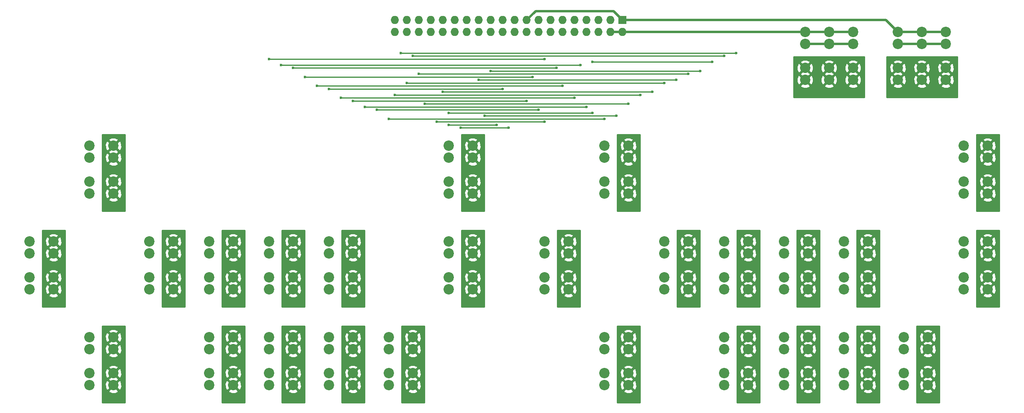
<source format=gtl>
G04 #@! TF.FileFunction,Copper,L1,Top,Signal*
%FSLAX46Y46*%
G04 Gerber Fmt 4.6, Leading zero omitted, Abs format (unit mm)*
G04 Created by KiCad (PCBNEW 4.0.4-snap1-stable) date Tue Jun 27 15:23:53 2017*
%MOMM*%
%LPD*%
G01*
G04 APERTURE LIST*
%ADD10C,0.100000*%
%ADD11R,1.727200X1.727200*%
%ADD12O,1.727200X1.727200*%
%ADD13C,2.200000*%
%ADD14C,0.600000*%
%ADD15C,0.250000*%
%ADD16C,0.500000*%
%ADD17C,0.254000*%
G04 APERTURE END LIST*
D10*
D11*
X176530000Y-53340000D03*
D12*
X176530000Y-55880000D03*
X173990000Y-53340000D03*
X173990000Y-55880000D03*
X171450000Y-53340000D03*
X171450000Y-55880000D03*
X168910000Y-53340000D03*
X168910000Y-55880000D03*
X166370000Y-53340000D03*
X166370000Y-55880000D03*
X163830000Y-53340000D03*
X163830000Y-55880000D03*
X161290000Y-53340000D03*
X161290000Y-55880000D03*
X158750000Y-53340000D03*
X158750000Y-55880000D03*
X156210000Y-53340000D03*
X156210000Y-55880000D03*
X153670000Y-53340000D03*
X153670000Y-55880000D03*
X151130000Y-53340000D03*
X151130000Y-55880000D03*
X148590000Y-53340000D03*
X148590000Y-55880000D03*
X146050000Y-53340000D03*
X146050000Y-55880000D03*
X143510000Y-53340000D03*
X143510000Y-55880000D03*
X140970000Y-53340000D03*
X140970000Y-55880000D03*
X138430000Y-53340000D03*
X138430000Y-55880000D03*
X135890000Y-53340000D03*
X135890000Y-55880000D03*
X133350000Y-53340000D03*
X133350000Y-55880000D03*
X130810000Y-53340000D03*
X130810000Y-55880000D03*
X128270000Y-53340000D03*
X128270000Y-55880000D03*
D13*
X50800000Y-100330000D03*
X50800000Y-102870000D03*
X55880000Y-100330000D03*
X55880000Y-102870000D03*
X50800000Y-107950000D03*
X50800000Y-110490000D03*
X55880000Y-107950000D03*
X55880000Y-110490000D03*
X63500000Y-80010000D03*
X63500000Y-82550000D03*
X68580000Y-80010000D03*
X68580000Y-82550000D03*
X63500000Y-87630000D03*
X63500000Y-90170000D03*
X68580000Y-87630000D03*
X68580000Y-90170000D03*
X63500000Y-120650000D03*
X63500000Y-123190000D03*
X68580000Y-120650000D03*
X68580000Y-123190000D03*
X63500000Y-128270000D03*
X63500000Y-130810000D03*
X68580000Y-128270000D03*
X68580000Y-130810000D03*
X76200000Y-100330000D03*
X76200000Y-102870000D03*
X81280000Y-100330000D03*
X81280000Y-102870000D03*
X76200000Y-107950000D03*
X76200000Y-110490000D03*
X81280000Y-107950000D03*
X81280000Y-110490000D03*
X88900000Y-100330000D03*
X88900000Y-102870000D03*
X93980000Y-100330000D03*
X93980000Y-102870000D03*
X88900000Y-107950000D03*
X88900000Y-110490000D03*
X93980000Y-107950000D03*
X93980000Y-110490000D03*
X88900000Y-120650000D03*
X88900000Y-123190000D03*
X93980000Y-120650000D03*
X93980000Y-123190000D03*
X88900000Y-128270000D03*
X88900000Y-130810000D03*
X93980000Y-128270000D03*
X93980000Y-130810000D03*
X101600000Y-100330000D03*
X101600000Y-102870000D03*
X106680000Y-100330000D03*
X106680000Y-102870000D03*
X101600000Y-107950000D03*
X101600000Y-110490000D03*
X106680000Y-107950000D03*
X106680000Y-110490000D03*
X101600000Y-120650000D03*
X101600000Y-123190000D03*
X106680000Y-120650000D03*
X106680000Y-123190000D03*
X101600000Y-128270000D03*
X101600000Y-130810000D03*
X106680000Y-128270000D03*
X106680000Y-130810000D03*
X114300000Y-100330000D03*
X114300000Y-102870000D03*
X119380000Y-100330000D03*
X119380000Y-102870000D03*
X114300000Y-107950000D03*
X114300000Y-110490000D03*
X119380000Y-107950000D03*
X119380000Y-110490000D03*
X114300000Y-120650000D03*
X114300000Y-123190000D03*
X119380000Y-120650000D03*
X119380000Y-123190000D03*
X114300000Y-128270000D03*
X114300000Y-130810000D03*
X119380000Y-128270000D03*
X119380000Y-130810000D03*
X127000000Y-120650000D03*
X127000000Y-123190000D03*
X132080000Y-120650000D03*
X132080000Y-123190000D03*
X127000000Y-128270000D03*
X127000000Y-130810000D03*
X132080000Y-128270000D03*
X132080000Y-130810000D03*
X139700000Y-80010000D03*
X139700000Y-82550000D03*
X144780000Y-80010000D03*
X144780000Y-82550000D03*
X139700000Y-87630000D03*
X139700000Y-90170000D03*
X144780000Y-87630000D03*
X144780000Y-90170000D03*
X139700000Y-100330000D03*
X139700000Y-102870000D03*
X144780000Y-100330000D03*
X144780000Y-102870000D03*
X139700000Y-107950000D03*
X139700000Y-110490000D03*
X144780000Y-107950000D03*
X144780000Y-110490000D03*
X160020000Y-100330000D03*
X160020000Y-102870000D03*
X165100000Y-100330000D03*
X165100000Y-102870000D03*
X160020000Y-107950000D03*
X160020000Y-110490000D03*
X165100000Y-107950000D03*
X165100000Y-110490000D03*
X172720000Y-80010000D03*
X172720000Y-82550000D03*
X177800000Y-80010000D03*
X177800000Y-82550000D03*
X172720000Y-87630000D03*
X172720000Y-90170000D03*
X177800000Y-87630000D03*
X177800000Y-90170000D03*
X172720000Y-120650000D03*
X172720000Y-123190000D03*
X177800000Y-120650000D03*
X177800000Y-123190000D03*
X172720000Y-128270000D03*
X172720000Y-130810000D03*
X177800000Y-128270000D03*
X177800000Y-130810000D03*
X185420000Y-100330000D03*
X185420000Y-102870000D03*
X190500000Y-100330000D03*
X190500000Y-102870000D03*
X185420000Y-107950000D03*
X185420000Y-110490000D03*
X190500000Y-107950000D03*
X190500000Y-110490000D03*
X198120000Y-100330000D03*
X198120000Y-102870000D03*
X203200000Y-100330000D03*
X203200000Y-102870000D03*
X198120000Y-107950000D03*
X198120000Y-110490000D03*
X203200000Y-107950000D03*
X203200000Y-110490000D03*
X198120000Y-120650000D03*
X198120000Y-123190000D03*
X203200000Y-120650000D03*
X203200000Y-123190000D03*
X198120000Y-128270000D03*
X198120000Y-130810000D03*
X203200000Y-128270000D03*
X203200000Y-130810000D03*
X210820000Y-100330000D03*
X210820000Y-102870000D03*
X215900000Y-100330000D03*
X215900000Y-102870000D03*
X210820000Y-107950000D03*
X210820000Y-110490000D03*
X215900000Y-107950000D03*
X215900000Y-110490000D03*
X210820000Y-120650000D03*
X210820000Y-123190000D03*
X215900000Y-120650000D03*
X215900000Y-123190000D03*
X210820000Y-128270000D03*
X210820000Y-130810000D03*
X215900000Y-128270000D03*
X215900000Y-130810000D03*
X223520000Y-100330000D03*
X223520000Y-102870000D03*
X228600000Y-100330000D03*
X228600000Y-102870000D03*
X223520000Y-107950000D03*
X223520000Y-110490000D03*
X228600000Y-107950000D03*
X228600000Y-110490000D03*
X223520000Y-120650000D03*
X223520000Y-123190000D03*
X228600000Y-120650000D03*
X228600000Y-123190000D03*
X223520000Y-128270000D03*
X223520000Y-130810000D03*
X228600000Y-128270000D03*
X228600000Y-130810000D03*
X236220000Y-120650000D03*
X236220000Y-123190000D03*
X241300000Y-120650000D03*
X241300000Y-123190000D03*
X236220000Y-128270000D03*
X236220000Y-130810000D03*
X241300000Y-128270000D03*
X241300000Y-130810000D03*
X248920000Y-80010000D03*
X248920000Y-82550000D03*
X254000000Y-80010000D03*
X254000000Y-82550000D03*
X248920000Y-87630000D03*
X248920000Y-90170000D03*
X254000000Y-87630000D03*
X254000000Y-90170000D03*
X248920000Y-100330000D03*
X248920000Y-102870000D03*
X254000000Y-100330000D03*
X254000000Y-102870000D03*
X248920000Y-107950000D03*
X248920000Y-110490000D03*
X254000000Y-107950000D03*
X254000000Y-110490000D03*
X215265000Y-55880000D03*
X215265000Y-58420000D03*
X215265000Y-63500000D03*
X215265000Y-66040000D03*
X220345000Y-55880000D03*
X220345000Y-58420000D03*
X220345000Y-63500000D03*
X220345000Y-66040000D03*
X225425000Y-55880000D03*
X225425000Y-58420000D03*
X225425000Y-63500000D03*
X225425000Y-66040000D03*
X234950000Y-55880000D03*
X234950000Y-58420000D03*
X234950000Y-63500000D03*
X234950000Y-66040000D03*
X240030000Y-55880000D03*
X240030000Y-58420000D03*
X240030000Y-63500000D03*
X240030000Y-66040000D03*
X245110000Y-55880000D03*
X245110000Y-58420000D03*
X245110000Y-63500000D03*
X245110000Y-66040000D03*
D14*
X172720000Y-74295000D03*
X127000000Y-74295000D03*
X170180000Y-62230000D03*
X195580000Y-62230000D03*
X225425000Y-66675000D03*
X104140000Y-62865000D03*
X167640000Y-62865000D03*
X168910000Y-71755000D03*
X121920000Y-71755000D03*
X166370000Y-69850000D03*
X116840000Y-69850000D03*
X106680000Y-63500000D03*
X162560000Y-63500000D03*
X163830000Y-67310000D03*
X111760000Y-67310000D03*
X101600000Y-61595000D03*
X160020000Y-61595000D03*
X109220000Y-65405000D03*
X157480000Y-65405000D03*
X158750000Y-72390000D03*
X124460000Y-72390000D03*
X156210000Y-70485000D03*
X119380000Y-70485000D03*
X152400000Y-76200000D03*
X142240000Y-76200000D03*
X149860000Y-75565000D03*
X139700000Y-75565000D03*
X151130000Y-67945000D03*
X114300000Y-67945000D03*
X147320000Y-73660000D03*
X175260000Y-73660000D03*
X148590000Y-64135000D03*
X193040000Y-64135000D03*
X146050000Y-66040000D03*
X187960000Y-66040000D03*
X139700000Y-73025000D03*
X170180000Y-73025000D03*
X137160000Y-74930000D03*
X160020000Y-74930000D03*
X138430000Y-68580000D03*
X182880000Y-68580000D03*
X134620000Y-71120000D03*
X177800000Y-71120000D03*
X198120000Y-60960000D03*
X132080000Y-60960000D03*
X133350000Y-64770000D03*
X190500000Y-64770000D03*
X129540000Y-60325000D03*
X200660000Y-60325000D03*
X185420000Y-66675000D03*
X130810000Y-66675000D03*
X128270000Y-69215000D03*
X180340000Y-69215000D03*
D15*
X127000000Y-74295000D02*
X172720000Y-74295000D01*
X195580000Y-62230000D02*
X170180000Y-62230000D01*
X167640000Y-62865000D02*
X104140000Y-62865000D01*
X121920000Y-71755000D02*
X168910000Y-71755000D01*
X116840000Y-69850000D02*
X166370000Y-69850000D01*
X162560000Y-63500000D02*
X106680000Y-63500000D01*
X111760000Y-67310000D02*
X163830000Y-67310000D01*
X160020000Y-61595000D02*
X101600000Y-61595000D01*
X157480000Y-65405000D02*
X109220000Y-65405000D01*
X124460000Y-72390000D02*
X158750000Y-72390000D01*
X119380000Y-70485000D02*
X156210000Y-70485000D01*
X142240000Y-76200000D02*
X152400000Y-76200000D01*
X139700000Y-75565000D02*
X149860000Y-75565000D01*
X114300000Y-67945000D02*
X151130000Y-67945000D01*
X175260000Y-73660000D02*
X147320000Y-73660000D01*
X193040000Y-64135000D02*
X148590000Y-64135000D01*
X187960000Y-66040000D02*
X146050000Y-66040000D01*
X170180000Y-73025000D02*
X139700000Y-73025000D01*
X138430000Y-74930000D02*
X137160000Y-74930000D01*
X160020000Y-74930000D02*
X138430000Y-74930000D01*
X182880000Y-68580000D02*
X138430000Y-68580000D01*
X177800000Y-71120000D02*
X134620000Y-71120000D01*
X198120000Y-60960000D02*
X132080000Y-60960000D01*
X190500000Y-64770000D02*
X133350000Y-64770000D01*
X200660000Y-60325000D02*
X129540000Y-60325000D01*
X185420000Y-66675000D02*
X130810000Y-66675000D01*
X180340000Y-69215000D02*
X128270000Y-69215000D01*
D16*
X234950000Y-58420000D02*
X240030000Y-58420000D01*
X240030000Y-58420000D02*
X245110000Y-58420000D01*
X234950000Y-55880000D02*
X240030000Y-55880000D01*
X240030000Y-55880000D02*
X245110000Y-55880000D01*
X176530000Y-53340000D02*
X232410000Y-53340000D01*
X232410000Y-53340000D02*
X234950000Y-55880000D01*
X156210000Y-53340000D02*
X158115000Y-51435000D01*
X174625000Y-51435000D02*
X176530000Y-53340000D01*
X158115000Y-51435000D02*
X174625000Y-51435000D01*
X215265000Y-58420000D02*
X220345000Y-58420000D01*
X220345000Y-58420000D02*
X225425000Y-58420000D01*
X173990000Y-55880000D02*
X176530000Y-55880000D01*
X176530000Y-55880000D02*
X215265000Y-55880000D01*
X215265000Y-55880000D02*
X220345000Y-55880000D01*
X220345000Y-55880000D02*
X225425000Y-55880000D01*
D17*
G36*
X147193000Y-114173000D02*
X142367000Y-114173000D01*
X142367000Y-111714868D01*
X143734737Y-111714868D01*
X143845641Y-111992099D01*
X144491593Y-112235323D01*
X145181453Y-112212836D01*
X145714359Y-111992099D01*
X145825263Y-111714868D01*
X144780000Y-110669605D01*
X143734737Y-111714868D01*
X142367000Y-111714868D01*
X142367000Y-110201593D01*
X143034677Y-110201593D01*
X143057164Y-110891453D01*
X143277901Y-111424359D01*
X143555132Y-111535263D01*
X144600395Y-110490000D01*
X144959605Y-110490000D01*
X146004868Y-111535263D01*
X146282099Y-111424359D01*
X146525323Y-110778407D01*
X146502836Y-110088547D01*
X146282099Y-109555641D01*
X146004868Y-109444737D01*
X144959605Y-110490000D01*
X144600395Y-110490000D01*
X143555132Y-109444737D01*
X143277901Y-109555641D01*
X143034677Y-110201593D01*
X142367000Y-110201593D01*
X142367000Y-109174868D01*
X143734737Y-109174868D01*
X143752792Y-109220000D01*
X143734737Y-109265132D01*
X143794923Y-109325318D01*
X143845641Y-109452099D01*
X143967642Y-109498037D01*
X144780000Y-110310395D01*
X145584511Y-109505884D01*
X145714359Y-109452099D01*
X145765077Y-109325318D01*
X145825263Y-109265132D01*
X145807208Y-109220000D01*
X145825263Y-109174868D01*
X145765077Y-109114682D01*
X145714359Y-108987901D01*
X145592358Y-108941963D01*
X144780000Y-108129605D01*
X143975489Y-108934116D01*
X143845641Y-108987901D01*
X143794923Y-109114682D01*
X143734737Y-109174868D01*
X142367000Y-109174868D01*
X142367000Y-107661593D01*
X143034677Y-107661593D01*
X143057164Y-108351453D01*
X143277901Y-108884359D01*
X143555132Y-108995263D01*
X144600395Y-107950000D01*
X144959605Y-107950000D01*
X146004868Y-108995263D01*
X146282099Y-108884359D01*
X146525323Y-108238407D01*
X146502836Y-107548547D01*
X146282099Y-107015641D01*
X146004868Y-106904737D01*
X144959605Y-107950000D01*
X144600395Y-107950000D01*
X143555132Y-106904737D01*
X143277901Y-107015641D01*
X143034677Y-107661593D01*
X142367000Y-107661593D01*
X142367000Y-106725132D01*
X143734737Y-106725132D01*
X144780000Y-107770395D01*
X145825263Y-106725132D01*
X145714359Y-106447901D01*
X145068407Y-106204677D01*
X144378547Y-106227164D01*
X143845641Y-106447901D01*
X143734737Y-106725132D01*
X142367000Y-106725132D01*
X142367000Y-104094868D01*
X143734737Y-104094868D01*
X143845641Y-104372099D01*
X144491593Y-104615323D01*
X145181453Y-104592836D01*
X145714359Y-104372099D01*
X145825263Y-104094868D01*
X144780000Y-103049605D01*
X143734737Y-104094868D01*
X142367000Y-104094868D01*
X142367000Y-102581593D01*
X143034677Y-102581593D01*
X143057164Y-103271453D01*
X143277901Y-103804359D01*
X143555132Y-103915263D01*
X144600395Y-102870000D01*
X144959605Y-102870000D01*
X146004868Y-103915263D01*
X146282099Y-103804359D01*
X146525323Y-103158407D01*
X146502836Y-102468547D01*
X146282099Y-101935641D01*
X146004868Y-101824737D01*
X144959605Y-102870000D01*
X144600395Y-102870000D01*
X143555132Y-101824737D01*
X143277901Y-101935641D01*
X143034677Y-102581593D01*
X142367000Y-102581593D01*
X142367000Y-101554868D01*
X143734737Y-101554868D01*
X143752792Y-101600000D01*
X143734737Y-101645132D01*
X143794923Y-101705318D01*
X143845641Y-101832099D01*
X143967642Y-101878037D01*
X144780000Y-102690395D01*
X145584511Y-101885884D01*
X145714359Y-101832099D01*
X145765077Y-101705318D01*
X145825263Y-101645132D01*
X145807208Y-101600000D01*
X145825263Y-101554868D01*
X145765077Y-101494682D01*
X145714359Y-101367901D01*
X145592358Y-101321963D01*
X144780000Y-100509605D01*
X143975489Y-101314116D01*
X143845641Y-101367901D01*
X143794923Y-101494682D01*
X143734737Y-101554868D01*
X142367000Y-101554868D01*
X142367000Y-100041593D01*
X143034677Y-100041593D01*
X143057164Y-100731453D01*
X143277901Y-101264359D01*
X143555132Y-101375263D01*
X144600395Y-100330000D01*
X144959605Y-100330000D01*
X146004868Y-101375263D01*
X146282099Y-101264359D01*
X146525323Y-100618407D01*
X146502836Y-99928547D01*
X146282099Y-99395641D01*
X146004868Y-99284737D01*
X144959605Y-100330000D01*
X144600395Y-100330000D01*
X143555132Y-99284737D01*
X143277901Y-99395641D01*
X143034677Y-100041593D01*
X142367000Y-100041593D01*
X142367000Y-99105132D01*
X143734737Y-99105132D01*
X144780000Y-100150395D01*
X145825263Y-99105132D01*
X145714359Y-98827901D01*
X145068407Y-98584677D01*
X144378547Y-98607164D01*
X143845641Y-98827901D01*
X143734737Y-99105132D01*
X142367000Y-99105132D01*
X142367000Y-97917000D01*
X147193000Y-97917000D01*
X147193000Y-114173000D01*
X147193000Y-114173000D01*
G37*
X147193000Y-114173000D02*
X142367000Y-114173000D01*
X142367000Y-111714868D01*
X143734737Y-111714868D01*
X143845641Y-111992099D01*
X144491593Y-112235323D01*
X145181453Y-112212836D01*
X145714359Y-111992099D01*
X145825263Y-111714868D01*
X144780000Y-110669605D01*
X143734737Y-111714868D01*
X142367000Y-111714868D01*
X142367000Y-110201593D01*
X143034677Y-110201593D01*
X143057164Y-110891453D01*
X143277901Y-111424359D01*
X143555132Y-111535263D01*
X144600395Y-110490000D01*
X144959605Y-110490000D01*
X146004868Y-111535263D01*
X146282099Y-111424359D01*
X146525323Y-110778407D01*
X146502836Y-110088547D01*
X146282099Y-109555641D01*
X146004868Y-109444737D01*
X144959605Y-110490000D01*
X144600395Y-110490000D01*
X143555132Y-109444737D01*
X143277901Y-109555641D01*
X143034677Y-110201593D01*
X142367000Y-110201593D01*
X142367000Y-109174868D01*
X143734737Y-109174868D01*
X143752792Y-109220000D01*
X143734737Y-109265132D01*
X143794923Y-109325318D01*
X143845641Y-109452099D01*
X143967642Y-109498037D01*
X144780000Y-110310395D01*
X145584511Y-109505884D01*
X145714359Y-109452099D01*
X145765077Y-109325318D01*
X145825263Y-109265132D01*
X145807208Y-109220000D01*
X145825263Y-109174868D01*
X145765077Y-109114682D01*
X145714359Y-108987901D01*
X145592358Y-108941963D01*
X144780000Y-108129605D01*
X143975489Y-108934116D01*
X143845641Y-108987901D01*
X143794923Y-109114682D01*
X143734737Y-109174868D01*
X142367000Y-109174868D01*
X142367000Y-107661593D01*
X143034677Y-107661593D01*
X143057164Y-108351453D01*
X143277901Y-108884359D01*
X143555132Y-108995263D01*
X144600395Y-107950000D01*
X144959605Y-107950000D01*
X146004868Y-108995263D01*
X146282099Y-108884359D01*
X146525323Y-108238407D01*
X146502836Y-107548547D01*
X146282099Y-107015641D01*
X146004868Y-106904737D01*
X144959605Y-107950000D01*
X144600395Y-107950000D01*
X143555132Y-106904737D01*
X143277901Y-107015641D01*
X143034677Y-107661593D01*
X142367000Y-107661593D01*
X142367000Y-106725132D01*
X143734737Y-106725132D01*
X144780000Y-107770395D01*
X145825263Y-106725132D01*
X145714359Y-106447901D01*
X145068407Y-106204677D01*
X144378547Y-106227164D01*
X143845641Y-106447901D01*
X143734737Y-106725132D01*
X142367000Y-106725132D01*
X142367000Y-104094868D01*
X143734737Y-104094868D01*
X143845641Y-104372099D01*
X144491593Y-104615323D01*
X145181453Y-104592836D01*
X145714359Y-104372099D01*
X145825263Y-104094868D01*
X144780000Y-103049605D01*
X143734737Y-104094868D01*
X142367000Y-104094868D01*
X142367000Y-102581593D01*
X143034677Y-102581593D01*
X143057164Y-103271453D01*
X143277901Y-103804359D01*
X143555132Y-103915263D01*
X144600395Y-102870000D01*
X144959605Y-102870000D01*
X146004868Y-103915263D01*
X146282099Y-103804359D01*
X146525323Y-103158407D01*
X146502836Y-102468547D01*
X146282099Y-101935641D01*
X146004868Y-101824737D01*
X144959605Y-102870000D01*
X144600395Y-102870000D01*
X143555132Y-101824737D01*
X143277901Y-101935641D01*
X143034677Y-102581593D01*
X142367000Y-102581593D01*
X142367000Y-101554868D01*
X143734737Y-101554868D01*
X143752792Y-101600000D01*
X143734737Y-101645132D01*
X143794923Y-101705318D01*
X143845641Y-101832099D01*
X143967642Y-101878037D01*
X144780000Y-102690395D01*
X145584511Y-101885884D01*
X145714359Y-101832099D01*
X145765077Y-101705318D01*
X145825263Y-101645132D01*
X145807208Y-101600000D01*
X145825263Y-101554868D01*
X145765077Y-101494682D01*
X145714359Y-101367901D01*
X145592358Y-101321963D01*
X144780000Y-100509605D01*
X143975489Y-101314116D01*
X143845641Y-101367901D01*
X143794923Y-101494682D01*
X143734737Y-101554868D01*
X142367000Y-101554868D01*
X142367000Y-100041593D01*
X143034677Y-100041593D01*
X143057164Y-100731453D01*
X143277901Y-101264359D01*
X143555132Y-101375263D01*
X144600395Y-100330000D01*
X144959605Y-100330000D01*
X146004868Y-101375263D01*
X146282099Y-101264359D01*
X146525323Y-100618407D01*
X146502836Y-99928547D01*
X146282099Y-99395641D01*
X146004868Y-99284737D01*
X144959605Y-100330000D01*
X144600395Y-100330000D01*
X143555132Y-99284737D01*
X143277901Y-99395641D01*
X143034677Y-100041593D01*
X142367000Y-100041593D01*
X142367000Y-99105132D01*
X143734737Y-99105132D01*
X144780000Y-100150395D01*
X145825263Y-99105132D01*
X145714359Y-98827901D01*
X145068407Y-98584677D01*
X144378547Y-98607164D01*
X143845641Y-98827901D01*
X143734737Y-99105132D01*
X142367000Y-99105132D01*
X142367000Y-97917000D01*
X147193000Y-97917000D01*
X147193000Y-114173000D01*
G36*
X227838000Y-69723000D02*
X212852000Y-69723000D01*
X212852000Y-67264868D01*
X214219737Y-67264868D01*
X214330641Y-67542099D01*
X214976593Y-67785323D01*
X215666453Y-67762836D01*
X216199359Y-67542099D01*
X216310263Y-67264868D01*
X219299737Y-67264868D01*
X219410641Y-67542099D01*
X220056593Y-67785323D01*
X220746453Y-67762836D01*
X221279359Y-67542099D01*
X221390263Y-67264868D01*
X224379737Y-67264868D01*
X224490641Y-67542099D01*
X225136593Y-67785323D01*
X225826453Y-67762836D01*
X226359359Y-67542099D01*
X226470263Y-67264868D01*
X225425000Y-66219605D01*
X224379737Y-67264868D01*
X221390263Y-67264868D01*
X220345000Y-66219605D01*
X219299737Y-67264868D01*
X216310263Y-67264868D01*
X215265000Y-66219605D01*
X214219737Y-67264868D01*
X212852000Y-67264868D01*
X212852000Y-65751593D01*
X213519677Y-65751593D01*
X213542164Y-66441453D01*
X213762901Y-66974359D01*
X214040132Y-67085263D01*
X215085395Y-66040000D01*
X215444605Y-66040000D01*
X216489868Y-67085263D01*
X216767099Y-66974359D01*
X217010323Y-66328407D01*
X216991521Y-65751593D01*
X218599677Y-65751593D01*
X218622164Y-66441453D01*
X218842901Y-66974359D01*
X219120132Y-67085263D01*
X220165395Y-66040000D01*
X220524605Y-66040000D01*
X221569868Y-67085263D01*
X221847099Y-66974359D01*
X222090323Y-66328407D01*
X222071521Y-65751593D01*
X223679677Y-65751593D01*
X223702164Y-66441453D01*
X223922901Y-66974359D01*
X224200132Y-67085263D01*
X225245395Y-66040000D01*
X225604605Y-66040000D01*
X226649868Y-67085263D01*
X226927099Y-66974359D01*
X227170323Y-66328407D01*
X227147836Y-65638547D01*
X226927099Y-65105641D01*
X226649868Y-64994737D01*
X225604605Y-66040000D01*
X225245395Y-66040000D01*
X224200132Y-64994737D01*
X223922901Y-65105641D01*
X223679677Y-65751593D01*
X222071521Y-65751593D01*
X222067836Y-65638547D01*
X221847099Y-65105641D01*
X221569868Y-64994737D01*
X220524605Y-66040000D01*
X220165395Y-66040000D01*
X219120132Y-64994737D01*
X218842901Y-65105641D01*
X218599677Y-65751593D01*
X216991521Y-65751593D01*
X216987836Y-65638547D01*
X216767099Y-65105641D01*
X216489868Y-64994737D01*
X215444605Y-66040000D01*
X215085395Y-66040000D01*
X214040132Y-64994737D01*
X213762901Y-65105641D01*
X213519677Y-65751593D01*
X212852000Y-65751593D01*
X212852000Y-64724868D01*
X214219737Y-64724868D01*
X214237792Y-64770000D01*
X214219737Y-64815132D01*
X214279923Y-64875318D01*
X214330641Y-65002099D01*
X214452642Y-65048037D01*
X215265000Y-65860395D01*
X216069511Y-65055884D01*
X216199359Y-65002099D01*
X216250077Y-64875318D01*
X216310263Y-64815132D01*
X216292208Y-64770000D01*
X216310263Y-64724868D01*
X219299737Y-64724868D01*
X219317792Y-64770000D01*
X219299737Y-64815132D01*
X219359923Y-64875318D01*
X219410641Y-65002099D01*
X219532642Y-65048037D01*
X220345000Y-65860395D01*
X221149511Y-65055884D01*
X221279359Y-65002099D01*
X221330077Y-64875318D01*
X221390263Y-64815132D01*
X221372208Y-64770000D01*
X221390263Y-64724868D01*
X224379737Y-64724868D01*
X224397792Y-64770000D01*
X224379737Y-64815132D01*
X224439923Y-64875318D01*
X224490641Y-65002099D01*
X224612642Y-65048037D01*
X225425000Y-65860395D01*
X226229511Y-65055884D01*
X226359359Y-65002099D01*
X226410077Y-64875318D01*
X226470263Y-64815132D01*
X226452208Y-64770000D01*
X226470263Y-64724868D01*
X226410077Y-64664682D01*
X226359359Y-64537901D01*
X226237358Y-64491963D01*
X225425000Y-63679605D01*
X224620489Y-64484116D01*
X224490641Y-64537901D01*
X224439923Y-64664682D01*
X224379737Y-64724868D01*
X221390263Y-64724868D01*
X221330077Y-64664682D01*
X221279359Y-64537901D01*
X221157358Y-64491963D01*
X220345000Y-63679605D01*
X219540489Y-64484116D01*
X219410641Y-64537901D01*
X219359923Y-64664682D01*
X219299737Y-64724868D01*
X216310263Y-64724868D01*
X216250077Y-64664682D01*
X216199359Y-64537901D01*
X216077358Y-64491963D01*
X215265000Y-63679605D01*
X214460489Y-64484116D01*
X214330641Y-64537901D01*
X214279923Y-64664682D01*
X214219737Y-64724868D01*
X212852000Y-64724868D01*
X212852000Y-63211593D01*
X213519677Y-63211593D01*
X213542164Y-63901453D01*
X213762901Y-64434359D01*
X214040132Y-64545263D01*
X215085395Y-63500000D01*
X215444605Y-63500000D01*
X216489868Y-64545263D01*
X216767099Y-64434359D01*
X217010323Y-63788407D01*
X216991521Y-63211593D01*
X218599677Y-63211593D01*
X218622164Y-63901453D01*
X218842901Y-64434359D01*
X219120132Y-64545263D01*
X220165395Y-63500000D01*
X220524605Y-63500000D01*
X221569868Y-64545263D01*
X221847099Y-64434359D01*
X222090323Y-63788407D01*
X222071521Y-63211593D01*
X223679677Y-63211593D01*
X223702164Y-63901453D01*
X223922901Y-64434359D01*
X224200132Y-64545263D01*
X225245395Y-63500000D01*
X225604605Y-63500000D01*
X226649868Y-64545263D01*
X226927099Y-64434359D01*
X227170323Y-63788407D01*
X227147836Y-63098547D01*
X226927099Y-62565641D01*
X226649868Y-62454737D01*
X225604605Y-63500000D01*
X225245395Y-63500000D01*
X224200132Y-62454737D01*
X223922901Y-62565641D01*
X223679677Y-63211593D01*
X222071521Y-63211593D01*
X222067836Y-63098547D01*
X221847099Y-62565641D01*
X221569868Y-62454737D01*
X220524605Y-63500000D01*
X220165395Y-63500000D01*
X219120132Y-62454737D01*
X218842901Y-62565641D01*
X218599677Y-63211593D01*
X216991521Y-63211593D01*
X216987836Y-63098547D01*
X216767099Y-62565641D01*
X216489868Y-62454737D01*
X215444605Y-63500000D01*
X215085395Y-63500000D01*
X214040132Y-62454737D01*
X213762901Y-62565641D01*
X213519677Y-63211593D01*
X212852000Y-63211593D01*
X212852000Y-62275132D01*
X214219737Y-62275132D01*
X215265000Y-63320395D01*
X216310263Y-62275132D01*
X219299737Y-62275132D01*
X220345000Y-63320395D01*
X221390263Y-62275132D01*
X224379737Y-62275132D01*
X225425000Y-63320395D01*
X226470263Y-62275132D01*
X226359359Y-61997901D01*
X225713407Y-61754677D01*
X225023547Y-61777164D01*
X224490641Y-61997901D01*
X224379737Y-62275132D01*
X221390263Y-62275132D01*
X221279359Y-61997901D01*
X220633407Y-61754677D01*
X219943547Y-61777164D01*
X219410641Y-61997901D01*
X219299737Y-62275132D01*
X216310263Y-62275132D01*
X216199359Y-61997901D01*
X215553407Y-61754677D01*
X214863547Y-61777164D01*
X214330641Y-61997901D01*
X214219737Y-62275132D01*
X212852000Y-62275132D01*
X212852000Y-61087000D01*
X227838000Y-61087000D01*
X227838000Y-69723000D01*
X227838000Y-69723000D01*
G37*
X227838000Y-69723000D02*
X212852000Y-69723000D01*
X212852000Y-67264868D01*
X214219737Y-67264868D01*
X214330641Y-67542099D01*
X214976593Y-67785323D01*
X215666453Y-67762836D01*
X216199359Y-67542099D01*
X216310263Y-67264868D01*
X219299737Y-67264868D01*
X219410641Y-67542099D01*
X220056593Y-67785323D01*
X220746453Y-67762836D01*
X221279359Y-67542099D01*
X221390263Y-67264868D01*
X224379737Y-67264868D01*
X224490641Y-67542099D01*
X225136593Y-67785323D01*
X225826453Y-67762836D01*
X226359359Y-67542099D01*
X226470263Y-67264868D01*
X225425000Y-66219605D01*
X224379737Y-67264868D01*
X221390263Y-67264868D01*
X220345000Y-66219605D01*
X219299737Y-67264868D01*
X216310263Y-67264868D01*
X215265000Y-66219605D01*
X214219737Y-67264868D01*
X212852000Y-67264868D01*
X212852000Y-65751593D01*
X213519677Y-65751593D01*
X213542164Y-66441453D01*
X213762901Y-66974359D01*
X214040132Y-67085263D01*
X215085395Y-66040000D01*
X215444605Y-66040000D01*
X216489868Y-67085263D01*
X216767099Y-66974359D01*
X217010323Y-66328407D01*
X216991521Y-65751593D01*
X218599677Y-65751593D01*
X218622164Y-66441453D01*
X218842901Y-66974359D01*
X219120132Y-67085263D01*
X220165395Y-66040000D01*
X220524605Y-66040000D01*
X221569868Y-67085263D01*
X221847099Y-66974359D01*
X222090323Y-66328407D01*
X222071521Y-65751593D01*
X223679677Y-65751593D01*
X223702164Y-66441453D01*
X223922901Y-66974359D01*
X224200132Y-67085263D01*
X225245395Y-66040000D01*
X225604605Y-66040000D01*
X226649868Y-67085263D01*
X226927099Y-66974359D01*
X227170323Y-66328407D01*
X227147836Y-65638547D01*
X226927099Y-65105641D01*
X226649868Y-64994737D01*
X225604605Y-66040000D01*
X225245395Y-66040000D01*
X224200132Y-64994737D01*
X223922901Y-65105641D01*
X223679677Y-65751593D01*
X222071521Y-65751593D01*
X222067836Y-65638547D01*
X221847099Y-65105641D01*
X221569868Y-64994737D01*
X220524605Y-66040000D01*
X220165395Y-66040000D01*
X219120132Y-64994737D01*
X218842901Y-65105641D01*
X218599677Y-65751593D01*
X216991521Y-65751593D01*
X216987836Y-65638547D01*
X216767099Y-65105641D01*
X216489868Y-64994737D01*
X215444605Y-66040000D01*
X215085395Y-66040000D01*
X214040132Y-64994737D01*
X213762901Y-65105641D01*
X213519677Y-65751593D01*
X212852000Y-65751593D01*
X212852000Y-64724868D01*
X214219737Y-64724868D01*
X214237792Y-64770000D01*
X214219737Y-64815132D01*
X214279923Y-64875318D01*
X214330641Y-65002099D01*
X214452642Y-65048037D01*
X215265000Y-65860395D01*
X216069511Y-65055884D01*
X216199359Y-65002099D01*
X216250077Y-64875318D01*
X216310263Y-64815132D01*
X216292208Y-64770000D01*
X216310263Y-64724868D01*
X219299737Y-64724868D01*
X219317792Y-64770000D01*
X219299737Y-64815132D01*
X219359923Y-64875318D01*
X219410641Y-65002099D01*
X219532642Y-65048037D01*
X220345000Y-65860395D01*
X221149511Y-65055884D01*
X221279359Y-65002099D01*
X221330077Y-64875318D01*
X221390263Y-64815132D01*
X221372208Y-64770000D01*
X221390263Y-64724868D01*
X224379737Y-64724868D01*
X224397792Y-64770000D01*
X224379737Y-64815132D01*
X224439923Y-64875318D01*
X224490641Y-65002099D01*
X224612642Y-65048037D01*
X225425000Y-65860395D01*
X226229511Y-65055884D01*
X226359359Y-65002099D01*
X226410077Y-64875318D01*
X226470263Y-64815132D01*
X226452208Y-64770000D01*
X226470263Y-64724868D01*
X226410077Y-64664682D01*
X226359359Y-64537901D01*
X226237358Y-64491963D01*
X225425000Y-63679605D01*
X224620489Y-64484116D01*
X224490641Y-64537901D01*
X224439923Y-64664682D01*
X224379737Y-64724868D01*
X221390263Y-64724868D01*
X221330077Y-64664682D01*
X221279359Y-64537901D01*
X221157358Y-64491963D01*
X220345000Y-63679605D01*
X219540489Y-64484116D01*
X219410641Y-64537901D01*
X219359923Y-64664682D01*
X219299737Y-64724868D01*
X216310263Y-64724868D01*
X216250077Y-64664682D01*
X216199359Y-64537901D01*
X216077358Y-64491963D01*
X215265000Y-63679605D01*
X214460489Y-64484116D01*
X214330641Y-64537901D01*
X214279923Y-64664682D01*
X214219737Y-64724868D01*
X212852000Y-64724868D01*
X212852000Y-63211593D01*
X213519677Y-63211593D01*
X213542164Y-63901453D01*
X213762901Y-64434359D01*
X214040132Y-64545263D01*
X215085395Y-63500000D01*
X215444605Y-63500000D01*
X216489868Y-64545263D01*
X216767099Y-64434359D01*
X217010323Y-63788407D01*
X216991521Y-63211593D01*
X218599677Y-63211593D01*
X218622164Y-63901453D01*
X218842901Y-64434359D01*
X219120132Y-64545263D01*
X220165395Y-63500000D01*
X220524605Y-63500000D01*
X221569868Y-64545263D01*
X221847099Y-64434359D01*
X222090323Y-63788407D01*
X222071521Y-63211593D01*
X223679677Y-63211593D01*
X223702164Y-63901453D01*
X223922901Y-64434359D01*
X224200132Y-64545263D01*
X225245395Y-63500000D01*
X225604605Y-63500000D01*
X226649868Y-64545263D01*
X226927099Y-64434359D01*
X227170323Y-63788407D01*
X227147836Y-63098547D01*
X226927099Y-62565641D01*
X226649868Y-62454737D01*
X225604605Y-63500000D01*
X225245395Y-63500000D01*
X224200132Y-62454737D01*
X223922901Y-62565641D01*
X223679677Y-63211593D01*
X222071521Y-63211593D01*
X222067836Y-63098547D01*
X221847099Y-62565641D01*
X221569868Y-62454737D01*
X220524605Y-63500000D01*
X220165395Y-63500000D01*
X219120132Y-62454737D01*
X218842901Y-62565641D01*
X218599677Y-63211593D01*
X216991521Y-63211593D01*
X216987836Y-63098547D01*
X216767099Y-62565641D01*
X216489868Y-62454737D01*
X215444605Y-63500000D01*
X215085395Y-63500000D01*
X214040132Y-62454737D01*
X213762901Y-62565641D01*
X213519677Y-63211593D01*
X212852000Y-63211593D01*
X212852000Y-62275132D01*
X214219737Y-62275132D01*
X215265000Y-63320395D01*
X216310263Y-62275132D01*
X219299737Y-62275132D01*
X220345000Y-63320395D01*
X221390263Y-62275132D01*
X224379737Y-62275132D01*
X225425000Y-63320395D01*
X226470263Y-62275132D01*
X226359359Y-61997901D01*
X225713407Y-61754677D01*
X225023547Y-61777164D01*
X224490641Y-61997901D01*
X224379737Y-62275132D01*
X221390263Y-62275132D01*
X221279359Y-61997901D01*
X220633407Y-61754677D01*
X219943547Y-61777164D01*
X219410641Y-61997901D01*
X219299737Y-62275132D01*
X216310263Y-62275132D01*
X216199359Y-61997901D01*
X215553407Y-61754677D01*
X214863547Y-61777164D01*
X214330641Y-61997901D01*
X214219737Y-62275132D01*
X212852000Y-62275132D01*
X212852000Y-61087000D01*
X227838000Y-61087000D01*
X227838000Y-69723000D01*
G36*
X247523000Y-69723000D02*
X232537000Y-69723000D01*
X232537000Y-67264868D01*
X233904737Y-67264868D01*
X234015641Y-67542099D01*
X234661593Y-67785323D01*
X235351453Y-67762836D01*
X235884359Y-67542099D01*
X235995263Y-67264868D01*
X238984737Y-67264868D01*
X239095641Y-67542099D01*
X239741593Y-67785323D01*
X240431453Y-67762836D01*
X240964359Y-67542099D01*
X241075263Y-67264868D01*
X244064737Y-67264868D01*
X244175641Y-67542099D01*
X244821593Y-67785323D01*
X245511453Y-67762836D01*
X246044359Y-67542099D01*
X246155263Y-67264868D01*
X245110000Y-66219605D01*
X244064737Y-67264868D01*
X241075263Y-67264868D01*
X240030000Y-66219605D01*
X238984737Y-67264868D01*
X235995263Y-67264868D01*
X234950000Y-66219605D01*
X233904737Y-67264868D01*
X232537000Y-67264868D01*
X232537000Y-65751593D01*
X233204677Y-65751593D01*
X233227164Y-66441453D01*
X233447901Y-66974359D01*
X233725132Y-67085263D01*
X234770395Y-66040000D01*
X235129605Y-66040000D01*
X236174868Y-67085263D01*
X236452099Y-66974359D01*
X236695323Y-66328407D01*
X236676521Y-65751593D01*
X238284677Y-65751593D01*
X238307164Y-66441453D01*
X238527901Y-66974359D01*
X238805132Y-67085263D01*
X239850395Y-66040000D01*
X240209605Y-66040000D01*
X241254868Y-67085263D01*
X241532099Y-66974359D01*
X241775323Y-66328407D01*
X241756521Y-65751593D01*
X243364677Y-65751593D01*
X243387164Y-66441453D01*
X243607901Y-66974359D01*
X243885132Y-67085263D01*
X244930395Y-66040000D01*
X245289605Y-66040000D01*
X246334868Y-67085263D01*
X246612099Y-66974359D01*
X246855323Y-66328407D01*
X246832836Y-65638547D01*
X246612099Y-65105641D01*
X246334868Y-64994737D01*
X245289605Y-66040000D01*
X244930395Y-66040000D01*
X243885132Y-64994737D01*
X243607901Y-65105641D01*
X243364677Y-65751593D01*
X241756521Y-65751593D01*
X241752836Y-65638547D01*
X241532099Y-65105641D01*
X241254868Y-64994737D01*
X240209605Y-66040000D01*
X239850395Y-66040000D01*
X238805132Y-64994737D01*
X238527901Y-65105641D01*
X238284677Y-65751593D01*
X236676521Y-65751593D01*
X236672836Y-65638547D01*
X236452099Y-65105641D01*
X236174868Y-64994737D01*
X235129605Y-66040000D01*
X234770395Y-66040000D01*
X233725132Y-64994737D01*
X233447901Y-65105641D01*
X233204677Y-65751593D01*
X232537000Y-65751593D01*
X232537000Y-64724868D01*
X233904737Y-64724868D01*
X233922792Y-64770000D01*
X233904737Y-64815132D01*
X233964923Y-64875318D01*
X234015641Y-65002099D01*
X234137642Y-65048037D01*
X234950000Y-65860395D01*
X235754511Y-65055884D01*
X235884359Y-65002099D01*
X235935077Y-64875318D01*
X235995263Y-64815132D01*
X235977208Y-64770000D01*
X235995263Y-64724868D01*
X238984737Y-64724868D01*
X239002792Y-64770000D01*
X238984737Y-64815132D01*
X239044923Y-64875318D01*
X239095641Y-65002099D01*
X239217642Y-65048037D01*
X240030000Y-65860395D01*
X240834511Y-65055884D01*
X240964359Y-65002099D01*
X241015077Y-64875318D01*
X241075263Y-64815132D01*
X241057208Y-64770000D01*
X241075263Y-64724868D01*
X244064737Y-64724868D01*
X244082792Y-64770000D01*
X244064737Y-64815132D01*
X244124923Y-64875318D01*
X244175641Y-65002099D01*
X244297642Y-65048037D01*
X245110000Y-65860395D01*
X245914511Y-65055884D01*
X246044359Y-65002099D01*
X246095077Y-64875318D01*
X246155263Y-64815132D01*
X246137208Y-64770000D01*
X246155263Y-64724868D01*
X246095077Y-64664682D01*
X246044359Y-64537901D01*
X245922358Y-64491963D01*
X245110000Y-63679605D01*
X244305489Y-64484116D01*
X244175641Y-64537901D01*
X244124923Y-64664682D01*
X244064737Y-64724868D01*
X241075263Y-64724868D01*
X241015077Y-64664682D01*
X240964359Y-64537901D01*
X240842358Y-64491963D01*
X240030000Y-63679605D01*
X239225489Y-64484116D01*
X239095641Y-64537901D01*
X239044923Y-64664682D01*
X238984737Y-64724868D01*
X235995263Y-64724868D01*
X235935077Y-64664682D01*
X235884359Y-64537901D01*
X235762358Y-64491963D01*
X234950000Y-63679605D01*
X234145489Y-64484116D01*
X234015641Y-64537901D01*
X233964923Y-64664682D01*
X233904737Y-64724868D01*
X232537000Y-64724868D01*
X232537000Y-63211593D01*
X233204677Y-63211593D01*
X233227164Y-63901453D01*
X233447901Y-64434359D01*
X233725132Y-64545263D01*
X234770395Y-63500000D01*
X235129605Y-63500000D01*
X236174868Y-64545263D01*
X236452099Y-64434359D01*
X236695323Y-63788407D01*
X236676521Y-63211593D01*
X238284677Y-63211593D01*
X238307164Y-63901453D01*
X238527901Y-64434359D01*
X238805132Y-64545263D01*
X239850395Y-63500000D01*
X240209605Y-63500000D01*
X241254868Y-64545263D01*
X241532099Y-64434359D01*
X241775323Y-63788407D01*
X241756521Y-63211593D01*
X243364677Y-63211593D01*
X243387164Y-63901453D01*
X243607901Y-64434359D01*
X243885132Y-64545263D01*
X244930395Y-63500000D01*
X245289605Y-63500000D01*
X246334868Y-64545263D01*
X246612099Y-64434359D01*
X246855323Y-63788407D01*
X246832836Y-63098547D01*
X246612099Y-62565641D01*
X246334868Y-62454737D01*
X245289605Y-63500000D01*
X244930395Y-63500000D01*
X243885132Y-62454737D01*
X243607901Y-62565641D01*
X243364677Y-63211593D01*
X241756521Y-63211593D01*
X241752836Y-63098547D01*
X241532099Y-62565641D01*
X241254868Y-62454737D01*
X240209605Y-63500000D01*
X239850395Y-63500000D01*
X238805132Y-62454737D01*
X238527901Y-62565641D01*
X238284677Y-63211593D01*
X236676521Y-63211593D01*
X236672836Y-63098547D01*
X236452099Y-62565641D01*
X236174868Y-62454737D01*
X235129605Y-63500000D01*
X234770395Y-63500000D01*
X233725132Y-62454737D01*
X233447901Y-62565641D01*
X233204677Y-63211593D01*
X232537000Y-63211593D01*
X232537000Y-62275132D01*
X233904737Y-62275132D01*
X234950000Y-63320395D01*
X235995263Y-62275132D01*
X238984737Y-62275132D01*
X240030000Y-63320395D01*
X241075263Y-62275132D01*
X244064737Y-62275132D01*
X245110000Y-63320395D01*
X246155263Y-62275132D01*
X246044359Y-61997901D01*
X245398407Y-61754677D01*
X244708547Y-61777164D01*
X244175641Y-61997901D01*
X244064737Y-62275132D01*
X241075263Y-62275132D01*
X240964359Y-61997901D01*
X240318407Y-61754677D01*
X239628547Y-61777164D01*
X239095641Y-61997901D01*
X238984737Y-62275132D01*
X235995263Y-62275132D01*
X235884359Y-61997901D01*
X235238407Y-61754677D01*
X234548547Y-61777164D01*
X234015641Y-61997901D01*
X233904737Y-62275132D01*
X232537000Y-62275132D01*
X232537000Y-61087000D01*
X247523000Y-61087000D01*
X247523000Y-69723000D01*
X247523000Y-69723000D01*
G37*
X247523000Y-69723000D02*
X232537000Y-69723000D01*
X232537000Y-67264868D01*
X233904737Y-67264868D01*
X234015641Y-67542099D01*
X234661593Y-67785323D01*
X235351453Y-67762836D01*
X235884359Y-67542099D01*
X235995263Y-67264868D01*
X238984737Y-67264868D01*
X239095641Y-67542099D01*
X239741593Y-67785323D01*
X240431453Y-67762836D01*
X240964359Y-67542099D01*
X241075263Y-67264868D01*
X244064737Y-67264868D01*
X244175641Y-67542099D01*
X244821593Y-67785323D01*
X245511453Y-67762836D01*
X246044359Y-67542099D01*
X246155263Y-67264868D01*
X245110000Y-66219605D01*
X244064737Y-67264868D01*
X241075263Y-67264868D01*
X240030000Y-66219605D01*
X238984737Y-67264868D01*
X235995263Y-67264868D01*
X234950000Y-66219605D01*
X233904737Y-67264868D01*
X232537000Y-67264868D01*
X232537000Y-65751593D01*
X233204677Y-65751593D01*
X233227164Y-66441453D01*
X233447901Y-66974359D01*
X233725132Y-67085263D01*
X234770395Y-66040000D01*
X235129605Y-66040000D01*
X236174868Y-67085263D01*
X236452099Y-66974359D01*
X236695323Y-66328407D01*
X236676521Y-65751593D01*
X238284677Y-65751593D01*
X238307164Y-66441453D01*
X238527901Y-66974359D01*
X238805132Y-67085263D01*
X239850395Y-66040000D01*
X240209605Y-66040000D01*
X241254868Y-67085263D01*
X241532099Y-66974359D01*
X241775323Y-66328407D01*
X241756521Y-65751593D01*
X243364677Y-65751593D01*
X243387164Y-66441453D01*
X243607901Y-66974359D01*
X243885132Y-67085263D01*
X244930395Y-66040000D01*
X245289605Y-66040000D01*
X246334868Y-67085263D01*
X246612099Y-66974359D01*
X246855323Y-66328407D01*
X246832836Y-65638547D01*
X246612099Y-65105641D01*
X246334868Y-64994737D01*
X245289605Y-66040000D01*
X244930395Y-66040000D01*
X243885132Y-64994737D01*
X243607901Y-65105641D01*
X243364677Y-65751593D01*
X241756521Y-65751593D01*
X241752836Y-65638547D01*
X241532099Y-65105641D01*
X241254868Y-64994737D01*
X240209605Y-66040000D01*
X239850395Y-66040000D01*
X238805132Y-64994737D01*
X238527901Y-65105641D01*
X238284677Y-65751593D01*
X236676521Y-65751593D01*
X236672836Y-65638547D01*
X236452099Y-65105641D01*
X236174868Y-64994737D01*
X235129605Y-66040000D01*
X234770395Y-66040000D01*
X233725132Y-64994737D01*
X233447901Y-65105641D01*
X233204677Y-65751593D01*
X232537000Y-65751593D01*
X232537000Y-64724868D01*
X233904737Y-64724868D01*
X233922792Y-64770000D01*
X233904737Y-64815132D01*
X233964923Y-64875318D01*
X234015641Y-65002099D01*
X234137642Y-65048037D01*
X234950000Y-65860395D01*
X235754511Y-65055884D01*
X235884359Y-65002099D01*
X235935077Y-64875318D01*
X235995263Y-64815132D01*
X235977208Y-64770000D01*
X235995263Y-64724868D01*
X238984737Y-64724868D01*
X239002792Y-64770000D01*
X238984737Y-64815132D01*
X239044923Y-64875318D01*
X239095641Y-65002099D01*
X239217642Y-65048037D01*
X240030000Y-65860395D01*
X240834511Y-65055884D01*
X240964359Y-65002099D01*
X241015077Y-64875318D01*
X241075263Y-64815132D01*
X241057208Y-64770000D01*
X241075263Y-64724868D01*
X244064737Y-64724868D01*
X244082792Y-64770000D01*
X244064737Y-64815132D01*
X244124923Y-64875318D01*
X244175641Y-65002099D01*
X244297642Y-65048037D01*
X245110000Y-65860395D01*
X245914511Y-65055884D01*
X246044359Y-65002099D01*
X246095077Y-64875318D01*
X246155263Y-64815132D01*
X246137208Y-64770000D01*
X246155263Y-64724868D01*
X246095077Y-64664682D01*
X246044359Y-64537901D01*
X245922358Y-64491963D01*
X245110000Y-63679605D01*
X244305489Y-64484116D01*
X244175641Y-64537901D01*
X244124923Y-64664682D01*
X244064737Y-64724868D01*
X241075263Y-64724868D01*
X241015077Y-64664682D01*
X240964359Y-64537901D01*
X240842358Y-64491963D01*
X240030000Y-63679605D01*
X239225489Y-64484116D01*
X239095641Y-64537901D01*
X239044923Y-64664682D01*
X238984737Y-64724868D01*
X235995263Y-64724868D01*
X235935077Y-64664682D01*
X235884359Y-64537901D01*
X235762358Y-64491963D01*
X234950000Y-63679605D01*
X234145489Y-64484116D01*
X234015641Y-64537901D01*
X233964923Y-64664682D01*
X233904737Y-64724868D01*
X232537000Y-64724868D01*
X232537000Y-63211593D01*
X233204677Y-63211593D01*
X233227164Y-63901453D01*
X233447901Y-64434359D01*
X233725132Y-64545263D01*
X234770395Y-63500000D01*
X235129605Y-63500000D01*
X236174868Y-64545263D01*
X236452099Y-64434359D01*
X236695323Y-63788407D01*
X236676521Y-63211593D01*
X238284677Y-63211593D01*
X238307164Y-63901453D01*
X238527901Y-64434359D01*
X238805132Y-64545263D01*
X239850395Y-63500000D01*
X240209605Y-63500000D01*
X241254868Y-64545263D01*
X241532099Y-64434359D01*
X241775323Y-63788407D01*
X241756521Y-63211593D01*
X243364677Y-63211593D01*
X243387164Y-63901453D01*
X243607901Y-64434359D01*
X243885132Y-64545263D01*
X244930395Y-63500000D01*
X245289605Y-63500000D01*
X246334868Y-64545263D01*
X246612099Y-64434359D01*
X246855323Y-63788407D01*
X246832836Y-63098547D01*
X246612099Y-62565641D01*
X246334868Y-62454737D01*
X245289605Y-63500000D01*
X244930395Y-63500000D01*
X243885132Y-62454737D01*
X243607901Y-62565641D01*
X243364677Y-63211593D01*
X241756521Y-63211593D01*
X241752836Y-63098547D01*
X241532099Y-62565641D01*
X241254868Y-62454737D01*
X240209605Y-63500000D01*
X239850395Y-63500000D01*
X238805132Y-62454737D01*
X238527901Y-62565641D01*
X238284677Y-63211593D01*
X236676521Y-63211593D01*
X236672836Y-63098547D01*
X236452099Y-62565641D01*
X236174868Y-62454737D01*
X235129605Y-63500000D01*
X234770395Y-63500000D01*
X233725132Y-62454737D01*
X233447901Y-62565641D01*
X233204677Y-63211593D01*
X232537000Y-63211593D01*
X232537000Y-62275132D01*
X233904737Y-62275132D01*
X234950000Y-63320395D01*
X235995263Y-62275132D01*
X238984737Y-62275132D01*
X240030000Y-63320395D01*
X241075263Y-62275132D01*
X244064737Y-62275132D01*
X245110000Y-63320395D01*
X246155263Y-62275132D01*
X246044359Y-61997901D01*
X245398407Y-61754677D01*
X244708547Y-61777164D01*
X244175641Y-61997901D01*
X244064737Y-62275132D01*
X241075263Y-62275132D01*
X240964359Y-61997901D01*
X240318407Y-61754677D01*
X239628547Y-61777164D01*
X239095641Y-61997901D01*
X238984737Y-62275132D01*
X235995263Y-62275132D01*
X235884359Y-61997901D01*
X235238407Y-61754677D01*
X234548547Y-61777164D01*
X234015641Y-61997901D01*
X233904737Y-62275132D01*
X232537000Y-62275132D01*
X232537000Y-61087000D01*
X247523000Y-61087000D01*
X247523000Y-69723000D01*
G36*
X256413000Y-93853000D02*
X251587000Y-93853000D01*
X251587000Y-91394868D01*
X252954737Y-91394868D01*
X253065641Y-91672099D01*
X253711593Y-91915323D01*
X254401453Y-91892836D01*
X254934359Y-91672099D01*
X255045263Y-91394868D01*
X254000000Y-90349605D01*
X252954737Y-91394868D01*
X251587000Y-91394868D01*
X251587000Y-89881593D01*
X252254677Y-89881593D01*
X252277164Y-90571453D01*
X252497901Y-91104359D01*
X252775132Y-91215263D01*
X253820395Y-90170000D01*
X254179605Y-90170000D01*
X255224868Y-91215263D01*
X255502099Y-91104359D01*
X255745323Y-90458407D01*
X255722836Y-89768547D01*
X255502099Y-89235641D01*
X255224868Y-89124737D01*
X254179605Y-90170000D01*
X253820395Y-90170000D01*
X252775132Y-89124737D01*
X252497901Y-89235641D01*
X252254677Y-89881593D01*
X251587000Y-89881593D01*
X251587000Y-88854868D01*
X252954737Y-88854868D01*
X252972792Y-88900000D01*
X252954737Y-88945132D01*
X253014923Y-89005318D01*
X253065641Y-89132099D01*
X253187642Y-89178037D01*
X254000000Y-89990395D01*
X254804511Y-89185884D01*
X254934359Y-89132099D01*
X254985077Y-89005318D01*
X255045263Y-88945132D01*
X255027208Y-88900000D01*
X255045263Y-88854868D01*
X254985077Y-88794682D01*
X254934359Y-88667901D01*
X254812358Y-88621963D01*
X254000000Y-87809605D01*
X253195489Y-88614116D01*
X253065641Y-88667901D01*
X253014923Y-88794682D01*
X252954737Y-88854868D01*
X251587000Y-88854868D01*
X251587000Y-87341593D01*
X252254677Y-87341593D01*
X252277164Y-88031453D01*
X252497901Y-88564359D01*
X252775132Y-88675263D01*
X253820395Y-87630000D01*
X254179605Y-87630000D01*
X255224868Y-88675263D01*
X255502099Y-88564359D01*
X255745323Y-87918407D01*
X255722836Y-87228547D01*
X255502099Y-86695641D01*
X255224868Y-86584737D01*
X254179605Y-87630000D01*
X253820395Y-87630000D01*
X252775132Y-86584737D01*
X252497901Y-86695641D01*
X252254677Y-87341593D01*
X251587000Y-87341593D01*
X251587000Y-86405132D01*
X252954737Y-86405132D01*
X254000000Y-87450395D01*
X255045263Y-86405132D01*
X254934359Y-86127901D01*
X254288407Y-85884677D01*
X253598547Y-85907164D01*
X253065641Y-86127901D01*
X252954737Y-86405132D01*
X251587000Y-86405132D01*
X251587000Y-83774868D01*
X252954737Y-83774868D01*
X253065641Y-84052099D01*
X253711593Y-84295323D01*
X254401453Y-84272836D01*
X254934359Y-84052099D01*
X255045263Y-83774868D01*
X254000000Y-82729605D01*
X252954737Y-83774868D01*
X251587000Y-83774868D01*
X251587000Y-82261593D01*
X252254677Y-82261593D01*
X252277164Y-82951453D01*
X252497901Y-83484359D01*
X252775132Y-83595263D01*
X253820395Y-82550000D01*
X254179605Y-82550000D01*
X255224868Y-83595263D01*
X255502099Y-83484359D01*
X255745323Y-82838407D01*
X255722836Y-82148547D01*
X255502099Y-81615641D01*
X255224868Y-81504737D01*
X254179605Y-82550000D01*
X253820395Y-82550000D01*
X252775132Y-81504737D01*
X252497901Y-81615641D01*
X252254677Y-82261593D01*
X251587000Y-82261593D01*
X251587000Y-81234868D01*
X252954737Y-81234868D01*
X252972792Y-81280000D01*
X252954737Y-81325132D01*
X253014923Y-81385318D01*
X253065641Y-81512099D01*
X253187642Y-81558037D01*
X254000000Y-82370395D01*
X254804511Y-81565884D01*
X254934359Y-81512099D01*
X254985077Y-81385318D01*
X255045263Y-81325132D01*
X255027208Y-81280000D01*
X255045263Y-81234868D01*
X254985077Y-81174682D01*
X254934359Y-81047901D01*
X254812358Y-81001963D01*
X254000000Y-80189605D01*
X253195489Y-80994116D01*
X253065641Y-81047901D01*
X253014923Y-81174682D01*
X252954737Y-81234868D01*
X251587000Y-81234868D01*
X251587000Y-79721593D01*
X252254677Y-79721593D01*
X252277164Y-80411453D01*
X252497901Y-80944359D01*
X252775132Y-81055263D01*
X253820395Y-80010000D01*
X254179605Y-80010000D01*
X255224868Y-81055263D01*
X255502099Y-80944359D01*
X255745323Y-80298407D01*
X255722836Y-79608547D01*
X255502099Y-79075641D01*
X255224868Y-78964737D01*
X254179605Y-80010000D01*
X253820395Y-80010000D01*
X252775132Y-78964737D01*
X252497901Y-79075641D01*
X252254677Y-79721593D01*
X251587000Y-79721593D01*
X251587000Y-78785132D01*
X252954737Y-78785132D01*
X254000000Y-79830395D01*
X255045263Y-78785132D01*
X254934359Y-78507901D01*
X254288407Y-78264677D01*
X253598547Y-78287164D01*
X253065641Y-78507901D01*
X252954737Y-78785132D01*
X251587000Y-78785132D01*
X251587000Y-77597000D01*
X256413000Y-77597000D01*
X256413000Y-93853000D01*
X256413000Y-93853000D01*
G37*
X256413000Y-93853000D02*
X251587000Y-93853000D01*
X251587000Y-91394868D01*
X252954737Y-91394868D01*
X253065641Y-91672099D01*
X253711593Y-91915323D01*
X254401453Y-91892836D01*
X254934359Y-91672099D01*
X255045263Y-91394868D01*
X254000000Y-90349605D01*
X252954737Y-91394868D01*
X251587000Y-91394868D01*
X251587000Y-89881593D01*
X252254677Y-89881593D01*
X252277164Y-90571453D01*
X252497901Y-91104359D01*
X252775132Y-91215263D01*
X253820395Y-90170000D01*
X254179605Y-90170000D01*
X255224868Y-91215263D01*
X255502099Y-91104359D01*
X255745323Y-90458407D01*
X255722836Y-89768547D01*
X255502099Y-89235641D01*
X255224868Y-89124737D01*
X254179605Y-90170000D01*
X253820395Y-90170000D01*
X252775132Y-89124737D01*
X252497901Y-89235641D01*
X252254677Y-89881593D01*
X251587000Y-89881593D01*
X251587000Y-88854868D01*
X252954737Y-88854868D01*
X252972792Y-88900000D01*
X252954737Y-88945132D01*
X253014923Y-89005318D01*
X253065641Y-89132099D01*
X253187642Y-89178037D01*
X254000000Y-89990395D01*
X254804511Y-89185884D01*
X254934359Y-89132099D01*
X254985077Y-89005318D01*
X255045263Y-88945132D01*
X255027208Y-88900000D01*
X255045263Y-88854868D01*
X254985077Y-88794682D01*
X254934359Y-88667901D01*
X254812358Y-88621963D01*
X254000000Y-87809605D01*
X253195489Y-88614116D01*
X253065641Y-88667901D01*
X253014923Y-88794682D01*
X252954737Y-88854868D01*
X251587000Y-88854868D01*
X251587000Y-87341593D01*
X252254677Y-87341593D01*
X252277164Y-88031453D01*
X252497901Y-88564359D01*
X252775132Y-88675263D01*
X253820395Y-87630000D01*
X254179605Y-87630000D01*
X255224868Y-88675263D01*
X255502099Y-88564359D01*
X255745323Y-87918407D01*
X255722836Y-87228547D01*
X255502099Y-86695641D01*
X255224868Y-86584737D01*
X254179605Y-87630000D01*
X253820395Y-87630000D01*
X252775132Y-86584737D01*
X252497901Y-86695641D01*
X252254677Y-87341593D01*
X251587000Y-87341593D01*
X251587000Y-86405132D01*
X252954737Y-86405132D01*
X254000000Y-87450395D01*
X255045263Y-86405132D01*
X254934359Y-86127901D01*
X254288407Y-85884677D01*
X253598547Y-85907164D01*
X253065641Y-86127901D01*
X252954737Y-86405132D01*
X251587000Y-86405132D01*
X251587000Y-83774868D01*
X252954737Y-83774868D01*
X253065641Y-84052099D01*
X253711593Y-84295323D01*
X254401453Y-84272836D01*
X254934359Y-84052099D01*
X255045263Y-83774868D01*
X254000000Y-82729605D01*
X252954737Y-83774868D01*
X251587000Y-83774868D01*
X251587000Y-82261593D01*
X252254677Y-82261593D01*
X252277164Y-82951453D01*
X252497901Y-83484359D01*
X252775132Y-83595263D01*
X253820395Y-82550000D01*
X254179605Y-82550000D01*
X255224868Y-83595263D01*
X255502099Y-83484359D01*
X255745323Y-82838407D01*
X255722836Y-82148547D01*
X255502099Y-81615641D01*
X255224868Y-81504737D01*
X254179605Y-82550000D01*
X253820395Y-82550000D01*
X252775132Y-81504737D01*
X252497901Y-81615641D01*
X252254677Y-82261593D01*
X251587000Y-82261593D01*
X251587000Y-81234868D01*
X252954737Y-81234868D01*
X252972792Y-81280000D01*
X252954737Y-81325132D01*
X253014923Y-81385318D01*
X253065641Y-81512099D01*
X253187642Y-81558037D01*
X254000000Y-82370395D01*
X254804511Y-81565884D01*
X254934359Y-81512099D01*
X254985077Y-81385318D01*
X255045263Y-81325132D01*
X255027208Y-81280000D01*
X255045263Y-81234868D01*
X254985077Y-81174682D01*
X254934359Y-81047901D01*
X254812358Y-81001963D01*
X254000000Y-80189605D01*
X253195489Y-80994116D01*
X253065641Y-81047901D01*
X253014923Y-81174682D01*
X252954737Y-81234868D01*
X251587000Y-81234868D01*
X251587000Y-79721593D01*
X252254677Y-79721593D01*
X252277164Y-80411453D01*
X252497901Y-80944359D01*
X252775132Y-81055263D01*
X253820395Y-80010000D01*
X254179605Y-80010000D01*
X255224868Y-81055263D01*
X255502099Y-80944359D01*
X255745323Y-80298407D01*
X255722836Y-79608547D01*
X255502099Y-79075641D01*
X255224868Y-78964737D01*
X254179605Y-80010000D01*
X253820395Y-80010000D01*
X252775132Y-78964737D01*
X252497901Y-79075641D01*
X252254677Y-79721593D01*
X251587000Y-79721593D01*
X251587000Y-78785132D01*
X252954737Y-78785132D01*
X254000000Y-79830395D01*
X255045263Y-78785132D01*
X254934359Y-78507901D01*
X254288407Y-78264677D01*
X253598547Y-78287164D01*
X253065641Y-78507901D01*
X252954737Y-78785132D01*
X251587000Y-78785132D01*
X251587000Y-77597000D01*
X256413000Y-77597000D01*
X256413000Y-93853000D01*
G36*
X256413000Y-114173000D02*
X251587000Y-114173000D01*
X251587000Y-111714868D01*
X252954737Y-111714868D01*
X253065641Y-111992099D01*
X253711593Y-112235323D01*
X254401453Y-112212836D01*
X254934359Y-111992099D01*
X255045263Y-111714868D01*
X254000000Y-110669605D01*
X252954737Y-111714868D01*
X251587000Y-111714868D01*
X251587000Y-110201593D01*
X252254677Y-110201593D01*
X252277164Y-110891453D01*
X252497901Y-111424359D01*
X252775132Y-111535263D01*
X253820395Y-110490000D01*
X254179605Y-110490000D01*
X255224868Y-111535263D01*
X255502099Y-111424359D01*
X255745323Y-110778407D01*
X255722836Y-110088547D01*
X255502099Y-109555641D01*
X255224868Y-109444737D01*
X254179605Y-110490000D01*
X253820395Y-110490000D01*
X252775132Y-109444737D01*
X252497901Y-109555641D01*
X252254677Y-110201593D01*
X251587000Y-110201593D01*
X251587000Y-109174868D01*
X252954737Y-109174868D01*
X252972792Y-109220000D01*
X252954737Y-109265132D01*
X253014923Y-109325318D01*
X253065641Y-109452099D01*
X253187642Y-109498037D01*
X254000000Y-110310395D01*
X254804511Y-109505884D01*
X254934359Y-109452099D01*
X254985077Y-109325318D01*
X255045263Y-109265132D01*
X255027208Y-109220000D01*
X255045263Y-109174868D01*
X254985077Y-109114682D01*
X254934359Y-108987901D01*
X254812358Y-108941963D01*
X254000000Y-108129605D01*
X253195489Y-108934116D01*
X253065641Y-108987901D01*
X253014923Y-109114682D01*
X252954737Y-109174868D01*
X251587000Y-109174868D01*
X251587000Y-107661593D01*
X252254677Y-107661593D01*
X252277164Y-108351453D01*
X252497901Y-108884359D01*
X252775132Y-108995263D01*
X253820395Y-107950000D01*
X254179605Y-107950000D01*
X255224868Y-108995263D01*
X255502099Y-108884359D01*
X255745323Y-108238407D01*
X255722836Y-107548547D01*
X255502099Y-107015641D01*
X255224868Y-106904737D01*
X254179605Y-107950000D01*
X253820395Y-107950000D01*
X252775132Y-106904737D01*
X252497901Y-107015641D01*
X252254677Y-107661593D01*
X251587000Y-107661593D01*
X251587000Y-106725132D01*
X252954737Y-106725132D01*
X254000000Y-107770395D01*
X255045263Y-106725132D01*
X254934359Y-106447901D01*
X254288407Y-106204677D01*
X253598547Y-106227164D01*
X253065641Y-106447901D01*
X252954737Y-106725132D01*
X251587000Y-106725132D01*
X251587000Y-104094868D01*
X252954737Y-104094868D01*
X253065641Y-104372099D01*
X253711593Y-104615323D01*
X254401453Y-104592836D01*
X254934359Y-104372099D01*
X255045263Y-104094868D01*
X254000000Y-103049605D01*
X252954737Y-104094868D01*
X251587000Y-104094868D01*
X251587000Y-102581593D01*
X252254677Y-102581593D01*
X252277164Y-103271453D01*
X252497901Y-103804359D01*
X252775132Y-103915263D01*
X253820395Y-102870000D01*
X254179605Y-102870000D01*
X255224868Y-103915263D01*
X255502099Y-103804359D01*
X255745323Y-103158407D01*
X255722836Y-102468547D01*
X255502099Y-101935641D01*
X255224868Y-101824737D01*
X254179605Y-102870000D01*
X253820395Y-102870000D01*
X252775132Y-101824737D01*
X252497901Y-101935641D01*
X252254677Y-102581593D01*
X251587000Y-102581593D01*
X251587000Y-101554868D01*
X252954737Y-101554868D01*
X252972792Y-101600000D01*
X252954737Y-101645132D01*
X253014923Y-101705318D01*
X253065641Y-101832099D01*
X253187642Y-101878037D01*
X254000000Y-102690395D01*
X254804511Y-101885884D01*
X254934359Y-101832099D01*
X254985077Y-101705318D01*
X255045263Y-101645132D01*
X255027208Y-101600000D01*
X255045263Y-101554868D01*
X254985077Y-101494682D01*
X254934359Y-101367901D01*
X254812358Y-101321963D01*
X254000000Y-100509605D01*
X253195489Y-101314116D01*
X253065641Y-101367901D01*
X253014923Y-101494682D01*
X252954737Y-101554868D01*
X251587000Y-101554868D01*
X251587000Y-100041593D01*
X252254677Y-100041593D01*
X252277164Y-100731453D01*
X252497901Y-101264359D01*
X252775132Y-101375263D01*
X253820395Y-100330000D01*
X254179605Y-100330000D01*
X255224868Y-101375263D01*
X255502099Y-101264359D01*
X255745323Y-100618407D01*
X255722836Y-99928547D01*
X255502099Y-99395641D01*
X255224868Y-99284737D01*
X254179605Y-100330000D01*
X253820395Y-100330000D01*
X252775132Y-99284737D01*
X252497901Y-99395641D01*
X252254677Y-100041593D01*
X251587000Y-100041593D01*
X251587000Y-99105132D01*
X252954737Y-99105132D01*
X254000000Y-100150395D01*
X255045263Y-99105132D01*
X254934359Y-98827901D01*
X254288407Y-98584677D01*
X253598547Y-98607164D01*
X253065641Y-98827901D01*
X252954737Y-99105132D01*
X251587000Y-99105132D01*
X251587000Y-97917000D01*
X256413000Y-97917000D01*
X256413000Y-114173000D01*
X256413000Y-114173000D01*
G37*
X256413000Y-114173000D02*
X251587000Y-114173000D01*
X251587000Y-111714868D01*
X252954737Y-111714868D01*
X253065641Y-111992099D01*
X253711593Y-112235323D01*
X254401453Y-112212836D01*
X254934359Y-111992099D01*
X255045263Y-111714868D01*
X254000000Y-110669605D01*
X252954737Y-111714868D01*
X251587000Y-111714868D01*
X251587000Y-110201593D01*
X252254677Y-110201593D01*
X252277164Y-110891453D01*
X252497901Y-111424359D01*
X252775132Y-111535263D01*
X253820395Y-110490000D01*
X254179605Y-110490000D01*
X255224868Y-111535263D01*
X255502099Y-111424359D01*
X255745323Y-110778407D01*
X255722836Y-110088547D01*
X255502099Y-109555641D01*
X255224868Y-109444737D01*
X254179605Y-110490000D01*
X253820395Y-110490000D01*
X252775132Y-109444737D01*
X252497901Y-109555641D01*
X252254677Y-110201593D01*
X251587000Y-110201593D01*
X251587000Y-109174868D01*
X252954737Y-109174868D01*
X252972792Y-109220000D01*
X252954737Y-109265132D01*
X253014923Y-109325318D01*
X253065641Y-109452099D01*
X253187642Y-109498037D01*
X254000000Y-110310395D01*
X254804511Y-109505884D01*
X254934359Y-109452099D01*
X254985077Y-109325318D01*
X255045263Y-109265132D01*
X255027208Y-109220000D01*
X255045263Y-109174868D01*
X254985077Y-109114682D01*
X254934359Y-108987901D01*
X254812358Y-108941963D01*
X254000000Y-108129605D01*
X253195489Y-108934116D01*
X253065641Y-108987901D01*
X253014923Y-109114682D01*
X252954737Y-109174868D01*
X251587000Y-109174868D01*
X251587000Y-107661593D01*
X252254677Y-107661593D01*
X252277164Y-108351453D01*
X252497901Y-108884359D01*
X252775132Y-108995263D01*
X253820395Y-107950000D01*
X254179605Y-107950000D01*
X255224868Y-108995263D01*
X255502099Y-108884359D01*
X255745323Y-108238407D01*
X255722836Y-107548547D01*
X255502099Y-107015641D01*
X255224868Y-106904737D01*
X254179605Y-107950000D01*
X253820395Y-107950000D01*
X252775132Y-106904737D01*
X252497901Y-107015641D01*
X252254677Y-107661593D01*
X251587000Y-107661593D01*
X251587000Y-106725132D01*
X252954737Y-106725132D01*
X254000000Y-107770395D01*
X255045263Y-106725132D01*
X254934359Y-106447901D01*
X254288407Y-106204677D01*
X253598547Y-106227164D01*
X253065641Y-106447901D01*
X252954737Y-106725132D01*
X251587000Y-106725132D01*
X251587000Y-104094868D01*
X252954737Y-104094868D01*
X253065641Y-104372099D01*
X253711593Y-104615323D01*
X254401453Y-104592836D01*
X254934359Y-104372099D01*
X255045263Y-104094868D01*
X254000000Y-103049605D01*
X252954737Y-104094868D01*
X251587000Y-104094868D01*
X251587000Y-102581593D01*
X252254677Y-102581593D01*
X252277164Y-103271453D01*
X252497901Y-103804359D01*
X252775132Y-103915263D01*
X253820395Y-102870000D01*
X254179605Y-102870000D01*
X255224868Y-103915263D01*
X255502099Y-103804359D01*
X255745323Y-103158407D01*
X255722836Y-102468547D01*
X255502099Y-101935641D01*
X255224868Y-101824737D01*
X254179605Y-102870000D01*
X253820395Y-102870000D01*
X252775132Y-101824737D01*
X252497901Y-101935641D01*
X252254677Y-102581593D01*
X251587000Y-102581593D01*
X251587000Y-101554868D01*
X252954737Y-101554868D01*
X252972792Y-101600000D01*
X252954737Y-101645132D01*
X253014923Y-101705318D01*
X253065641Y-101832099D01*
X253187642Y-101878037D01*
X254000000Y-102690395D01*
X254804511Y-101885884D01*
X254934359Y-101832099D01*
X254985077Y-101705318D01*
X255045263Y-101645132D01*
X255027208Y-101600000D01*
X255045263Y-101554868D01*
X254985077Y-101494682D01*
X254934359Y-101367901D01*
X254812358Y-101321963D01*
X254000000Y-100509605D01*
X253195489Y-101314116D01*
X253065641Y-101367901D01*
X253014923Y-101494682D01*
X252954737Y-101554868D01*
X251587000Y-101554868D01*
X251587000Y-100041593D01*
X252254677Y-100041593D01*
X252277164Y-100731453D01*
X252497901Y-101264359D01*
X252775132Y-101375263D01*
X253820395Y-100330000D01*
X254179605Y-100330000D01*
X255224868Y-101375263D01*
X255502099Y-101264359D01*
X255745323Y-100618407D01*
X255722836Y-99928547D01*
X255502099Y-99395641D01*
X255224868Y-99284737D01*
X254179605Y-100330000D01*
X253820395Y-100330000D01*
X252775132Y-99284737D01*
X252497901Y-99395641D01*
X252254677Y-100041593D01*
X251587000Y-100041593D01*
X251587000Y-99105132D01*
X252954737Y-99105132D01*
X254000000Y-100150395D01*
X255045263Y-99105132D01*
X254934359Y-98827901D01*
X254288407Y-98584677D01*
X253598547Y-98607164D01*
X253065641Y-98827901D01*
X252954737Y-99105132D01*
X251587000Y-99105132D01*
X251587000Y-97917000D01*
X256413000Y-97917000D01*
X256413000Y-114173000D01*
G36*
X243713000Y-134493000D02*
X238887000Y-134493000D01*
X238887000Y-132034868D01*
X240254737Y-132034868D01*
X240365641Y-132312099D01*
X241011593Y-132555323D01*
X241701453Y-132532836D01*
X242234359Y-132312099D01*
X242345263Y-132034868D01*
X241300000Y-130989605D01*
X240254737Y-132034868D01*
X238887000Y-132034868D01*
X238887000Y-130521593D01*
X239554677Y-130521593D01*
X239577164Y-131211453D01*
X239797901Y-131744359D01*
X240075132Y-131855263D01*
X241120395Y-130810000D01*
X241479605Y-130810000D01*
X242524868Y-131855263D01*
X242802099Y-131744359D01*
X243045323Y-131098407D01*
X243022836Y-130408547D01*
X242802099Y-129875641D01*
X242524868Y-129764737D01*
X241479605Y-130810000D01*
X241120395Y-130810000D01*
X240075132Y-129764737D01*
X239797901Y-129875641D01*
X239554677Y-130521593D01*
X238887000Y-130521593D01*
X238887000Y-129494868D01*
X240254737Y-129494868D01*
X240272792Y-129540000D01*
X240254737Y-129585132D01*
X240314923Y-129645318D01*
X240365641Y-129772099D01*
X240487642Y-129818037D01*
X241300000Y-130630395D01*
X242104511Y-129825884D01*
X242234359Y-129772099D01*
X242285077Y-129645318D01*
X242345263Y-129585132D01*
X242327208Y-129540000D01*
X242345263Y-129494868D01*
X242285077Y-129434682D01*
X242234359Y-129307901D01*
X242112358Y-129261963D01*
X241300000Y-128449605D01*
X240495489Y-129254116D01*
X240365641Y-129307901D01*
X240314923Y-129434682D01*
X240254737Y-129494868D01*
X238887000Y-129494868D01*
X238887000Y-127981593D01*
X239554677Y-127981593D01*
X239577164Y-128671453D01*
X239797901Y-129204359D01*
X240075132Y-129315263D01*
X241120395Y-128270000D01*
X241479605Y-128270000D01*
X242524868Y-129315263D01*
X242802099Y-129204359D01*
X243045323Y-128558407D01*
X243022836Y-127868547D01*
X242802099Y-127335641D01*
X242524868Y-127224737D01*
X241479605Y-128270000D01*
X241120395Y-128270000D01*
X240075132Y-127224737D01*
X239797901Y-127335641D01*
X239554677Y-127981593D01*
X238887000Y-127981593D01*
X238887000Y-127045132D01*
X240254737Y-127045132D01*
X241300000Y-128090395D01*
X242345263Y-127045132D01*
X242234359Y-126767901D01*
X241588407Y-126524677D01*
X240898547Y-126547164D01*
X240365641Y-126767901D01*
X240254737Y-127045132D01*
X238887000Y-127045132D01*
X238887000Y-124414868D01*
X240254737Y-124414868D01*
X240365641Y-124692099D01*
X241011593Y-124935323D01*
X241701453Y-124912836D01*
X242234359Y-124692099D01*
X242345263Y-124414868D01*
X241300000Y-123369605D01*
X240254737Y-124414868D01*
X238887000Y-124414868D01*
X238887000Y-122901593D01*
X239554677Y-122901593D01*
X239577164Y-123591453D01*
X239797901Y-124124359D01*
X240075132Y-124235263D01*
X241120395Y-123190000D01*
X241479605Y-123190000D01*
X242524868Y-124235263D01*
X242802099Y-124124359D01*
X243045323Y-123478407D01*
X243022836Y-122788547D01*
X242802099Y-122255641D01*
X242524868Y-122144737D01*
X241479605Y-123190000D01*
X241120395Y-123190000D01*
X240075132Y-122144737D01*
X239797901Y-122255641D01*
X239554677Y-122901593D01*
X238887000Y-122901593D01*
X238887000Y-121874868D01*
X240254737Y-121874868D01*
X240272792Y-121920000D01*
X240254737Y-121965132D01*
X240314923Y-122025318D01*
X240365641Y-122152099D01*
X240487642Y-122198037D01*
X241300000Y-123010395D01*
X242104511Y-122205884D01*
X242234359Y-122152099D01*
X242285077Y-122025318D01*
X242345263Y-121965132D01*
X242327208Y-121920000D01*
X242345263Y-121874868D01*
X242285077Y-121814682D01*
X242234359Y-121687901D01*
X242112358Y-121641963D01*
X241300000Y-120829605D01*
X240495489Y-121634116D01*
X240365641Y-121687901D01*
X240314923Y-121814682D01*
X240254737Y-121874868D01*
X238887000Y-121874868D01*
X238887000Y-120361593D01*
X239554677Y-120361593D01*
X239577164Y-121051453D01*
X239797901Y-121584359D01*
X240075132Y-121695263D01*
X241120395Y-120650000D01*
X241479605Y-120650000D01*
X242524868Y-121695263D01*
X242802099Y-121584359D01*
X243045323Y-120938407D01*
X243022836Y-120248547D01*
X242802099Y-119715641D01*
X242524868Y-119604737D01*
X241479605Y-120650000D01*
X241120395Y-120650000D01*
X240075132Y-119604737D01*
X239797901Y-119715641D01*
X239554677Y-120361593D01*
X238887000Y-120361593D01*
X238887000Y-119425132D01*
X240254737Y-119425132D01*
X241300000Y-120470395D01*
X242345263Y-119425132D01*
X242234359Y-119147901D01*
X241588407Y-118904677D01*
X240898547Y-118927164D01*
X240365641Y-119147901D01*
X240254737Y-119425132D01*
X238887000Y-119425132D01*
X238887000Y-118237000D01*
X243713000Y-118237000D01*
X243713000Y-134493000D01*
X243713000Y-134493000D01*
G37*
X243713000Y-134493000D02*
X238887000Y-134493000D01*
X238887000Y-132034868D01*
X240254737Y-132034868D01*
X240365641Y-132312099D01*
X241011593Y-132555323D01*
X241701453Y-132532836D01*
X242234359Y-132312099D01*
X242345263Y-132034868D01*
X241300000Y-130989605D01*
X240254737Y-132034868D01*
X238887000Y-132034868D01*
X238887000Y-130521593D01*
X239554677Y-130521593D01*
X239577164Y-131211453D01*
X239797901Y-131744359D01*
X240075132Y-131855263D01*
X241120395Y-130810000D01*
X241479605Y-130810000D01*
X242524868Y-131855263D01*
X242802099Y-131744359D01*
X243045323Y-131098407D01*
X243022836Y-130408547D01*
X242802099Y-129875641D01*
X242524868Y-129764737D01*
X241479605Y-130810000D01*
X241120395Y-130810000D01*
X240075132Y-129764737D01*
X239797901Y-129875641D01*
X239554677Y-130521593D01*
X238887000Y-130521593D01*
X238887000Y-129494868D01*
X240254737Y-129494868D01*
X240272792Y-129540000D01*
X240254737Y-129585132D01*
X240314923Y-129645318D01*
X240365641Y-129772099D01*
X240487642Y-129818037D01*
X241300000Y-130630395D01*
X242104511Y-129825884D01*
X242234359Y-129772099D01*
X242285077Y-129645318D01*
X242345263Y-129585132D01*
X242327208Y-129540000D01*
X242345263Y-129494868D01*
X242285077Y-129434682D01*
X242234359Y-129307901D01*
X242112358Y-129261963D01*
X241300000Y-128449605D01*
X240495489Y-129254116D01*
X240365641Y-129307901D01*
X240314923Y-129434682D01*
X240254737Y-129494868D01*
X238887000Y-129494868D01*
X238887000Y-127981593D01*
X239554677Y-127981593D01*
X239577164Y-128671453D01*
X239797901Y-129204359D01*
X240075132Y-129315263D01*
X241120395Y-128270000D01*
X241479605Y-128270000D01*
X242524868Y-129315263D01*
X242802099Y-129204359D01*
X243045323Y-128558407D01*
X243022836Y-127868547D01*
X242802099Y-127335641D01*
X242524868Y-127224737D01*
X241479605Y-128270000D01*
X241120395Y-128270000D01*
X240075132Y-127224737D01*
X239797901Y-127335641D01*
X239554677Y-127981593D01*
X238887000Y-127981593D01*
X238887000Y-127045132D01*
X240254737Y-127045132D01*
X241300000Y-128090395D01*
X242345263Y-127045132D01*
X242234359Y-126767901D01*
X241588407Y-126524677D01*
X240898547Y-126547164D01*
X240365641Y-126767901D01*
X240254737Y-127045132D01*
X238887000Y-127045132D01*
X238887000Y-124414868D01*
X240254737Y-124414868D01*
X240365641Y-124692099D01*
X241011593Y-124935323D01*
X241701453Y-124912836D01*
X242234359Y-124692099D01*
X242345263Y-124414868D01*
X241300000Y-123369605D01*
X240254737Y-124414868D01*
X238887000Y-124414868D01*
X238887000Y-122901593D01*
X239554677Y-122901593D01*
X239577164Y-123591453D01*
X239797901Y-124124359D01*
X240075132Y-124235263D01*
X241120395Y-123190000D01*
X241479605Y-123190000D01*
X242524868Y-124235263D01*
X242802099Y-124124359D01*
X243045323Y-123478407D01*
X243022836Y-122788547D01*
X242802099Y-122255641D01*
X242524868Y-122144737D01*
X241479605Y-123190000D01*
X241120395Y-123190000D01*
X240075132Y-122144737D01*
X239797901Y-122255641D01*
X239554677Y-122901593D01*
X238887000Y-122901593D01*
X238887000Y-121874868D01*
X240254737Y-121874868D01*
X240272792Y-121920000D01*
X240254737Y-121965132D01*
X240314923Y-122025318D01*
X240365641Y-122152099D01*
X240487642Y-122198037D01*
X241300000Y-123010395D01*
X242104511Y-122205884D01*
X242234359Y-122152099D01*
X242285077Y-122025318D01*
X242345263Y-121965132D01*
X242327208Y-121920000D01*
X242345263Y-121874868D01*
X242285077Y-121814682D01*
X242234359Y-121687901D01*
X242112358Y-121641963D01*
X241300000Y-120829605D01*
X240495489Y-121634116D01*
X240365641Y-121687901D01*
X240314923Y-121814682D01*
X240254737Y-121874868D01*
X238887000Y-121874868D01*
X238887000Y-120361593D01*
X239554677Y-120361593D01*
X239577164Y-121051453D01*
X239797901Y-121584359D01*
X240075132Y-121695263D01*
X241120395Y-120650000D01*
X241479605Y-120650000D01*
X242524868Y-121695263D01*
X242802099Y-121584359D01*
X243045323Y-120938407D01*
X243022836Y-120248547D01*
X242802099Y-119715641D01*
X242524868Y-119604737D01*
X241479605Y-120650000D01*
X241120395Y-120650000D01*
X240075132Y-119604737D01*
X239797901Y-119715641D01*
X239554677Y-120361593D01*
X238887000Y-120361593D01*
X238887000Y-119425132D01*
X240254737Y-119425132D01*
X241300000Y-120470395D01*
X242345263Y-119425132D01*
X242234359Y-119147901D01*
X241588407Y-118904677D01*
X240898547Y-118927164D01*
X240365641Y-119147901D01*
X240254737Y-119425132D01*
X238887000Y-119425132D01*
X238887000Y-118237000D01*
X243713000Y-118237000D01*
X243713000Y-134493000D01*
G36*
X231013000Y-134493000D02*
X226187000Y-134493000D01*
X226187000Y-132034868D01*
X227554737Y-132034868D01*
X227665641Y-132312099D01*
X228311593Y-132555323D01*
X229001453Y-132532836D01*
X229534359Y-132312099D01*
X229645263Y-132034868D01*
X228600000Y-130989605D01*
X227554737Y-132034868D01*
X226187000Y-132034868D01*
X226187000Y-130521593D01*
X226854677Y-130521593D01*
X226877164Y-131211453D01*
X227097901Y-131744359D01*
X227375132Y-131855263D01*
X228420395Y-130810000D01*
X228779605Y-130810000D01*
X229824868Y-131855263D01*
X230102099Y-131744359D01*
X230345323Y-131098407D01*
X230322836Y-130408547D01*
X230102099Y-129875641D01*
X229824868Y-129764737D01*
X228779605Y-130810000D01*
X228420395Y-130810000D01*
X227375132Y-129764737D01*
X227097901Y-129875641D01*
X226854677Y-130521593D01*
X226187000Y-130521593D01*
X226187000Y-129494868D01*
X227554737Y-129494868D01*
X227572792Y-129540000D01*
X227554737Y-129585132D01*
X227614923Y-129645318D01*
X227665641Y-129772099D01*
X227787642Y-129818037D01*
X228600000Y-130630395D01*
X229404511Y-129825884D01*
X229534359Y-129772099D01*
X229585077Y-129645318D01*
X229645263Y-129585132D01*
X229627208Y-129540000D01*
X229645263Y-129494868D01*
X229585077Y-129434682D01*
X229534359Y-129307901D01*
X229412358Y-129261963D01*
X228600000Y-128449605D01*
X227795489Y-129254116D01*
X227665641Y-129307901D01*
X227614923Y-129434682D01*
X227554737Y-129494868D01*
X226187000Y-129494868D01*
X226187000Y-127981593D01*
X226854677Y-127981593D01*
X226877164Y-128671453D01*
X227097901Y-129204359D01*
X227375132Y-129315263D01*
X228420395Y-128270000D01*
X228779605Y-128270000D01*
X229824868Y-129315263D01*
X230102099Y-129204359D01*
X230345323Y-128558407D01*
X230322836Y-127868547D01*
X230102099Y-127335641D01*
X229824868Y-127224737D01*
X228779605Y-128270000D01*
X228420395Y-128270000D01*
X227375132Y-127224737D01*
X227097901Y-127335641D01*
X226854677Y-127981593D01*
X226187000Y-127981593D01*
X226187000Y-127045132D01*
X227554737Y-127045132D01*
X228600000Y-128090395D01*
X229645263Y-127045132D01*
X229534359Y-126767901D01*
X228888407Y-126524677D01*
X228198547Y-126547164D01*
X227665641Y-126767901D01*
X227554737Y-127045132D01*
X226187000Y-127045132D01*
X226187000Y-124414868D01*
X227554737Y-124414868D01*
X227665641Y-124692099D01*
X228311593Y-124935323D01*
X229001453Y-124912836D01*
X229534359Y-124692099D01*
X229645263Y-124414868D01*
X228600000Y-123369605D01*
X227554737Y-124414868D01*
X226187000Y-124414868D01*
X226187000Y-122901593D01*
X226854677Y-122901593D01*
X226877164Y-123591453D01*
X227097901Y-124124359D01*
X227375132Y-124235263D01*
X228420395Y-123190000D01*
X228779605Y-123190000D01*
X229824868Y-124235263D01*
X230102099Y-124124359D01*
X230345323Y-123478407D01*
X230322836Y-122788547D01*
X230102099Y-122255641D01*
X229824868Y-122144737D01*
X228779605Y-123190000D01*
X228420395Y-123190000D01*
X227375132Y-122144737D01*
X227097901Y-122255641D01*
X226854677Y-122901593D01*
X226187000Y-122901593D01*
X226187000Y-121874868D01*
X227554737Y-121874868D01*
X227572792Y-121920000D01*
X227554737Y-121965132D01*
X227614923Y-122025318D01*
X227665641Y-122152099D01*
X227787642Y-122198037D01*
X228600000Y-123010395D01*
X229404511Y-122205884D01*
X229534359Y-122152099D01*
X229585077Y-122025318D01*
X229645263Y-121965132D01*
X229627208Y-121920000D01*
X229645263Y-121874868D01*
X229585077Y-121814682D01*
X229534359Y-121687901D01*
X229412358Y-121641963D01*
X228600000Y-120829605D01*
X227795489Y-121634116D01*
X227665641Y-121687901D01*
X227614923Y-121814682D01*
X227554737Y-121874868D01*
X226187000Y-121874868D01*
X226187000Y-120361593D01*
X226854677Y-120361593D01*
X226877164Y-121051453D01*
X227097901Y-121584359D01*
X227375132Y-121695263D01*
X228420395Y-120650000D01*
X228779605Y-120650000D01*
X229824868Y-121695263D01*
X230102099Y-121584359D01*
X230345323Y-120938407D01*
X230322836Y-120248547D01*
X230102099Y-119715641D01*
X229824868Y-119604737D01*
X228779605Y-120650000D01*
X228420395Y-120650000D01*
X227375132Y-119604737D01*
X227097901Y-119715641D01*
X226854677Y-120361593D01*
X226187000Y-120361593D01*
X226187000Y-119425132D01*
X227554737Y-119425132D01*
X228600000Y-120470395D01*
X229645263Y-119425132D01*
X229534359Y-119147901D01*
X228888407Y-118904677D01*
X228198547Y-118927164D01*
X227665641Y-119147901D01*
X227554737Y-119425132D01*
X226187000Y-119425132D01*
X226187000Y-118237000D01*
X231013000Y-118237000D01*
X231013000Y-134493000D01*
X231013000Y-134493000D01*
G37*
X231013000Y-134493000D02*
X226187000Y-134493000D01*
X226187000Y-132034868D01*
X227554737Y-132034868D01*
X227665641Y-132312099D01*
X228311593Y-132555323D01*
X229001453Y-132532836D01*
X229534359Y-132312099D01*
X229645263Y-132034868D01*
X228600000Y-130989605D01*
X227554737Y-132034868D01*
X226187000Y-132034868D01*
X226187000Y-130521593D01*
X226854677Y-130521593D01*
X226877164Y-131211453D01*
X227097901Y-131744359D01*
X227375132Y-131855263D01*
X228420395Y-130810000D01*
X228779605Y-130810000D01*
X229824868Y-131855263D01*
X230102099Y-131744359D01*
X230345323Y-131098407D01*
X230322836Y-130408547D01*
X230102099Y-129875641D01*
X229824868Y-129764737D01*
X228779605Y-130810000D01*
X228420395Y-130810000D01*
X227375132Y-129764737D01*
X227097901Y-129875641D01*
X226854677Y-130521593D01*
X226187000Y-130521593D01*
X226187000Y-129494868D01*
X227554737Y-129494868D01*
X227572792Y-129540000D01*
X227554737Y-129585132D01*
X227614923Y-129645318D01*
X227665641Y-129772099D01*
X227787642Y-129818037D01*
X228600000Y-130630395D01*
X229404511Y-129825884D01*
X229534359Y-129772099D01*
X229585077Y-129645318D01*
X229645263Y-129585132D01*
X229627208Y-129540000D01*
X229645263Y-129494868D01*
X229585077Y-129434682D01*
X229534359Y-129307901D01*
X229412358Y-129261963D01*
X228600000Y-128449605D01*
X227795489Y-129254116D01*
X227665641Y-129307901D01*
X227614923Y-129434682D01*
X227554737Y-129494868D01*
X226187000Y-129494868D01*
X226187000Y-127981593D01*
X226854677Y-127981593D01*
X226877164Y-128671453D01*
X227097901Y-129204359D01*
X227375132Y-129315263D01*
X228420395Y-128270000D01*
X228779605Y-128270000D01*
X229824868Y-129315263D01*
X230102099Y-129204359D01*
X230345323Y-128558407D01*
X230322836Y-127868547D01*
X230102099Y-127335641D01*
X229824868Y-127224737D01*
X228779605Y-128270000D01*
X228420395Y-128270000D01*
X227375132Y-127224737D01*
X227097901Y-127335641D01*
X226854677Y-127981593D01*
X226187000Y-127981593D01*
X226187000Y-127045132D01*
X227554737Y-127045132D01*
X228600000Y-128090395D01*
X229645263Y-127045132D01*
X229534359Y-126767901D01*
X228888407Y-126524677D01*
X228198547Y-126547164D01*
X227665641Y-126767901D01*
X227554737Y-127045132D01*
X226187000Y-127045132D01*
X226187000Y-124414868D01*
X227554737Y-124414868D01*
X227665641Y-124692099D01*
X228311593Y-124935323D01*
X229001453Y-124912836D01*
X229534359Y-124692099D01*
X229645263Y-124414868D01*
X228600000Y-123369605D01*
X227554737Y-124414868D01*
X226187000Y-124414868D01*
X226187000Y-122901593D01*
X226854677Y-122901593D01*
X226877164Y-123591453D01*
X227097901Y-124124359D01*
X227375132Y-124235263D01*
X228420395Y-123190000D01*
X228779605Y-123190000D01*
X229824868Y-124235263D01*
X230102099Y-124124359D01*
X230345323Y-123478407D01*
X230322836Y-122788547D01*
X230102099Y-122255641D01*
X229824868Y-122144737D01*
X228779605Y-123190000D01*
X228420395Y-123190000D01*
X227375132Y-122144737D01*
X227097901Y-122255641D01*
X226854677Y-122901593D01*
X226187000Y-122901593D01*
X226187000Y-121874868D01*
X227554737Y-121874868D01*
X227572792Y-121920000D01*
X227554737Y-121965132D01*
X227614923Y-122025318D01*
X227665641Y-122152099D01*
X227787642Y-122198037D01*
X228600000Y-123010395D01*
X229404511Y-122205884D01*
X229534359Y-122152099D01*
X229585077Y-122025318D01*
X229645263Y-121965132D01*
X229627208Y-121920000D01*
X229645263Y-121874868D01*
X229585077Y-121814682D01*
X229534359Y-121687901D01*
X229412358Y-121641963D01*
X228600000Y-120829605D01*
X227795489Y-121634116D01*
X227665641Y-121687901D01*
X227614923Y-121814682D01*
X227554737Y-121874868D01*
X226187000Y-121874868D01*
X226187000Y-120361593D01*
X226854677Y-120361593D01*
X226877164Y-121051453D01*
X227097901Y-121584359D01*
X227375132Y-121695263D01*
X228420395Y-120650000D01*
X228779605Y-120650000D01*
X229824868Y-121695263D01*
X230102099Y-121584359D01*
X230345323Y-120938407D01*
X230322836Y-120248547D01*
X230102099Y-119715641D01*
X229824868Y-119604737D01*
X228779605Y-120650000D01*
X228420395Y-120650000D01*
X227375132Y-119604737D01*
X227097901Y-119715641D01*
X226854677Y-120361593D01*
X226187000Y-120361593D01*
X226187000Y-119425132D01*
X227554737Y-119425132D01*
X228600000Y-120470395D01*
X229645263Y-119425132D01*
X229534359Y-119147901D01*
X228888407Y-118904677D01*
X228198547Y-118927164D01*
X227665641Y-119147901D01*
X227554737Y-119425132D01*
X226187000Y-119425132D01*
X226187000Y-118237000D01*
X231013000Y-118237000D01*
X231013000Y-134493000D01*
G36*
X218313000Y-134493000D02*
X213487000Y-134493000D01*
X213487000Y-132034868D01*
X214854737Y-132034868D01*
X214965641Y-132312099D01*
X215611593Y-132555323D01*
X216301453Y-132532836D01*
X216834359Y-132312099D01*
X216945263Y-132034868D01*
X215900000Y-130989605D01*
X214854737Y-132034868D01*
X213487000Y-132034868D01*
X213487000Y-130521593D01*
X214154677Y-130521593D01*
X214177164Y-131211453D01*
X214397901Y-131744359D01*
X214675132Y-131855263D01*
X215720395Y-130810000D01*
X216079605Y-130810000D01*
X217124868Y-131855263D01*
X217402099Y-131744359D01*
X217645323Y-131098407D01*
X217622836Y-130408547D01*
X217402099Y-129875641D01*
X217124868Y-129764737D01*
X216079605Y-130810000D01*
X215720395Y-130810000D01*
X214675132Y-129764737D01*
X214397901Y-129875641D01*
X214154677Y-130521593D01*
X213487000Y-130521593D01*
X213487000Y-129494868D01*
X214854737Y-129494868D01*
X214872792Y-129540000D01*
X214854737Y-129585132D01*
X214914923Y-129645318D01*
X214965641Y-129772099D01*
X215087642Y-129818037D01*
X215900000Y-130630395D01*
X216704511Y-129825884D01*
X216834359Y-129772099D01*
X216885077Y-129645318D01*
X216945263Y-129585132D01*
X216927208Y-129540000D01*
X216945263Y-129494868D01*
X216885077Y-129434682D01*
X216834359Y-129307901D01*
X216712358Y-129261963D01*
X215900000Y-128449605D01*
X215095489Y-129254116D01*
X214965641Y-129307901D01*
X214914923Y-129434682D01*
X214854737Y-129494868D01*
X213487000Y-129494868D01*
X213487000Y-127981593D01*
X214154677Y-127981593D01*
X214177164Y-128671453D01*
X214397901Y-129204359D01*
X214675132Y-129315263D01*
X215720395Y-128270000D01*
X216079605Y-128270000D01*
X217124868Y-129315263D01*
X217402099Y-129204359D01*
X217645323Y-128558407D01*
X217622836Y-127868547D01*
X217402099Y-127335641D01*
X217124868Y-127224737D01*
X216079605Y-128270000D01*
X215720395Y-128270000D01*
X214675132Y-127224737D01*
X214397901Y-127335641D01*
X214154677Y-127981593D01*
X213487000Y-127981593D01*
X213487000Y-127045132D01*
X214854737Y-127045132D01*
X215900000Y-128090395D01*
X216945263Y-127045132D01*
X216834359Y-126767901D01*
X216188407Y-126524677D01*
X215498547Y-126547164D01*
X214965641Y-126767901D01*
X214854737Y-127045132D01*
X213487000Y-127045132D01*
X213487000Y-124414868D01*
X214854737Y-124414868D01*
X214965641Y-124692099D01*
X215611593Y-124935323D01*
X216301453Y-124912836D01*
X216834359Y-124692099D01*
X216945263Y-124414868D01*
X215900000Y-123369605D01*
X214854737Y-124414868D01*
X213487000Y-124414868D01*
X213487000Y-122901593D01*
X214154677Y-122901593D01*
X214177164Y-123591453D01*
X214397901Y-124124359D01*
X214675132Y-124235263D01*
X215720395Y-123190000D01*
X216079605Y-123190000D01*
X217124868Y-124235263D01*
X217402099Y-124124359D01*
X217645323Y-123478407D01*
X217622836Y-122788547D01*
X217402099Y-122255641D01*
X217124868Y-122144737D01*
X216079605Y-123190000D01*
X215720395Y-123190000D01*
X214675132Y-122144737D01*
X214397901Y-122255641D01*
X214154677Y-122901593D01*
X213487000Y-122901593D01*
X213487000Y-121874868D01*
X214854737Y-121874868D01*
X214872792Y-121920000D01*
X214854737Y-121965132D01*
X214914923Y-122025318D01*
X214965641Y-122152099D01*
X215087642Y-122198037D01*
X215900000Y-123010395D01*
X216704511Y-122205884D01*
X216834359Y-122152099D01*
X216885077Y-122025318D01*
X216945263Y-121965132D01*
X216927208Y-121920000D01*
X216945263Y-121874868D01*
X216885077Y-121814682D01*
X216834359Y-121687901D01*
X216712358Y-121641963D01*
X215900000Y-120829605D01*
X215095489Y-121634116D01*
X214965641Y-121687901D01*
X214914923Y-121814682D01*
X214854737Y-121874868D01*
X213487000Y-121874868D01*
X213487000Y-120361593D01*
X214154677Y-120361593D01*
X214177164Y-121051453D01*
X214397901Y-121584359D01*
X214675132Y-121695263D01*
X215720395Y-120650000D01*
X216079605Y-120650000D01*
X217124868Y-121695263D01*
X217402099Y-121584359D01*
X217645323Y-120938407D01*
X217622836Y-120248547D01*
X217402099Y-119715641D01*
X217124868Y-119604737D01*
X216079605Y-120650000D01*
X215720395Y-120650000D01*
X214675132Y-119604737D01*
X214397901Y-119715641D01*
X214154677Y-120361593D01*
X213487000Y-120361593D01*
X213487000Y-119425132D01*
X214854737Y-119425132D01*
X215900000Y-120470395D01*
X216945263Y-119425132D01*
X216834359Y-119147901D01*
X216188407Y-118904677D01*
X215498547Y-118927164D01*
X214965641Y-119147901D01*
X214854737Y-119425132D01*
X213487000Y-119425132D01*
X213487000Y-118237000D01*
X218313000Y-118237000D01*
X218313000Y-134493000D01*
X218313000Y-134493000D01*
G37*
X218313000Y-134493000D02*
X213487000Y-134493000D01*
X213487000Y-132034868D01*
X214854737Y-132034868D01*
X214965641Y-132312099D01*
X215611593Y-132555323D01*
X216301453Y-132532836D01*
X216834359Y-132312099D01*
X216945263Y-132034868D01*
X215900000Y-130989605D01*
X214854737Y-132034868D01*
X213487000Y-132034868D01*
X213487000Y-130521593D01*
X214154677Y-130521593D01*
X214177164Y-131211453D01*
X214397901Y-131744359D01*
X214675132Y-131855263D01*
X215720395Y-130810000D01*
X216079605Y-130810000D01*
X217124868Y-131855263D01*
X217402099Y-131744359D01*
X217645323Y-131098407D01*
X217622836Y-130408547D01*
X217402099Y-129875641D01*
X217124868Y-129764737D01*
X216079605Y-130810000D01*
X215720395Y-130810000D01*
X214675132Y-129764737D01*
X214397901Y-129875641D01*
X214154677Y-130521593D01*
X213487000Y-130521593D01*
X213487000Y-129494868D01*
X214854737Y-129494868D01*
X214872792Y-129540000D01*
X214854737Y-129585132D01*
X214914923Y-129645318D01*
X214965641Y-129772099D01*
X215087642Y-129818037D01*
X215900000Y-130630395D01*
X216704511Y-129825884D01*
X216834359Y-129772099D01*
X216885077Y-129645318D01*
X216945263Y-129585132D01*
X216927208Y-129540000D01*
X216945263Y-129494868D01*
X216885077Y-129434682D01*
X216834359Y-129307901D01*
X216712358Y-129261963D01*
X215900000Y-128449605D01*
X215095489Y-129254116D01*
X214965641Y-129307901D01*
X214914923Y-129434682D01*
X214854737Y-129494868D01*
X213487000Y-129494868D01*
X213487000Y-127981593D01*
X214154677Y-127981593D01*
X214177164Y-128671453D01*
X214397901Y-129204359D01*
X214675132Y-129315263D01*
X215720395Y-128270000D01*
X216079605Y-128270000D01*
X217124868Y-129315263D01*
X217402099Y-129204359D01*
X217645323Y-128558407D01*
X217622836Y-127868547D01*
X217402099Y-127335641D01*
X217124868Y-127224737D01*
X216079605Y-128270000D01*
X215720395Y-128270000D01*
X214675132Y-127224737D01*
X214397901Y-127335641D01*
X214154677Y-127981593D01*
X213487000Y-127981593D01*
X213487000Y-127045132D01*
X214854737Y-127045132D01*
X215900000Y-128090395D01*
X216945263Y-127045132D01*
X216834359Y-126767901D01*
X216188407Y-126524677D01*
X215498547Y-126547164D01*
X214965641Y-126767901D01*
X214854737Y-127045132D01*
X213487000Y-127045132D01*
X213487000Y-124414868D01*
X214854737Y-124414868D01*
X214965641Y-124692099D01*
X215611593Y-124935323D01*
X216301453Y-124912836D01*
X216834359Y-124692099D01*
X216945263Y-124414868D01*
X215900000Y-123369605D01*
X214854737Y-124414868D01*
X213487000Y-124414868D01*
X213487000Y-122901593D01*
X214154677Y-122901593D01*
X214177164Y-123591453D01*
X214397901Y-124124359D01*
X214675132Y-124235263D01*
X215720395Y-123190000D01*
X216079605Y-123190000D01*
X217124868Y-124235263D01*
X217402099Y-124124359D01*
X217645323Y-123478407D01*
X217622836Y-122788547D01*
X217402099Y-122255641D01*
X217124868Y-122144737D01*
X216079605Y-123190000D01*
X215720395Y-123190000D01*
X214675132Y-122144737D01*
X214397901Y-122255641D01*
X214154677Y-122901593D01*
X213487000Y-122901593D01*
X213487000Y-121874868D01*
X214854737Y-121874868D01*
X214872792Y-121920000D01*
X214854737Y-121965132D01*
X214914923Y-122025318D01*
X214965641Y-122152099D01*
X215087642Y-122198037D01*
X215900000Y-123010395D01*
X216704511Y-122205884D01*
X216834359Y-122152099D01*
X216885077Y-122025318D01*
X216945263Y-121965132D01*
X216927208Y-121920000D01*
X216945263Y-121874868D01*
X216885077Y-121814682D01*
X216834359Y-121687901D01*
X216712358Y-121641963D01*
X215900000Y-120829605D01*
X215095489Y-121634116D01*
X214965641Y-121687901D01*
X214914923Y-121814682D01*
X214854737Y-121874868D01*
X213487000Y-121874868D01*
X213487000Y-120361593D01*
X214154677Y-120361593D01*
X214177164Y-121051453D01*
X214397901Y-121584359D01*
X214675132Y-121695263D01*
X215720395Y-120650000D01*
X216079605Y-120650000D01*
X217124868Y-121695263D01*
X217402099Y-121584359D01*
X217645323Y-120938407D01*
X217622836Y-120248547D01*
X217402099Y-119715641D01*
X217124868Y-119604737D01*
X216079605Y-120650000D01*
X215720395Y-120650000D01*
X214675132Y-119604737D01*
X214397901Y-119715641D01*
X214154677Y-120361593D01*
X213487000Y-120361593D01*
X213487000Y-119425132D01*
X214854737Y-119425132D01*
X215900000Y-120470395D01*
X216945263Y-119425132D01*
X216834359Y-119147901D01*
X216188407Y-118904677D01*
X215498547Y-118927164D01*
X214965641Y-119147901D01*
X214854737Y-119425132D01*
X213487000Y-119425132D01*
X213487000Y-118237000D01*
X218313000Y-118237000D01*
X218313000Y-134493000D01*
G36*
X205613000Y-134493000D02*
X200787000Y-134493000D01*
X200787000Y-132034868D01*
X202154737Y-132034868D01*
X202265641Y-132312099D01*
X202911593Y-132555323D01*
X203601453Y-132532836D01*
X204134359Y-132312099D01*
X204245263Y-132034868D01*
X203200000Y-130989605D01*
X202154737Y-132034868D01*
X200787000Y-132034868D01*
X200787000Y-130521593D01*
X201454677Y-130521593D01*
X201477164Y-131211453D01*
X201697901Y-131744359D01*
X201975132Y-131855263D01*
X203020395Y-130810000D01*
X203379605Y-130810000D01*
X204424868Y-131855263D01*
X204702099Y-131744359D01*
X204945323Y-131098407D01*
X204922836Y-130408547D01*
X204702099Y-129875641D01*
X204424868Y-129764737D01*
X203379605Y-130810000D01*
X203020395Y-130810000D01*
X201975132Y-129764737D01*
X201697901Y-129875641D01*
X201454677Y-130521593D01*
X200787000Y-130521593D01*
X200787000Y-129494868D01*
X202154737Y-129494868D01*
X202172792Y-129540000D01*
X202154737Y-129585132D01*
X202214923Y-129645318D01*
X202265641Y-129772099D01*
X202387642Y-129818037D01*
X203200000Y-130630395D01*
X204004511Y-129825884D01*
X204134359Y-129772099D01*
X204185077Y-129645318D01*
X204245263Y-129585132D01*
X204227208Y-129540000D01*
X204245263Y-129494868D01*
X204185077Y-129434682D01*
X204134359Y-129307901D01*
X204012358Y-129261963D01*
X203200000Y-128449605D01*
X202395489Y-129254116D01*
X202265641Y-129307901D01*
X202214923Y-129434682D01*
X202154737Y-129494868D01*
X200787000Y-129494868D01*
X200787000Y-127981593D01*
X201454677Y-127981593D01*
X201477164Y-128671453D01*
X201697901Y-129204359D01*
X201975132Y-129315263D01*
X203020395Y-128270000D01*
X203379605Y-128270000D01*
X204424868Y-129315263D01*
X204702099Y-129204359D01*
X204945323Y-128558407D01*
X204922836Y-127868547D01*
X204702099Y-127335641D01*
X204424868Y-127224737D01*
X203379605Y-128270000D01*
X203020395Y-128270000D01*
X201975132Y-127224737D01*
X201697901Y-127335641D01*
X201454677Y-127981593D01*
X200787000Y-127981593D01*
X200787000Y-127045132D01*
X202154737Y-127045132D01*
X203200000Y-128090395D01*
X204245263Y-127045132D01*
X204134359Y-126767901D01*
X203488407Y-126524677D01*
X202798547Y-126547164D01*
X202265641Y-126767901D01*
X202154737Y-127045132D01*
X200787000Y-127045132D01*
X200787000Y-124414868D01*
X202154737Y-124414868D01*
X202265641Y-124692099D01*
X202911593Y-124935323D01*
X203601453Y-124912836D01*
X204134359Y-124692099D01*
X204245263Y-124414868D01*
X203200000Y-123369605D01*
X202154737Y-124414868D01*
X200787000Y-124414868D01*
X200787000Y-122901593D01*
X201454677Y-122901593D01*
X201477164Y-123591453D01*
X201697901Y-124124359D01*
X201975132Y-124235263D01*
X203020395Y-123190000D01*
X203379605Y-123190000D01*
X204424868Y-124235263D01*
X204702099Y-124124359D01*
X204945323Y-123478407D01*
X204922836Y-122788547D01*
X204702099Y-122255641D01*
X204424868Y-122144737D01*
X203379605Y-123190000D01*
X203020395Y-123190000D01*
X201975132Y-122144737D01*
X201697901Y-122255641D01*
X201454677Y-122901593D01*
X200787000Y-122901593D01*
X200787000Y-121874868D01*
X202154737Y-121874868D01*
X202172792Y-121920000D01*
X202154737Y-121965132D01*
X202214923Y-122025318D01*
X202265641Y-122152099D01*
X202387642Y-122198037D01*
X203200000Y-123010395D01*
X204004511Y-122205884D01*
X204134359Y-122152099D01*
X204185077Y-122025318D01*
X204245263Y-121965132D01*
X204227208Y-121920000D01*
X204245263Y-121874868D01*
X204185077Y-121814682D01*
X204134359Y-121687901D01*
X204012358Y-121641963D01*
X203200000Y-120829605D01*
X202395489Y-121634116D01*
X202265641Y-121687901D01*
X202214923Y-121814682D01*
X202154737Y-121874868D01*
X200787000Y-121874868D01*
X200787000Y-120361593D01*
X201454677Y-120361593D01*
X201477164Y-121051453D01*
X201697901Y-121584359D01*
X201975132Y-121695263D01*
X203020395Y-120650000D01*
X203379605Y-120650000D01*
X204424868Y-121695263D01*
X204702099Y-121584359D01*
X204945323Y-120938407D01*
X204922836Y-120248547D01*
X204702099Y-119715641D01*
X204424868Y-119604737D01*
X203379605Y-120650000D01*
X203020395Y-120650000D01*
X201975132Y-119604737D01*
X201697901Y-119715641D01*
X201454677Y-120361593D01*
X200787000Y-120361593D01*
X200787000Y-119425132D01*
X202154737Y-119425132D01*
X203200000Y-120470395D01*
X204245263Y-119425132D01*
X204134359Y-119147901D01*
X203488407Y-118904677D01*
X202798547Y-118927164D01*
X202265641Y-119147901D01*
X202154737Y-119425132D01*
X200787000Y-119425132D01*
X200787000Y-118237000D01*
X205613000Y-118237000D01*
X205613000Y-134493000D01*
X205613000Y-134493000D01*
G37*
X205613000Y-134493000D02*
X200787000Y-134493000D01*
X200787000Y-132034868D01*
X202154737Y-132034868D01*
X202265641Y-132312099D01*
X202911593Y-132555323D01*
X203601453Y-132532836D01*
X204134359Y-132312099D01*
X204245263Y-132034868D01*
X203200000Y-130989605D01*
X202154737Y-132034868D01*
X200787000Y-132034868D01*
X200787000Y-130521593D01*
X201454677Y-130521593D01*
X201477164Y-131211453D01*
X201697901Y-131744359D01*
X201975132Y-131855263D01*
X203020395Y-130810000D01*
X203379605Y-130810000D01*
X204424868Y-131855263D01*
X204702099Y-131744359D01*
X204945323Y-131098407D01*
X204922836Y-130408547D01*
X204702099Y-129875641D01*
X204424868Y-129764737D01*
X203379605Y-130810000D01*
X203020395Y-130810000D01*
X201975132Y-129764737D01*
X201697901Y-129875641D01*
X201454677Y-130521593D01*
X200787000Y-130521593D01*
X200787000Y-129494868D01*
X202154737Y-129494868D01*
X202172792Y-129540000D01*
X202154737Y-129585132D01*
X202214923Y-129645318D01*
X202265641Y-129772099D01*
X202387642Y-129818037D01*
X203200000Y-130630395D01*
X204004511Y-129825884D01*
X204134359Y-129772099D01*
X204185077Y-129645318D01*
X204245263Y-129585132D01*
X204227208Y-129540000D01*
X204245263Y-129494868D01*
X204185077Y-129434682D01*
X204134359Y-129307901D01*
X204012358Y-129261963D01*
X203200000Y-128449605D01*
X202395489Y-129254116D01*
X202265641Y-129307901D01*
X202214923Y-129434682D01*
X202154737Y-129494868D01*
X200787000Y-129494868D01*
X200787000Y-127981593D01*
X201454677Y-127981593D01*
X201477164Y-128671453D01*
X201697901Y-129204359D01*
X201975132Y-129315263D01*
X203020395Y-128270000D01*
X203379605Y-128270000D01*
X204424868Y-129315263D01*
X204702099Y-129204359D01*
X204945323Y-128558407D01*
X204922836Y-127868547D01*
X204702099Y-127335641D01*
X204424868Y-127224737D01*
X203379605Y-128270000D01*
X203020395Y-128270000D01*
X201975132Y-127224737D01*
X201697901Y-127335641D01*
X201454677Y-127981593D01*
X200787000Y-127981593D01*
X200787000Y-127045132D01*
X202154737Y-127045132D01*
X203200000Y-128090395D01*
X204245263Y-127045132D01*
X204134359Y-126767901D01*
X203488407Y-126524677D01*
X202798547Y-126547164D01*
X202265641Y-126767901D01*
X202154737Y-127045132D01*
X200787000Y-127045132D01*
X200787000Y-124414868D01*
X202154737Y-124414868D01*
X202265641Y-124692099D01*
X202911593Y-124935323D01*
X203601453Y-124912836D01*
X204134359Y-124692099D01*
X204245263Y-124414868D01*
X203200000Y-123369605D01*
X202154737Y-124414868D01*
X200787000Y-124414868D01*
X200787000Y-122901593D01*
X201454677Y-122901593D01*
X201477164Y-123591453D01*
X201697901Y-124124359D01*
X201975132Y-124235263D01*
X203020395Y-123190000D01*
X203379605Y-123190000D01*
X204424868Y-124235263D01*
X204702099Y-124124359D01*
X204945323Y-123478407D01*
X204922836Y-122788547D01*
X204702099Y-122255641D01*
X204424868Y-122144737D01*
X203379605Y-123190000D01*
X203020395Y-123190000D01*
X201975132Y-122144737D01*
X201697901Y-122255641D01*
X201454677Y-122901593D01*
X200787000Y-122901593D01*
X200787000Y-121874868D01*
X202154737Y-121874868D01*
X202172792Y-121920000D01*
X202154737Y-121965132D01*
X202214923Y-122025318D01*
X202265641Y-122152099D01*
X202387642Y-122198037D01*
X203200000Y-123010395D01*
X204004511Y-122205884D01*
X204134359Y-122152099D01*
X204185077Y-122025318D01*
X204245263Y-121965132D01*
X204227208Y-121920000D01*
X204245263Y-121874868D01*
X204185077Y-121814682D01*
X204134359Y-121687901D01*
X204012358Y-121641963D01*
X203200000Y-120829605D01*
X202395489Y-121634116D01*
X202265641Y-121687901D01*
X202214923Y-121814682D01*
X202154737Y-121874868D01*
X200787000Y-121874868D01*
X200787000Y-120361593D01*
X201454677Y-120361593D01*
X201477164Y-121051453D01*
X201697901Y-121584359D01*
X201975132Y-121695263D01*
X203020395Y-120650000D01*
X203379605Y-120650000D01*
X204424868Y-121695263D01*
X204702099Y-121584359D01*
X204945323Y-120938407D01*
X204922836Y-120248547D01*
X204702099Y-119715641D01*
X204424868Y-119604737D01*
X203379605Y-120650000D01*
X203020395Y-120650000D01*
X201975132Y-119604737D01*
X201697901Y-119715641D01*
X201454677Y-120361593D01*
X200787000Y-120361593D01*
X200787000Y-119425132D01*
X202154737Y-119425132D01*
X203200000Y-120470395D01*
X204245263Y-119425132D01*
X204134359Y-119147901D01*
X203488407Y-118904677D01*
X202798547Y-118927164D01*
X202265641Y-119147901D01*
X202154737Y-119425132D01*
X200787000Y-119425132D01*
X200787000Y-118237000D01*
X205613000Y-118237000D01*
X205613000Y-134493000D01*
G36*
X180213000Y-134493000D02*
X175387000Y-134493000D01*
X175387000Y-132034868D01*
X176754737Y-132034868D01*
X176865641Y-132312099D01*
X177511593Y-132555323D01*
X178201453Y-132532836D01*
X178734359Y-132312099D01*
X178845263Y-132034868D01*
X177800000Y-130989605D01*
X176754737Y-132034868D01*
X175387000Y-132034868D01*
X175387000Y-130521593D01*
X176054677Y-130521593D01*
X176077164Y-131211453D01*
X176297901Y-131744359D01*
X176575132Y-131855263D01*
X177620395Y-130810000D01*
X177979605Y-130810000D01*
X179024868Y-131855263D01*
X179302099Y-131744359D01*
X179545323Y-131098407D01*
X179522836Y-130408547D01*
X179302099Y-129875641D01*
X179024868Y-129764737D01*
X177979605Y-130810000D01*
X177620395Y-130810000D01*
X176575132Y-129764737D01*
X176297901Y-129875641D01*
X176054677Y-130521593D01*
X175387000Y-130521593D01*
X175387000Y-129494868D01*
X176754737Y-129494868D01*
X176772792Y-129540000D01*
X176754737Y-129585132D01*
X176814923Y-129645318D01*
X176865641Y-129772099D01*
X176987642Y-129818037D01*
X177800000Y-130630395D01*
X178604511Y-129825884D01*
X178734359Y-129772099D01*
X178785077Y-129645318D01*
X178845263Y-129585132D01*
X178827208Y-129540000D01*
X178845263Y-129494868D01*
X178785077Y-129434682D01*
X178734359Y-129307901D01*
X178612358Y-129261963D01*
X177800000Y-128449605D01*
X176995489Y-129254116D01*
X176865641Y-129307901D01*
X176814923Y-129434682D01*
X176754737Y-129494868D01*
X175387000Y-129494868D01*
X175387000Y-127981593D01*
X176054677Y-127981593D01*
X176077164Y-128671453D01*
X176297901Y-129204359D01*
X176575132Y-129315263D01*
X177620395Y-128270000D01*
X177979605Y-128270000D01*
X179024868Y-129315263D01*
X179302099Y-129204359D01*
X179545323Y-128558407D01*
X179522836Y-127868547D01*
X179302099Y-127335641D01*
X179024868Y-127224737D01*
X177979605Y-128270000D01*
X177620395Y-128270000D01*
X176575132Y-127224737D01*
X176297901Y-127335641D01*
X176054677Y-127981593D01*
X175387000Y-127981593D01*
X175387000Y-127045132D01*
X176754737Y-127045132D01*
X177800000Y-128090395D01*
X178845263Y-127045132D01*
X178734359Y-126767901D01*
X178088407Y-126524677D01*
X177398547Y-126547164D01*
X176865641Y-126767901D01*
X176754737Y-127045132D01*
X175387000Y-127045132D01*
X175387000Y-124414868D01*
X176754737Y-124414868D01*
X176865641Y-124692099D01*
X177511593Y-124935323D01*
X178201453Y-124912836D01*
X178734359Y-124692099D01*
X178845263Y-124414868D01*
X177800000Y-123369605D01*
X176754737Y-124414868D01*
X175387000Y-124414868D01*
X175387000Y-122901593D01*
X176054677Y-122901593D01*
X176077164Y-123591453D01*
X176297901Y-124124359D01*
X176575132Y-124235263D01*
X177620395Y-123190000D01*
X177979605Y-123190000D01*
X179024868Y-124235263D01*
X179302099Y-124124359D01*
X179545323Y-123478407D01*
X179522836Y-122788547D01*
X179302099Y-122255641D01*
X179024868Y-122144737D01*
X177979605Y-123190000D01*
X177620395Y-123190000D01*
X176575132Y-122144737D01*
X176297901Y-122255641D01*
X176054677Y-122901593D01*
X175387000Y-122901593D01*
X175387000Y-121874868D01*
X176754737Y-121874868D01*
X176772792Y-121920000D01*
X176754737Y-121965132D01*
X176814923Y-122025318D01*
X176865641Y-122152099D01*
X176987642Y-122198037D01*
X177800000Y-123010395D01*
X178604511Y-122205884D01*
X178734359Y-122152099D01*
X178785077Y-122025318D01*
X178845263Y-121965132D01*
X178827208Y-121920000D01*
X178845263Y-121874868D01*
X178785077Y-121814682D01*
X178734359Y-121687901D01*
X178612358Y-121641963D01*
X177800000Y-120829605D01*
X176995489Y-121634116D01*
X176865641Y-121687901D01*
X176814923Y-121814682D01*
X176754737Y-121874868D01*
X175387000Y-121874868D01*
X175387000Y-120361593D01*
X176054677Y-120361593D01*
X176077164Y-121051453D01*
X176297901Y-121584359D01*
X176575132Y-121695263D01*
X177620395Y-120650000D01*
X177979605Y-120650000D01*
X179024868Y-121695263D01*
X179302099Y-121584359D01*
X179545323Y-120938407D01*
X179522836Y-120248547D01*
X179302099Y-119715641D01*
X179024868Y-119604737D01*
X177979605Y-120650000D01*
X177620395Y-120650000D01*
X176575132Y-119604737D01*
X176297901Y-119715641D01*
X176054677Y-120361593D01*
X175387000Y-120361593D01*
X175387000Y-119425132D01*
X176754737Y-119425132D01*
X177800000Y-120470395D01*
X178845263Y-119425132D01*
X178734359Y-119147901D01*
X178088407Y-118904677D01*
X177398547Y-118927164D01*
X176865641Y-119147901D01*
X176754737Y-119425132D01*
X175387000Y-119425132D01*
X175387000Y-118237000D01*
X180213000Y-118237000D01*
X180213000Y-134493000D01*
X180213000Y-134493000D01*
G37*
X180213000Y-134493000D02*
X175387000Y-134493000D01*
X175387000Y-132034868D01*
X176754737Y-132034868D01*
X176865641Y-132312099D01*
X177511593Y-132555323D01*
X178201453Y-132532836D01*
X178734359Y-132312099D01*
X178845263Y-132034868D01*
X177800000Y-130989605D01*
X176754737Y-132034868D01*
X175387000Y-132034868D01*
X175387000Y-130521593D01*
X176054677Y-130521593D01*
X176077164Y-131211453D01*
X176297901Y-131744359D01*
X176575132Y-131855263D01*
X177620395Y-130810000D01*
X177979605Y-130810000D01*
X179024868Y-131855263D01*
X179302099Y-131744359D01*
X179545323Y-131098407D01*
X179522836Y-130408547D01*
X179302099Y-129875641D01*
X179024868Y-129764737D01*
X177979605Y-130810000D01*
X177620395Y-130810000D01*
X176575132Y-129764737D01*
X176297901Y-129875641D01*
X176054677Y-130521593D01*
X175387000Y-130521593D01*
X175387000Y-129494868D01*
X176754737Y-129494868D01*
X176772792Y-129540000D01*
X176754737Y-129585132D01*
X176814923Y-129645318D01*
X176865641Y-129772099D01*
X176987642Y-129818037D01*
X177800000Y-130630395D01*
X178604511Y-129825884D01*
X178734359Y-129772099D01*
X178785077Y-129645318D01*
X178845263Y-129585132D01*
X178827208Y-129540000D01*
X178845263Y-129494868D01*
X178785077Y-129434682D01*
X178734359Y-129307901D01*
X178612358Y-129261963D01*
X177800000Y-128449605D01*
X176995489Y-129254116D01*
X176865641Y-129307901D01*
X176814923Y-129434682D01*
X176754737Y-129494868D01*
X175387000Y-129494868D01*
X175387000Y-127981593D01*
X176054677Y-127981593D01*
X176077164Y-128671453D01*
X176297901Y-129204359D01*
X176575132Y-129315263D01*
X177620395Y-128270000D01*
X177979605Y-128270000D01*
X179024868Y-129315263D01*
X179302099Y-129204359D01*
X179545323Y-128558407D01*
X179522836Y-127868547D01*
X179302099Y-127335641D01*
X179024868Y-127224737D01*
X177979605Y-128270000D01*
X177620395Y-128270000D01*
X176575132Y-127224737D01*
X176297901Y-127335641D01*
X176054677Y-127981593D01*
X175387000Y-127981593D01*
X175387000Y-127045132D01*
X176754737Y-127045132D01*
X177800000Y-128090395D01*
X178845263Y-127045132D01*
X178734359Y-126767901D01*
X178088407Y-126524677D01*
X177398547Y-126547164D01*
X176865641Y-126767901D01*
X176754737Y-127045132D01*
X175387000Y-127045132D01*
X175387000Y-124414868D01*
X176754737Y-124414868D01*
X176865641Y-124692099D01*
X177511593Y-124935323D01*
X178201453Y-124912836D01*
X178734359Y-124692099D01*
X178845263Y-124414868D01*
X177800000Y-123369605D01*
X176754737Y-124414868D01*
X175387000Y-124414868D01*
X175387000Y-122901593D01*
X176054677Y-122901593D01*
X176077164Y-123591453D01*
X176297901Y-124124359D01*
X176575132Y-124235263D01*
X177620395Y-123190000D01*
X177979605Y-123190000D01*
X179024868Y-124235263D01*
X179302099Y-124124359D01*
X179545323Y-123478407D01*
X179522836Y-122788547D01*
X179302099Y-122255641D01*
X179024868Y-122144737D01*
X177979605Y-123190000D01*
X177620395Y-123190000D01*
X176575132Y-122144737D01*
X176297901Y-122255641D01*
X176054677Y-122901593D01*
X175387000Y-122901593D01*
X175387000Y-121874868D01*
X176754737Y-121874868D01*
X176772792Y-121920000D01*
X176754737Y-121965132D01*
X176814923Y-122025318D01*
X176865641Y-122152099D01*
X176987642Y-122198037D01*
X177800000Y-123010395D01*
X178604511Y-122205884D01*
X178734359Y-122152099D01*
X178785077Y-122025318D01*
X178845263Y-121965132D01*
X178827208Y-121920000D01*
X178845263Y-121874868D01*
X178785077Y-121814682D01*
X178734359Y-121687901D01*
X178612358Y-121641963D01*
X177800000Y-120829605D01*
X176995489Y-121634116D01*
X176865641Y-121687901D01*
X176814923Y-121814682D01*
X176754737Y-121874868D01*
X175387000Y-121874868D01*
X175387000Y-120361593D01*
X176054677Y-120361593D01*
X176077164Y-121051453D01*
X176297901Y-121584359D01*
X176575132Y-121695263D01*
X177620395Y-120650000D01*
X177979605Y-120650000D01*
X179024868Y-121695263D01*
X179302099Y-121584359D01*
X179545323Y-120938407D01*
X179522836Y-120248547D01*
X179302099Y-119715641D01*
X179024868Y-119604737D01*
X177979605Y-120650000D01*
X177620395Y-120650000D01*
X176575132Y-119604737D01*
X176297901Y-119715641D01*
X176054677Y-120361593D01*
X175387000Y-120361593D01*
X175387000Y-119425132D01*
X176754737Y-119425132D01*
X177800000Y-120470395D01*
X178845263Y-119425132D01*
X178734359Y-119147901D01*
X178088407Y-118904677D01*
X177398547Y-118927164D01*
X176865641Y-119147901D01*
X176754737Y-119425132D01*
X175387000Y-119425132D01*
X175387000Y-118237000D01*
X180213000Y-118237000D01*
X180213000Y-134493000D01*
G36*
X167513000Y-114173000D02*
X162687000Y-114173000D01*
X162687000Y-111714868D01*
X164054737Y-111714868D01*
X164165641Y-111992099D01*
X164811593Y-112235323D01*
X165501453Y-112212836D01*
X166034359Y-111992099D01*
X166145263Y-111714868D01*
X165100000Y-110669605D01*
X164054737Y-111714868D01*
X162687000Y-111714868D01*
X162687000Y-110201593D01*
X163354677Y-110201593D01*
X163377164Y-110891453D01*
X163597901Y-111424359D01*
X163875132Y-111535263D01*
X164920395Y-110490000D01*
X165279605Y-110490000D01*
X166324868Y-111535263D01*
X166602099Y-111424359D01*
X166845323Y-110778407D01*
X166822836Y-110088547D01*
X166602099Y-109555641D01*
X166324868Y-109444737D01*
X165279605Y-110490000D01*
X164920395Y-110490000D01*
X163875132Y-109444737D01*
X163597901Y-109555641D01*
X163354677Y-110201593D01*
X162687000Y-110201593D01*
X162687000Y-109174868D01*
X164054737Y-109174868D01*
X164072792Y-109220000D01*
X164054737Y-109265132D01*
X164114923Y-109325318D01*
X164165641Y-109452099D01*
X164287642Y-109498037D01*
X165100000Y-110310395D01*
X165904511Y-109505884D01*
X166034359Y-109452099D01*
X166085077Y-109325318D01*
X166145263Y-109265132D01*
X166127208Y-109220000D01*
X166145263Y-109174868D01*
X166085077Y-109114682D01*
X166034359Y-108987901D01*
X165912358Y-108941963D01*
X165100000Y-108129605D01*
X164295489Y-108934116D01*
X164165641Y-108987901D01*
X164114923Y-109114682D01*
X164054737Y-109174868D01*
X162687000Y-109174868D01*
X162687000Y-107661593D01*
X163354677Y-107661593D01*
X163377164Y-108351453D01*
X163597901Y-108884359D01*
X163875132Y-108995263D01*
X164920395Y-107950000D01*
X165279605Y-107950000D01*
X166324868Y-108995263D01*
X166602099Y-108884359D01*
X166845323Y-108238407D01*
X166822836Y-107548547D01*
X166602099Y-107015641D01*
X166324868Y-106904737D01*
X165279605Y-107950000D01*
X164920395Y-107950000D01*
X163875132Y-106904737D01*
X163597901Y-107015641D01*
X163354677Y-107661593D01*
X162687000Y-107661593D01*
X162687000Y-106725132D01*
X164054737Y-106725132D01*
X165100000Y-107770395D01*
X166145263Y-106725132D01*
X166034359Y-106447901D01*
X165388407Y-106204677D01*
X164698547Y-106227164D01*
X164165641Y-106447901D01*
X164054737Y-106725132D01*
X162687000Y-106725132D01*
X162687000Y-104094868D01*
X164054737Y-104094868D01*
X164165641Y-104372099D01*
X164811593Y-104615323D01*
X165501453Y-104592836D01*
X166034359Y-104372099D01*
X166145263Y-104094868D01*
X165100000Y-103049605D01*
X164054737Y-104094868D01*
X162687000Y-104094868D01*
X162687000Y-102581593D01*
X163354677Y-102581593D01*
X163377164Y-103271453D01*
X163597901Y-103804359D01*
X163875132Y-103915263D01*
X164920395Y-102870000D01*
X165279605Y-102870000D01*
X166324868Y-103915263D01*
X166602099Y-103804359D01*
X166845323Y-103158407D01*
X166822836Y-102468547D01*
X166602099Y-101935641D01*
X166324868Y-101824737D01*
X165279605Y-102870000D01*
X164920395Y-102870000D01*
X163875132Y-101824737D01*
X163597901Y-101935641D01*
X163354677Y-102581593D01*
X162687000Y-102581593D01*
X162687000Y-101554868D01*
X164054737Y-101554868D01*
X164072792Y-101600000D01*
X164054737Y-101645132D01*
X164114923Y-101705318D01*
X164165641Y-101832099D01*
X164287642Y-101878037D01*
X165100000Y-102690395D01*
X165904511Y-101885884D01*
X166034359Y-101832099D01*
X166085077Y-101705318D01*
X166145263Y-101645132D01*
X166127208Y-101600000D01*
X166145263Y-101554868D01*
X166085077Y-101494682D01*
X166034359Y-101367901D01*
X165912358Y-101321963D01*
X165100000Y-100509605D01*
X164295489Y-101314116D01*
X164165641Y-101367901D01*
X164114923Y-101494682D01*
X164054737Y-101554868D01*
X162687000Y-101554868D01*
X162687000Y-100041593D01*
X163354677Y-100041593D01*
X163377164Y-100731453D01*
X163597901Y-101264359D01*
X163875132Y-101375263D01*
X164920395Y-100330000D01*
X165279605Y-100330000D01*
X166324868Y-101375263D01*
X166602099Y-101264359D01*
X166845323Y-100618407D01*
X166822836Y-99928547D01*
X166602099Y-99395641D01*
X166324868Y-99284737D01*
X165279605Y-100330000D01*
X164920395Y-100330000D01*
X163875132Y-99284737D01*
X163597901Y-99395641D01*
X163354677Y-100041593D01*
X162687000Y-100041593D01*
X162687000Y-99105132D01*
X164054737Y-99105132D01*
X165100000Y-100150395D01*
X166145263Y-99105132D01*
X166034359Y-98827901D01*
X165388407Y-98584677D01*
X164698547Y-98607164D01*
X164165641Y-98827901D01*
X164054737Y-99105132D01*
X162687000Y-99105132D01*
X162687000Y-97917000D01*
X167513000Y-97917000D01*
X167513000Y-114173000D01*
X167513000Y-114173000D01*
G37*
X167513000Y-114173000D02*
X162687000Y-114173000D01*
X162687000Y-111714868D01*
X164054737Y-111714868D01*
X164165641Y-111992099D01*
X164811593Y-112235323D01*
X165501453Y-112212836D01*
X166034359Y-111992099D01*
X166145263Y-111714868D01*
X165100000Y-110669605D01*
X164054737Y-111714868D01*
X162687000Y-111714868D01*
X162687000Y-110201593D01*
X163354677Y-110201593D01*
X163377164Y-110891453D01*
X163597901Y-111424359D01*
X163875132Y-111535263D01*
X164920395Y-110490000D01*
X165279605Y-110490000D01*
X166324868Y-111535263D01*
X166602099Y-111424359D01*
X166845323Y-110778407D01*
X166822836Y-110088547D01*
X166602099Y-109555641D01*
X166324868Y-109444737D01*
X165279605Y-110490000D01*
X164920395Y-110490000D01*
X163875132Y-109444737D01*
X163597901Y-109555641D01*
X163354677Y-110201593D01*
X162687000Y-110201593D01*
X162687000Y-109174868D01*
X164054737Y-109174868D01*
X164072792Y-109220000D01*
X164054737Y-109265132D01*
X164114923Y-109325318D01*
X164165641Y-109452099D01*
X164287642Y-109498037D01*
X165100000Y-110310395D01*
X165904511Y-109505884D01*
X166034359Y-109452099D01*
X166085077Y-109325318D01*
X166145263Y-109265132D01*
X166127208Y-109220000D01*
X166145263Y-109174868D01*
X166085077Y-109114682D01*
X166034359Y-108987901D01*
X165912358Y-108941963D01*
X165100000Y-108129605D01*
X164295489Y-108934116D01*
X164165641Y-108987901D01*
X164114923Y-109114682D01*
X164054737Y-109174868D01*
X162687000Y-109174868D01*
X162687000Y-107661593D01*
X163354677Y-107661593D01*
X163377164Y-108351453D01*
X163597901Y-108884359D01*
X163875132Y-108995263D01*
X164920395Y-107950000D01*
X165279605Y-107950000D01*
X166324868Y-108995263D01*
X166602099Y-108884359D01*
X166845323Y-108238407D01*
X166822836Y-107548547D01*
X166602099Y-107015641D01*
X166324868Y-106904737D01*
X165279605Y-107950000D01*
X164920395Y-107950000D01*
X163875132Y-106904737D01*
X163597901Y-107015641D01*
X163354677Y-107661593D01*
X162687000Y-107661593D01*
X162687000Y-106725132D01*
X164054737Y-106725132D01*
X165100000Y-107770395D01*
X166145263Y-106725132D01*
X166034359Y-106447901D01*
X165388407Y-106204677D01*
X164698547Y-106227164D01*
X164165641Y-106447901D01*
X164054737Y-106725132D01*
X162687000Y-106725132D01*
X162687000Y-104094868D01*
X164054737Y-104094868D01*
X164165641Y-104372099D01*
X164811593Y-104615323D01*
X165501453Y-104592836D01*
X166034359Y-104372099D01*
X166145263Y-104094868D01*
X165100000Y-103049605D01*
X164054737Y-104094868D01*
X162687000Y-104094868D01*
X162687000Y-102581593D01*
X163354677Y-102581593D01*
X163377164Y-103271453D01*
X163597901Y-103804359D01*
X163875132Y-103915263D01*
X164920395Y-102870000D01*
X165279605Y-102870000D01*
X166324868Y-103915263D01*
X166602099Y-103804359D01*
X166845323Y-103158407D01*
X166822836Y-102468547D01*
X166602099Y-101935641D01*
X166324868Y-101824737D01*
X165279605Y-102870000D01*
X164920395Y-102870000D01*
X163875132Y-101824737D01*
X163597901Y-101935641D01*
X163354677Y-102581593D01*
X162687000Y-102581593D01*
X162687000Y-101554868D01*
X164054737Y-101554868D01*
X164072792Y-101600000D01*
X164054737Y-101645132D01*
X164114923Y-101705318D01*
X164165641Y-101832099D01*
X164287642Y-101878037D01*
X165100000Y-102690395D01*
X165904511Y-101885884D01*
X166034359Y-101832099D01*
X166085077Y-101705318D01*
X166145263Y-101645132D01*
X166127208Y-101600000D01*
X166145263Y-101554868D01*
X166085077Y-101494682D01*
X166034359Y-101367901D01*
X165912358Y-101321963D01*
X165100000Y-100509605D01*
X164295489Y-101314116D01*
X164165641Y-101367901D01*
X164114923Y-101494682D01*
X164054737Y-101554868D01*
X162687000Y-101554868D01*
X162687000Y-100041593D01*
X163354677Y-100041593D01*
X163377164Y-100731453D01*
X163597901Y-101264359D01*
X163875132Y-101375263D01*
X164920395Y-100330000D01*
X165279605Y-100330000D01*
X166324868Y-101375263D01*
X166602099Y-101264359D01*
X166845323Y-100618407D01*
X166822836Y-99928547D01*
X166602099Y-99395641D01*
X166324868Y-99284737D01*
X165279605Y-100330000D01*
X164920395Y-100330000D01*
X163875132Y-99284737D01*
X163597901Y-99395641D01*
X163354677Y-100041593D01*
X162687000Y-100041593D01*
X162687000Y-99105132D01*
X164054737Y-99105132D01*
X165100000Y-100150395D01*
X166145263Y-99105132D01*
X166034359Y-98827901D01*
X165388407Y-98584677D01*
X164698547Y-98607164D01*
X164165641Y-98827901D01*
X164054737Y-99105132D01*
X162687000Y-99105132D01*
X162687000Y-97917000D01*
X167513000Y-97917000D01*
X167513000Y-114173000D01*
G36*
X180213000Y-93853000D02*
X175387000Y-93853000D01*
X175387000Y-91394868D01*
X176754737Y-91394868D01*
X176865641Y-91672099D01*
X177511593Y-91915323D01*
X178201453Y-91892836D01*
X178734359Y-91672099D01*
X178845263Y-91394868D01*
X177800000Y-90349605D01*
X176754737Y-91394868D01*
X175387000Y-91394868D01*
X175387000Y-89881593D01*
X176054677Y-89881593D01*
X176077164Y-90571453D01*
X176297901Y-91104359D01*
X176575132Y-91215263D01*
X177620395Y-90170000D01*
X177979605Y-90170000D01*
X179024868Y-91215263D01*
X179302099Y-91104359D01*
X179545323Y-90458407D01*
X179522836Y-89768547D01*
X179302099Y-89235641D01*
X179024868Y-89124737D01*
X177979605Y-90170000D01*
X177620395Y-90170000D01*
X176575132Y-89124737D01*
X176297901Y-89235641D01*
X176054677Y-89881593D01*
X175387000Y-89881593D01*
X175387000Y-88854868D01*
X176754737Y-88854868D01*
X176772792Y-88900000D01*
X176754737Y-88945132D01*
X176814923Y-89005318D01*
X176865641Y-89132099D01*
X176987642Y-89178037D01*
X177800000Y-89990395D01*
X178604511Y-89185884D01*
X178734359Y-89132099D01*
X178785077Y-89005318D01*
X178845263Y-88945132D01*
X178827208Y-88900000D01*
X178845263Y-88854868D01*
X178785077Y-88794682D01*
X178734359Y-88667901D01*
X178612358Y-88621963D01*
X177800000Y-87809605D01*
X176995489Y-88614116D01*
X176865641Y-88667901D01*
X176814923Y-88794682D01*
X176754737Y-88854868D01*
X175387000Y-88854868D01*
X175387000Y-87341593D01*
X176054677Y-87341593D01*
X176077164Y-88031453D01*
X176297901Y-88564359D01*
X176575132Y-88675263D01*
X177620395Y-87630000D01*
X177979605Y-87630000D01*
X179024868Y-88675263D01*
X179302099Y-88564359D01*
X179545323Y-87918407D01*
X179522836Y-87228547D01*
X179302099Y-86695641D01*
X179024868Y-86584737D01*
X177979605Y-87630000D01*
X177620395Y-87630000D01*
X176575132Y-86584737D01*
X176297901Y-86695641D01*
X176054677Y-87341593D01*
X175387000Y-87341593D01*
X175387000Y-86405132D01*
X176754737Y-86405132D01*
X177800000Y-87450395D01*
X178845263Y-86405132D01*
X178734359Y-86127901D01*
X178088407Y-85884677D01*
X177398547Y-85907164D01*
X176865641Y-86127901D01*
X176754737Y-86405132D01*
X175387000Y-86405132D01*
X175387000Y-83774868D01*
X176754737Y-83774868D01*
X176865641Y-84052099D01*
X177511593Y-84295323D01*
X178201453Y-84272836D01*
X178734359Y-84052099D01*
X178845263Y-83774868D01*
X177800000Y-82729605D01*
X176754737Y-83774868D01*
X175387000Y-83774868D01*
X175387000Y-82261593D01*
X176054677Y-82261593D01*
X176077164Y-82951453D01*
X176297901Y-83484359D01*
X176575132Y-83595263D01*
X177620395Y-82550000D01*
X177979605Y-82550000D01*
X179024868Y-83595263D01*
X179302099Y-83484359D01*
X179545323Y-82838407D01*
X179522836Y-82148547D01*
X179302099Y-81615641D01*
X179024868Y-81504737D01*
X177979605Y-82550000D01*
X177620395Y-82550000D01*
X176575132Y-81504737D01*
X176297901Y-81615641D01*
X176054677Y-82261593D01*
X175387000Y-82261593D01*
X175387000Y-81234868D01*
X176754737Y-81234868D01*
X176772792Y-81280000D01*
X176754737Y-81325132D01*
X176814923Y-81385318D01*
X176865641Y-81512099D01*
X176987642Y-81558037D01*
X177800000Y-82370395D01*
X178604511Y-81565884D01*
X178734359Y-81512099D01*
X178785077Y-81385318D01*
X178845263Y-81325132D01*
X178827208Y-81280000D01*
X178845263Y-81234868D01*
X178785077Y-81174682D01*
X178734359Y-81047901D01*
X178612358Y-81001963D01*
X177800000Y-80189605D01*
X176995489Y-80994116D01*
X176865641Y-81047901D01*
X176814923Y-81174682D01*
X176754737Y-81234868D01*
X175387000Y-81234868D01*
X175387000Y-79721593D01*
X176054677Y-79721593D01*
X176077164Y-80411453D01*
X176297901Y-80944359D01*
X176575132Y-81055263D01*
X177620395Y-80010000D01*
X177979605Y-80010000D01*
X179024868Y-81055263D01*
X179302099Y-80944359D01*
X179545323Y-80298407D01*
X179522836Y-79608547D01*
X179302099Y-79075641D01*
X179024868Y-78964737D01*
X177979605Y-80010000D01*
X177620395Y-80010000D01*
X176575132Y-78964737D01*
X176297901Y-79075641D01*
X176054677Y-79721593D01*
X175387000Y-79721593D01*
X175387000Y-78785132D01*
X176754737Y-78785132D01*
X177800000Y-79830395D01*
X178845263Y-78785132D01*
X178734359Y-78507901D01*
X178088407Y-78264677D01*
X177398547Y-78287164D01*
X176865641Y-78507901D01*
X176754737Y-78785132D01*
X175387000Y-78785132D01*
X175387000Y-77597000D01*
X180213000Y-77597000D01*
X180213000Y-93853000D01*
X180213000Y-93853000D01*
G37*
X180213000Y-93853000D02*
X175387000Y-93853000D01*
X175387000Y-91394868D01*
X176754737Y-91394868D01*
X176865641Y-91672099D01*
X177511593Y-91915323D01*
X178201453Y-91892836D01*
X178734359Y-91672099D01*
X178845263Y-91394868D01*
X177800000Y-90349605D01*
X176754737Y-91394868D01*
X175387000Y-91394868D01*
X175387000Y-89881593D01*
X176054677Y-89881593D01*
X176077164Y-90571453D01*
X176297901Y-91104359D01*
X176575132Y-91215263D01*
X177620395Y-90170000D01*
X177979605Y-90170000D01*
X179024868Y-91215263D01*
X179302099Y-91104359D01*
X179545323Y-90458407D01*
X179522836Y-89768547D01*
X179302099Y-89235641D01*
X179024868Y-89124737D01*
X177979605Y-90170000D01*
X177620395Y-90170000D01*
X176575132Y-89124737D01*
X176297901Y-89235641D01*
X176054677Y-89881593D01*
X175387000Y-89881593D01*
X175387000Y-88854868D01*
X176754737Y-88854868D01*
X176772792Y-88900000D01*
X176754737Y-88945132D01*
X176814923Y-89005318D01*
X176865641Y-89132099D01*
X176987642Y-89178037D01*
X177800000Y-89990395D01*
X178604511Y-89185884D01*
X178734359Y-89132099D01*
X178785077Y-89005318D01*
X178845263Y-88945132D01*
X178827208Y-88900000D01*
X178845263Y-88854868D01*
X178785077Y-88794682D01*
X178734359Y-88667901D01*
X178612358Y-88621963D01*
X177800000Y-87809605D01*
X176995489Y-88614116D01*
X176865641Y-88667901D01*
X176814923Y-88794682D01*
X176754737Y-88854868D01*
X175387000Y-88854868D01*
X175387000Y-87341593D01*
X176054677Y-87341593D01*
X176077164Y-88031453D01*
X176297901Y-88564359D01*
X176575132Y-88675263D01*
X177620395Y-87630000D01*
X177979605Y-87630000D01*
X179024868Y-88675263D01*
X179302099Y-88564359D01*
X179545323Y-87918407D01*
X179522836Y-87228547D01*
X179302099Y-86695641D01*
X179024868Y-86584737D01*
X177979605Y-87630000D01*
X177620395Y-87630000D01*
X176575132Y-86584737D01*
X176297901Y-86695641D01*
X176054677Y-87341593D01*
X175387000Y-87341593D01*
X175387000Y-86405132D01*
X176754737Y-86405132D01*
X177800000Y-87450395D01*
X178845263Y-86405132D01*
X178734359Y-86127901D01*
X178088407Y-85884677D01*
X177398547Y-85907164D01*
X176865641Y-86127901D01*
X176754737Y-86405132D01*
X175387000Y-86405132D01*
X175387000Y-83774868D01*
X176754737Y-83774868D01*
X176865641Y-84052099D01*
X177511593Y-84295323D01*
X178201453Y-84272836D01*
X178734359Y-84052099D01*
X178845263Y-83774868D01*
X177800000Y-82729605D01*
X176754737Y-83774868D01*
X175387000Y-83774868D01*
X175387000Y-82261593D01*
X176054677Y-82261593D01*
X176077164Y-82951453D01*
X176297901Y-83484359D01*
X176575132Y-83595263D01*
X177620395Y-82550000D01*
X177979605Y-82550000D01*
X179024868Y-83595263D01*
X179302099Y-83484359D01*
X179545323Y-82838407D01*
X179522836Y-82148547D01*
X179302099Y-81615641D01*
X179024868Y-81504737D01*
X177979605Y-82550000D01*
X177620395Y-82550000D01*
X176575132Y-81504737D01*
X176297901Y-81615641D01*
X176054677Y-82261593D01*
X175387000Y-82261593D01*
X175387000Y-81234868D01*
X176754737Y-81234868D01*
X176772792Y-81280000D01*
X176754737Y-81325132D01*
X176814923Y-81385318D01*
X176865641Y-81512099D01*
X176987642Y-81558037D01*
X177800000Y-82370395D01*
X178604511Y-81565884D01*
X178734359Y-81512099D01*
X178785077Y-81385318D01*
X178845263Y-81325132D01*
X178827208Y-81280000D01*
X178845263Y-81234868D01*
X178785077Y-81174682D01*
X178734359Y-81047901D01*
X178612358Y-81001963D01*
X177800000Y-80189605D01*
X176995489Y-80994116D01*
X176865641Y-81047901D01*
X176814923Y-81174682D01*
X176754737Y-81234868D01*
X175387000Y-81234868D01*
X175387000Y-79721593D01*
X176054677Y-79721593D01*
X176077164Y-80411453D01*
X176297901Y-80944359D01*
X176575132Y-81055263D01*
X177620395Y-80010000D01*
X177979605Y-80010000D01*
X179024868Y-81055263D01*
X179302099Y-80944359D01*
X179545323Y-80298407D01*
X179522836Y-79608547D01*
X179302099Y-79075641D01*
X179024868Y-78964737D01*
X177979605Y-80010000D01*
X177620395Y-80010000D01*
X176575132Y-78964737D01*
X176297901Y-79075641D01*
X176054677Y-79721593D01*
X175387000Y-79721593D01*
X175387000Y-78785132D01*
X176754737Y-78785132D01*
X177800000Y-79830395D01*
X178845263Y-78785132D01*
X178734359Y-78507901D01*
X178088407Y-78264677D01*
X177398547Y-78287164D01*
X176865641Y-78507901D01*
X176754737Y-78785132D01*
X175387000Y-78785132D01*
X175387000Y-77597000D01*
X180213000Y-77597000D01*
X180213000Y-93853000D01*
G36*
X192913000Y-114173000D02*
X188087000Y-114173000D01*
X188087000Y-111714868D01*
X189454737Y-111714868D01*
X189565641Y-111992099D01*
X190211593Y-112235323D01*
X190901453Y-112212836D01*
X191434359Y-111992099D01*
X191545263Y-111714868D01*
X190500000Y-110669605D01*
X189454737Y-111714868D01*
X188087000Y-111714868D01*
X188087000Y-110201593D01*
X188754677Y-110201593D01*
X188777164Y-110891453D01*
X188997901Y-111424359D01*
X189275132Y-111535263D01*
X190320395Y-110490000D01*
X190679605Y-110490000D01*
X191724868Y-111535263D01*
X192002099Y-111424359D01*
X192245323Y-110778407D01*
X192222836Y-110088547D01*
X192002099Y-109555641D01*
X191724868Y-109444737D01*
X190679605Y-110490000D01*
X190320395Y-110490000D01*
X189275132Y-109444737D01*
X188997901Y-109555641D01*
X188754677Y-110201593D01*
X188087000Y-110201593D01*
X188087000Y-109174868D01*
X189454737Y-109174868D01*
X189472792Y-109220000D01*
X189454737Y-109265132D01*
X189514923Y-109325318D01*
X189565641Y-109452099D01*
X189687642Y-109498037D01*
X190500000Y-110310395D01*
X191304511Y-109505884D01*
X191434359Y-109452099D01*
X191485077Y-109325318D01*
X191545263Y-109265132D01*
X191527208Y-109220000D01*
X191545263Y-109174868D01*
X191485077Y-109114682D01*
X191434359Y-108987901D01*
X191312358Y-108941963D01*
X190500000Y-108129605D01*
X189695489Y-108934116D01*
X189565641Y-108987901D01*
X189514923Y-109114682D01*
X189454737Y-109174868D01*
X188087000Y-109174868D01*
X188087000Y-107661593D01*
X188754677Y-107661593D01*
X188777164Y-108351453D01*
X188997901Y-108884359D01*
X189275132Y-108995263D01*
X190320395Y-107950000D01*
X190679605Y-107950000D01*
X191724868Y-108995263D01*
X192002099Y-108884359D01*
X192245323Y-108238407D01*
X192222836Y-107548547D01*
X192002099Y-107015641D01*
X191724868Y-106904737D01*
X190679605Y-107950000D01*
X190320395Y-107950000D01*
X189275132Y-106904737D01*
X188997901Y-107015641D01*
X188754677Y-107661593D01*
X188087000Y-107661593D01*
X188087000Y-106725132D01*
X189454737Y-106725132D01*
X190500000Y-107770395D01*
X191545263Y-106725132D01*
X191434359Y-106447901D01*
X190788407Y-106204677D01*
X190098547Y-106227164D01*
X189565641Y-106447901D01*
X189454737Y-106725132D01*
X188087000Y-106725132D01*
X188087000Y-104094868D01*
X189454737Y-104094868D01*
X189565641Y-104372099D01*
X190211593Y-104615323D01*
X190901453Y-104592836D01*
X191434359Y-104372099D01*
X191545263Y-104094868D01*
X190500000Y-103049605D01*
X189454737Y-104094868D01*
X188087000Y-104094868D01*
X188087000Y-102581593D01*
X188754677Y-102581593D01*
X188777164Y-103271453D01*
X188997901Y-103804359D01*
X189275132Y-103915263D01*
X190320395Y-102870000D01*
X190679605Y-102870000D01*
X191724868Y-103915263D01*
X192002099Y-103804359D01*
X192245323Y-103158407D01*
X192222836Y-102468547D01*
X192002099Y-101935641D01*
X191724868Y-101824737D01*
X190679605Y-102870000D01*
X190320395Y-102870000D01*
X189275132Y-101824737D01*
X188997901Y-101935641D01*
X188754677Y-102581593D01*
X188087000Y-102581593D01*
X188087000Y-101554868D01*
X189454737Y-101554868D01*
X189472792Y-101600000D01*
X189454737Y-101645132D01*
X189514923Y-101705318D01*
X189565641Y-101832099D01*
X189687642Y-101878037D01*
X190500000Y-102690395D01*
X191304511Y-101885884D01*
X191434359Y-101832099D01*
X191485077Y-101705318D01*
X191545263Y-101645132D01*
X191527208Y-101600000D01*
X191545263Y-101554868D01*
X191485077Y-101494682D01*
X191434359Y-101367901D01*
X191312358Y-101321963D01*
X190500000Y-100509605D01*
X189695489Y-101314116D01*
X189565641Y-101367901D01*
X189514923Y-101494682D01*
X189454737Y-101554868D01*
X188087000Y-101554868D01*
X188087000Y-100041593D01*
X188754677Y-100041593D01*
X188777164Y-100731453D01*
X188997901Y-101264359D01*
X189275132Y-101375263D01*
X190320395Y-100330000D01*
X190679605Y-100330000D01*
X191724868Y-101375263D01*
X192002099Y-101264359D01*
X192245323Y-100618407D01*
X192222836Y-99928547D01*
X192002099Y-99395641D01*
X191724868Y-99284737D01*
X190679605Y-100330000D01*
X190320395Y-100330000D01*
X189275132Y-99284737D01*
X188997901Y-99395641D01*
X188754677Y-100041593D01*
X188087000Y-100041593D01*
X188087000Y-99105132D01*
X189454737Y-99105132D01*
X190500000Y-100150395D01*
X191545263Y-99105132D01*
X191434359Y-98827901D01*
X190788407Y-98584677D01*
X190098547Y-98607164D01*
X189565641Y-98827901D01*
X189454737Y-99105132D01*
X188087000Y-99105132D01*
X188087000Y-97917000D01*
X192913000Y-97917000D01*
X192913000Y-114173000D01*
X192913000Y-114173000D01*
G37*
X192913000Y-114173000D02*
X188087000Y-114173000D01*
X188087000Y-111714868D01*
X189454737Y-111714868D01*
X189565641Y-111992099D01*
X190211593Y-112235323D01*
X190901453Y-112212836D01*
X191434359Y-111992099D01*
X191545263Y-111714868D01*
X190500000Y-110669605D01*
X189454737Y-111714868D01*
X188087000Y-111714868D01*
X188087000Y-110201593D01*
X188754677Y-110201593D01*
X188777164Y-110891453D01*
X188997901Y-111424359D01*
X189275132Y-111535263D01*
X190320395Y-110490000D01*
X190679605Y-110490000D01*
X191724868Y-111535263D01*
X192002099Y-111424359D01*
X192245323Y-110778407D01*
X192222836Y-110088547D01*
X192002099Y-109555641D01*
X191724868Y-109444737D01*
X190679605Y-110490000D01*
X190320395Y-110490000D01*
X189275132Y-109444737D01*
X188997901Y-109555641D01*
X188754677Y-110201593D01*
X188087000Y-110201593D01*
X188087000Y-109174868D01*
X189454737Y-109174868D01*
X189472792Y-109220000D01*
X189454737Y-109265132D01*
X189514923Y-109325318D01*
X189565641Y-109452099D01*
X189687642Y-109498037D01*
X190500000Y-110310395D01*
X191304511Y-109505884D01*
X191434359Y-109452099D01*
X191485077Y-109325318D01*
X191545263Y-109265132D01*
X191527208Y-109220000D01*
X191545263Y-109174868D01*
X191485077Y-109114682D01*
X191434359Y-108987901D01*
X191312358Y-108941963D01*
X190500000Y-108129605D01*
X189695489Y-108934116D01*
X189565641Y-108987901D01*
X189514923Y-109114682D01*
X189454737Y-109174868D01*
X188087000Y-109174868D01*
X188087000Y-107661593D01*
X188754677Y-107661593D01*
X188777164Y-108351453D01*
X188997901Y-108884359D01*
X189275132Y-108995263D01*
X190320395Y-107950000D01*
X190679605Y-107950000D01*
X191724868Y-108995263D01*
X192002099Y-108884359D01*
X192245323Y-108238407D01*
X192222836Y-107548547D01*
X192002099Y-107015641D01*
X191724868Y-106904737D01*
X190679605Y-107950000D01*
X190320395Y-107950000D01*
X189275132Y-106904737D01*
X188997901Y-107015641D01*
X188754677Y-107661593D01*
X188087000Y-107661593D01*
X188087000Y-106725132D01*
X189454737Y-106725132D01*
X190500000Y-107770395D01*
X191545263Y-106725132D01*
X191434359Y-106447901D01*
X190788407Y-106204677D01*
X190098547Y-106227164D01*
X189565641Y-106447901D01*
X189454737Y-106725132D01*
X188087000Y-106725132D01*
X188087000Y-104094868D01*
X189454737Y-104094868D01*
X189565641Y-104372099D01*
X190211593Y-104615323D01*
X190901453Y-104592836D01*
X191434359Y-104372099D01*
X191545263Y-104094868D01*
X190500000Y-103049605D01*
X189454737Y-104094868D01*
X188087000Y-104094868D01*
X188087000Y-102581593D01*
X188754677Y-102581593D01*
X188777164Y-103271453D01*
X188997901Y-103804359D01*
X189275132Y-103915263D01*
X190320395Y-102870000D01*
X190679605Y-102870000D01*
X191724868Y-103915263D01*
X192002099Y-103804359D01*
X192245323Y-103158407D01*
X192222836Y-102468547D01*
X192002099Y-101935641D01*
X191724868Y-101824737D01*
X190679605Y-102870000D01*
X190320395Y-102870000D01*
X189275132Y-101824737D01*
X188997901Y-101935641D01*
X188754677Y-102581593D01*
X188087000Y-102581593D01*
X188087000Y-101554868D01*
X189454737Y-101554868D01*
X189472792Y-101600000D01*
X189454737Y-101645132D01*
X189514923Y-101705318D01*
X189565641Y-101832099D01*
X189687642Y-101878037D01*
X190500000Y-102690395D01*
X191304511Y-101885884D01*
X191434359Y-101832099D01*
X191485077Y-101705318D01*
X191545263Y-101645132D01*
X191527208Y-101600000D01*
X191545263Y-101554868D01*
X191485077Y-101494682D01*
X191434359Y-101367901D01*
X191312358Y-101321963D01*
X190500000Y-100509605D01*
X189695489Y-101314116D01*
X189565641Y-101367901D01*
X189514923Y-101494682D01*
X189454737Y-101554868D01*
X188087000Y-101554868D01*
X188087000Y-100041593D01*
X188754677Y-100041593D01*
X188777164Y-100731453D01*
X188997901Y-101264359D01*
X189275132Y-101375263D01*
X190320395Y-100330000D01*
X190679605Y-100330000D01*
X191724868Y-101375263D01*
X192002099Y-101264359D01*
X192245323Y-100618407D01*
X192222836Y-99928547D01*
X192002099Y-99395641D01*
X191724868Y-99284737D01*
X190679605Y-100330000D01*
X190320395Y-100330000D01*
X189275132Y-99284737D01*
X188997901Y-99395641D01*
X188754677Y-100041593D01*
X188087000Y-100041593D01*
X188087000Y-99105132D01*
X189454737Y-99105132D01*
X190500000Y-100150395D01*
X191545263Y-99105132D01*
X191434359Y-98827901D01*
X190788407Y-98584677D01*
X190098547Y-98607164D01*
X189565641Y-98827901D01*
X189454737Y-99105132D01*
X188087000Y-99105132D01*
X188087000Y-97917000D01*
X192913000Y-97917000D01*
X192913000Y-114173000D01*
G36*
X205613000Y-114173000D02*
X200787000Y-114173000D01*
X200787000Y-111714868D01*
X202154737Y-111714868D01*
X202265641Y-111992099D01*
X202911593Y-112235323D01*
X203601453Y-112212836D01*
X204134359Y-111992099D01*
X204245263Y-111714868D01*
X203200000Y-110669605D01*
X202154737Y-111714868D01*
X200787000Y-111714868D01*
X200787000Y-110201593D01*
X201454677Y-110201593D01*
X201477164Y-110891453D01*
X201697901Y-111424359D01*
X201975132Y-111535263D01*
X203020395Y-110490000D01*
X203379605Y-110490000D01*
X204424868Y-111535263D01*
X204702099Y-111424359D01*
X204945323Y-110778407D01*
X204922836Y-110088547D01*
X204702099Y-109555641D01*
X204424868Y-109444737D01*
X203379605Y-110490000D01*
X203020395Y-110490000D01*
X201975132Y-109444737D01*
X201697901Y-109555641D01*
X201454677Y-110201593D01*
X200787000Y-110201593D01*
X200787000Y-109174868D01*
X202154737Y-109174868D01*
X202172792Y-109220000D01*
X202154737Y-109265132D01*
X202214923Y-109325318D01*
X202265641Y-109452099D01*
X202387642Y-109498037D01*
X203200000Y-110310395D01*
X204004511Y-109505884D01*
X204134359Y-109452099D01*
X204185077Y-109325318D01*
X204245263Y-109265132D01*
X204227208Y-109220000D01*
X204245263Y-109174868D01*
X204185077Y-109114682D01*
X204134359Y-108987901D01*
X204012358Y-108941963D01*
X203200000Y-108129605D01*
X202395489Y-108934116D01*
X202265641Y-108987901D01*
X202214923Y-109114682D01*
X202154737Y-109174868D01*
X200787000Y-109174868D01*
X200787000Y-107661593D01*
X201454677Y-107661593D01*
X201477164Y-108351453D01*
X201697901Y-108884359D01*
X201975132Y-108995263D01*
X203020395Y-107950000D01*
X203379605Y-107950000D01*
X204424868Y-108995263D01*
X204702099Y-108884359D01*
X204945323Y-108238407D01*
X204922836Y-107548547D01*
X204702099Y-107015641D01*
X204424868Y-106904737D01*
X203379605Y-107950000D01*
X203020395Y-107950000D01*
X201975132Y-106904737D01*
X201697901Y-107015641D01*
X201454677Y-107661593D01*
X200787000Y-107661593D01*
X200787000Y-106725132D01*
X202154737Y-106725132D01*
X203200000Y-107770395D01*
X204245263Y-106725132D01*
X204134359Y-106447901D01*
X203488407Y-106204677D01*
X202798547Y-106227164D01*
X202265641Y-106447901D01*
X202154737Y-106725132D01*
X200787000Y-106725132D01*
X200787000Y-104094868D01*
X202154737Y-104094868D01*
X202265641Y-104372099D01*
X202911593Y-104615323D01*
X203601453Y-104592836D01*
X204134359Y-104372099D01*
X204245263Y-104094868D01*
X203200000Y-103049605D01*
X202154737Y-104094868D01*
X200787000Y-104094868D01*
X200787000Y-102581593D01*
X201454677Y-102581593D01*
X201477164Y-103271453D01*
X201697901Y-103804359D01*
X201975132Y-103915263D01*
X203020395Y-102870000D01*
X203379605Y-102870000D01*
X204424868Y-103915263D01*
X204702099Y-103804359D01*
X204945323Y-103158407D01*
X204922836Y-102468547D01*
X204702099Y-101935641D01*
X204424868Y-101824737D01*
X203379605Y-102870000D01*
X203020395Y-102870000D01*
X201975132Y-101824737D01*
X201697901Y-101935641D01*
X201454677Y-102581593D01*
X200787000Y-102581593D01*
X200787000Y-101554868D01*
X202154737Y-101554868D01*
X202172792Y-101600000D01*
X202154737Y-101645132D01*
X202214923Y-101705318D01*
X202265641Y-101832099D01*
X202387642Y-101878037D01*
X203200000Y-102690395D01*
X204004511Y-101885884D01*
X204134359Y-101832099D01*
X204185077Y-101705318D01*
X204245263Y-101645132D01*
X204227208Y-101600000D01*
X204245263Y-101554868D01*
X204185077Y-101494682D01*
X204134359Y-101367901D01*
X204012358Y-101321963D01*
X203200000Y-100509605D01*
X202395489Y-101314116D01*
X202265641Y-101367901D01*
X202214923Y-101494682D01*
X202154737Y-101554868D01*
X200787000Y-101554868D01*
X200787000Y-100041593D01*
X201454677Y-100041593D01*
X201477164Y-100731453D01*
X201697901Y-101264359D01*
X201975132Y-101375263D01*
X203020395Y-100330000D01*
X203379605Y-100330000D01*
X204424868Y-101375263D01*
X204702099Y-101264359D01*
X204945323Y-100618407D01*
X204922836Y-99928547D01*
X204702099Y-99395641D01*
X204424868Y-99284737D01*
X203379605Y-100330000D01*
X203020395Y-100330000D01*
X201975132Y-99284737D01*
X201697901Y-99395641D01*
X201454677Y-100041593D01*
X200787000Y-100041593D01*
X200787000Y-99105132D01*
X202154737Y-99105132D01*
X203200000Y-100150395D01*
X204245263Y-99105132D01*
X204134359Y-98827901D01*
X203488407Y-98584677D01*
X202798547Y-98607164D01*
X202265641Y-98827901D01*
X202154737Y-99105132D01*
X200787000Y-99105132D01*
X200787000Y-97917000D01*
X205613000Y-97917000D01*
X205613000Y-114173000D01*
X205613000Y-114173000D01*
G37*
X205613000Y-114173000D02*
X200787000Y-114173000D01*
X200787000Y-111714868D01*
X202154737Y-111714868D01*
X202265641Y-111992099D01*
X202911593Y-112235323D01*
X203601453Y-112212836D01*
X204134359Y-111992099D01*
X204245263Y-111714868D01*
X203200000Y-110669605D01*
X202154737Y-111714868D01*
X200787000Y-111714868D01*
X200787000Y-110201593D01*
X201454677Y-110201593D01*
X201477164Y-110891453D01*
X201697901Y-111424359D01*
X201975132Y-111535263D01*
X203020395Y-110490000D01*
X203379605Y-110490000D01*
X204424868Y-111535263D01*
X204702099Y-111424359D01*
X204945323Y-110778407D01*
X204922836Y-110088547D01*
X204702099Y-109555641D01*
X204424868Y-109444737D01*
X203379605Y-110490000D01*
X203020395Y-110490000D01*
X201975132Y-109444737D01*
X201697901Y-109555641D01*
X201454677Y-110201593D01*
X200787000Y-110201593D01*
X200787000Y-109174868D01*
X202154737Y-109174868D01*
X202172792Y-109220000D01*
X202154737Y-109265132D01*
X202214923Y-109325318D01*
X202265641Y-109452099D01*
X202387642Y-109498037D01*
X203200000Y-110310395D01*
X204004511Y-109505884D01*
X204134359Y-109452099D01*
X204185077Y-109325318D01*
X204245263Y-109265132D01*
X204227208Y-109220000D01*
X204245263Y-109174868D01*
X204185077Y-109114682D01*
X204134359Y-108987901D01*
X204012358Y-108941963D01*
X203200000Y-108129605D01*
X202395489Y-108934116D01*
X202265641Y-108987901D01*
X202214923Y-109114682D01*
X202154737Y-109174868D01*
X200787000Y-109174868D01*
X200787000Y-107661593D01*
X201454677Y-107661593D01*
X201477164Y-108351453D01*
X201697901Y-108884359D01*
X201975132Y-108995263D01*
X203020395Y-107950000D01*
X203379605Y-107950000D01*
X204424868Y-108995263D01*
X204702099Y-108884359D01*
X204945323Y-108238407D01*
X204922836Y-107548547D01*
X204702099Y-107015641D01*
X204424868Y-106904737D01*
X203379605Y-107950000D01*
X203020395Y-107950000D01*
X201975132Y-106904737D01*
X201697901Y-107015641D01*
X201454677Y-107661593D01*
X200787000Y-107661593D01*
X200787000Y-106725132D01*
X202154737Y-106725132D01*
X203200000Y-107770395D01*
X204245263Y-106725132D01*
X204134359Y-106447901D01*
X203488407Y-106204677D01*
X202798547Y-106227164D01*
X202265641Y-106447901D01*
X202154737Y-106725132D01*
X200787000Y-106725132D01*
X200787000Y-104094868D01*
X202154737Y-104094868D01*
X202265641Y-104372099D01*
X202911593Y-104615323D01*
X203601453Y-104592836D01*
X204134359Y-104372099D01*
X204245263Y-104094868D01*
X203200000Y-103049605D01*
X202154737Y-104094868D01*
X200787000Y-104094868D01*
X200787000Y-102581593D01*
X201454677Y-102581593D01*
X201477164Y-103271453D01*
X201697901Y-103804359D01*
X201975132Y-103915263D01*
X203020395Y-102870000D01*
X203379605Y-102870000D01*
X204424868Y-103915263D01*
X204702099Y-103804359D01*
X204945323Y-103158407D01*
X204922836Y-102468547D01*
X204702099Y-101935641D01*
X204424868Y-101824737D01*
X203379605Y-102870000D01*
X203020395Y-102870000D01*
X201975132Y-101824737D01*
X201697901Y-101935641D01*
X201454677Y-102581593D01*
X200787000Y-102581593D01*
X200787000Y-101554868D01*
X202154737Y-101554868D01*
X202172792Y-101600000D01*
X202154737Y-101645132D01*
X202214923Y-101705318D01*
X202265641Y-101832099D01*
X202387642Y-101878037D01*
X203200000Y-102690395D01*
X204004511Y-101885884D01*
X204134359Y-101832099D01*
X204185077Y-101705318D01*
X204245263Y-101645132D01*
X204227208Y-101600000D01*
X204245263Y-101554868D01*
X204185077Y-101494682D01*
X204134359Y-101367901D01*
X204012358Y-101321963D01*
X203200000Y-100509605D01*
X202395489Y-101314116D01*
X202265641Y-101367901D01*
X202214923Y-101494682D01*
X202154737Y-101554868D01*
X200787000Y-101554868D01*
X200787000Y-100041593D01*
X201454677Y-100041593D01*
X201477164Y-100731453D01*
X201697901Y-101264359D01*
X201975132Y-101375263D01*
X203020395Y-100330000D01*
X203379605Y-100330000D01*
X204424868Y-101375263D01*
X204702099Y-101264359D01*
X204945323Y-100618407D01*
X204922836Y-99928547D01*
X204702099Y-99395641D01*
X204424868Y-99284737D01*
X203379605Y-100330000D01*
X203020395Y-100330000D01*
X201975132Y-99284737D01*
X201697901Y-99395641D01*
X201454677Y-100041593D01*
X200787000Y-100041593D01*
X200787000Y-99105132D01*
X202154737Y-99105132D01*
X203200000Y-100150395D01*
X204245263Y-99105132D01*
X204134359Y-98827901D01*
X203488407Y-98584677D01*
X202798547Y-98607164D01*
X202265641Y-98827901D01*
X202154737Y-99105132D01*
X200787000Y-99105132D01*
X200787000Y-97917000D01*
X205613000Y-97917000D01*
X205613000Y-114173000D01*
G36*
X218313000Y-114173000D02*
X213487000Y-114173000D01*
X213487000Y-111714868D01*
X214854737Y-111714868D01*
X214965641Y-111992099D01*
X215611593Y-112235323D01*
X216301453Y-112212836D01*
X216834359Y-111992099D01*
X216945263Y-111714868D01*
X215900000Y-110669605D01*
X214854737Y-111714868D01*
X213487000Y-111714868D01*
X213487000Y-110201593D01*
X214154677Y-110201593D01*
X214177164Y-110891453D01*
X214397901Y-111424359D01*
X214675132Y-111535263D01*
X215720395Y-110490000D01*
X216079605Y-110490000D01*
X217124868Y-111535263D01*
X217402099Y-111424359D01*
X217645323Y-110778407D01*
X217622836Y-110088547D01*
X217402099Y-109555641D01*
X217124868Y-109444737D01*
X216079605Y-110490000D01*
X215720395Y-110490000D01*
X214675132Y-109444737D01*
X214397901Y-109555641D01*
X214154677Y-110201593D01*
X213487000Y-110201593D01*
X213487000Y-109174868D01*
X214854737Y-109174868D01*
X214872792Y-109220000D01*
X214854737Y-109265132D01*
X214914923Y-109325318D01*
X214965641Y-109452099D01*
X215087642Y-109498037D01*
X215900000Y-110310395D01*
X216704511Y-109505884D01*
X216834359Y-109452099D01*
X216885077Y-109325318D01*
X216945263Y-109265132D01*
X216927208Y-109220000D01*
X216945263Y-109174868D01*
X216885077Y-109114682D01*
X216834359Y-108987901D01*
X216712358Y-108941963D01*
X215900000Y-108129605D01*
X215095489Y-108934116D01*
X214965641Y-108987901D01*
X214914923Y-109114682D01*
X214854737Y-109174868D01*
X213487000Y-109174868D01*
X213487000Y-107661593D01*
X214154677Y-107661593D01*
X214177164Y-108351453D01*
X214397901Y-108884359D01*
X214675132Y-108995263D01*
X215720395Y-107950000D01*
X216079605Y-107950000D01*
X217124868Y-108995263D01*
X217402099Y-108884359D01*
X217645323Y-108238407D01*
X217622836Y-107548547D01*
X217402099Y-107015641D01*
X217124868Y-106904737D01*
X216079605Y-107950000D01*
X215720395Y-107950000D01*
X214675132Y-106904737D01*
X214397901Y-107015641D01*
X214154677Y-107661593D01*
X213487000Y-107661593D01*
X213487000Y-106725132D01*
X214854737Y-106725132D01*
X215900000Y-107770395D01*
X216945263Y-106725132D01*
X216834359Y-106447901D01*
X216188407Y-106204677D01*
X215498547Y-106227164D01*
X214965641Y-106447901D01*
X214854737Y-106725132D01*
X213487000Y-106725132D01*
X213487000Y-104094868D01*
X214854737Y-104094868D01*
X214965641Y-104372099D01*
X215611593Y-104615323D01*
X216301453Y-104592836D01*
X216834359Y-104372099D01*
X216945263Y-104094868D01*
X215900000Y-103049605D01*
X214854737Y-104094868D01*
X213487000Y-104094868D01*
X213487000Y-102581593D01*
X214154677Y-102581593D01*
X214177164Y-103271453D01*
X214397901Y-103804359D01*
X214675132Y-103915263D01*
X215720395Y-102870000D01*
X216079605Y-102870000D01*
X217124868Y-103915263D01*
X217402099Y-103804359D01*
X217645323Y-103158407D01*
X217622836Y-102468547D01*
X217402099Y-101935641D01*
X217124868Y-101824737D01*
X216079605Y-102870000D01*
X215720395Y-102870000D01*
X214675132Y-101824737D01*
X214397901Y-101935641D01*
X214154677Y-102581593D01*
X213487000Y-102581593D01*
X213487000Y-101554868D01*
X214854737Y-101554868D01*
X214872792Y-101600000D01*
X214854737Y-101645132D01*
X214914923Y-101705318D01*
X214965641Y-101832099D01*
X215087642Y-101878037D01*
X215900000Y-102690395D01*
X216704511Y-101885884D01*
X216834359Y-101832099D01*
X216885077Y-101705318D01*
X216945263Y-101645132D01*
X216927208Y-101600000D01*
X216945263Y-101554868D01*
X216885077Y-101494682D01*
X216834359Y-101367901D01*
X216712358Y-101321963D01*
X215900000Y-100509605D01*
X215095489Y-101314116D01*
X214965641Y-101367901D01*
X214914923Y-101494682D01*
X214854737Y-101554868D01*
X213487000Y-101554868D01*
X213487000Y-100041593D01*
X214154677Y-100041593D01*
X214177164Y-100731453D01*
X214397901Y-101264359D01*
X214675132Y-101375263D01*
X215720395Y-100330000D01*
X216079605Y-100330000D01*
X217124868Y-101375263D01*
X217402099Y-101264359D01*
X217645323Y-100618407D01*
X217622836Y-99928547D01*
X217402099Y-99395641D01*
X217124868Y-99284737D01*
X216079605Y-100330000D01*
X215720395Y-100330000D01*
X214675132Y-99284737D01*
X214397901Y-99395641D01*
X214154677Y-100041593D01*
X213487000Y-100041593D01*
X213487000Y-99105132D01*
X214854737Y-99105132D01*
X215900000Y-100150395D01*
X216945263Y-99105132D01*
X216834359Y-98827901D01*
X216188407Y-98584677D01*
X215498547Y-98607164D01*
X214965641Y-98827901D01*
X214854737Y-99105132D01*
X213487000Y-99105132D01*
X213487000Y-97917000D01*
X218313000Y-97917000D01*
X218313000Y-114173000D01*
X218313000Y-114173000D01*
G37*
X218313000Y-114173000D02*
X213487000Y-114173000D01*
X213487000Y-111714868D01*
X214854737Y-111714868D01*
X214965641Y-111992099D01*
X215611593Y-112235323D01*
X216301453Y-112212836D01*
X216834359Y-111992099D01*
X216945263Y-111714868D01*
X215900000Y-110669605D01*
X214854737Y-111714868D01*
X213487000Y-111714868D01*
X213487000Y-110201593D01*
X214154677Y-110201593D01*
X214177164Y-110891453D01*
X214397901Y-111424359D01*
X214675132Y-111535263D01*
X215720395Y-110490000D01*
X216079605Y-110490000D01*
X217124868Y-111535263D01*
X217402099Y-111424359D01*
X217645323Y-110778407D01*
X217622836Y-110088547D01*
X217402099Y-109555641D01*
X217124868Y-109444737D01*
X216079605Y-110490000D01*
X215720395Y-110490000D01*
X214675132Y-109444737D01*
X214397901Y-109555641D01*
X214154677Y-110201593D01*
X213487000Y-110201593D01*
X213487000Y-109174868D01*
X214854737Y-109174868D01*
X214872792Y-109220000D01*
X214854737Y-109265132D01*
X214914923Y-109325318D01*
X214965641Y-109452099D01*
X215087642Y-109498037D01*
X215900000Y-110310395D01*
X216704511Y-109505884D01*
X216834359Y-109452099D01*
X216885077Y-109325318D01*
X216945263Y-109265132D01*
X216927208Y-109220000D01*
X216945263Y-109174868D01*
X216885077Y-109114682D01*
X216834359Y-108987901D01*
X216712358Y-108941963D01*
X215900000Y-108129605D01*
X215095489Y-108934116D01*
X214965641Y-108987901D01*
X214914923Y-109114682D01*
X214854737Y-109174868D01*
X213487000Y-109174868D01*
X213487000Y-107661593D01*
X214154677Y-107661593D01*
X214177164Y-108351453D01*
X214397901Y-108884359D01*
X214675132Y-108995263D01*
X215720395Y-107950000D01*
X216079605Y-107950000D01*
X217124868Y-108995263D01*
X217402099Y-108884359D01*
X217645323Y-108238407D01*
X217622836Y-107548547D01*
X217402099Y-107015641D01*
X217124868Y-106904737D01*
X216079605Y-107950000D01*
X215720395Y-107950000D01*
X214675132Y-106904737D01*
X214397901Y-107015641D01*
X214154677Y-107661593D01*
X213487000Y-107661593D01*
X213487000Y-106725132D01*
X214854737Y-106725132D01*
X215900000Y-107770395D01*
X216945263Y-106725132D01*
X216834359Y-106447901D01*
X216188407Y-106204677D01*
X215498547Y-106227164D01*
X214965641Y-106447901D01*
X214854737Y-106725132D01*
X213487000Y-106725132D01*
X213487000Y-104094868D01*
X214854737Y-104094868D01*
X214965641Y-104372099D01*
X215611593Y-104615323D01*
X216301453Y-104592836D01*
X216834359Y-104372099D01*
X216945263Y-104094868D01*
X215900000Y-103049605D01*
X214854737Y-104094868D01*
X213487000Y-104094868D01*
X213487000Y-102581593D01*
X214154677Y-102581593D01*
X214177164Y-103271453D01*
X214397901Y-103804359D01*
X214675132Y-103915263D01*
X215720395Y-102870000D01*
X216079605Y-102870000D01*
X217124868Y-103915263D01*
X217402099Y-103804359D01*
X217645323Y-103158407D01*
X217622836Y-102468547D01*
X217402099Y-101935641D01*
X217124868Y-101824737D01*
X216079605Y-102870000D01*
X215720395Y-102870000D01*
X214675132Y-101824737D01*
X214397901Y-101935641D01*
X214154677Y-102581593D01*
X213487000Y-102581593D01*
X213487000Y-101554868D01*
X214854737Y-101554868D01*
X214872792Y-101600000D01*
X214854737Y-101645132D01*
X214914923Y-101705318D01*
X214965641Y-101832099D01*
X215087642Y-101878037D01*
X215900000Y-102690395D01*
X216704511Y-101885884D01*
X216834359Y-101832099D01*
X216885077Y-101705318D01*
X216945263Y-101645132D01*
X216927208Y-101600000D01*
X216945263Y-101554868D01*
X216885077Y-101494682D01*
X216834359Y-101367901D01*
X216712358Y-101321963D01*
X215900000Y-100509605D01*
X215095489Y-101314116D01*
X214965641Y-101367901D01*
X214914923Y-101494682D01*
X214854737Y-101554868D01*
X213487000Y-101554868D01*
X213487000Y-100041593D01*
X214154677Y-100041593D01*
X214177164Y-100731453D01*
X214397901Y-101264359D01*
X214675132Y-101375263D01*
X215720395Y-100330000D01*
X216079605Y-100330000D01*
X217124868Y-101375263D01*
X217402099Y-101264359D01*
X217645323Y-100618407D01*
X217622836Y-99928547D01*
X217402099Y-99395641D01*
X217124868Y-99284737D01*
X216079605Y-100330000D01*
X215720395Y-100330000D01*
X214675132Y-99284737D01*
X214397901Y-99395641D01*
X214154677Y-100041593D01*
X213487000Y-100041593D01*
X213487000Y-99105132D01*
X214854737Y-99105132D01*
X215900000Y-100150395D01*
X216945263Y-99105132D01*
X216834359Y-98827901D01*
X216188407Y-98584677D01*
X215498547Y-98607164D01*
X214965641Y-98827901D01*
X214854737Y-99105132D01*
X213487000Y-99105132D01*
X213487000Y-97917000D01*
X218313000Y-97917000D01*
X218313000Y-114173000D01*
G36*
X231013000Y-114173000D02*
X226187000Y-114173000D01*
X226187000Y-111714868D01*
X227554737Y-111714868D01*
X227665641Y-111992099D01*
X228311593Y-112235323D01*
X229001453Y-112212836D01*
X229534359Y-111992099D01*
X229645263Y-111714868D01*
X228600000Y-110669605D01*
X227554737Y-111714868D01*
X226187000Y-111714868D01*
X226187000Y-110201593D01*
X226854677Y-110201593D01*
X226877164Y-110891453D01*
X227097901Y-111424359D01*
X227375132Y-111535263D01*
X228420395Y-110490000D01*
X228779605Y-110490000D01*
X229824868Y-111535263D01*
X230102099Y-111424359D01*
X230345323Y-110778407D01*
X230322836Y-110088547D01*
X230102099Y-109555641D01*
X229824868Y-109444737D01*
X228779605Y-110490000D01*
X228420395Y-110490000D01*
X227375132Y-109444737D01*
X227097901Y-109555641D01*
X226854677Y-110201593D01*
X226187000Y-110201593D01*
X226187000Y-109174868D01*
X227554737Y-109174868D01*
X227572792Y-109220000D01*
X227554737Y-109265132D01*
X227614923Y-109325318D01*
X227665641Y-109452099D01*
X227787642Y-109498037D01*
X228600000Y-110310395D01*
X229404511Y-109505884D01*
X229534359Y-109452099D01*
X229585077Y-109325318D01*
X229645263Y-109265132D01*
X229627208Y-109220000D01*
X229645263Y-109174868D01*
X229585077Y-109114682D01*
X229534359Y-108987901D01*
X229412358Y-108941963D01*
X228600000Y-108129605D01*
X227795489Y-108934116D01*
X227665641Y-108987901D01*
X227614923Y-109114682D01*
X227554737Y-109174868D01*
X226187000Y-109174868D01*
X226187000Y-107661593D01*
X226854677Y-107661593D01*
X226877164Y-108351453D01*
X227097901Y-108884359D01*
X227375132Y-108995263D01*
X228420395Y-107950000D01*
X228779605Y-107950000D01*
X229824868Y-108995263D01*
X230102099Y-108884359D01*
X230345323Y-108238407D01*
X230322836Y-107548547D01*
X230102099Y-107015641D01*
X229824868Y-106904737D01*
X228779605Y-107950000D01*
X228420395Y-107950000D01*
X227375132Y-106904737D01*
X227097901Y-107015641D01*
X226854677Y-107661593D01*
X226187000Y-107661593D01*
X226187000Y-106725132D01*
X227554737Y-106725132D01*
X228600000Y-107770395D01*
X229645263Y-106725132D01*
X229534359Y-106447901D01*
X228888407Y-106204677D01*
X228198547Y-106227164D01*
X227665641Y-106447901D01*
X227554737Y-106725132D01*
X226187000Y-106725132D01*
X226187000Y-104094868D01*
X227554737Y-104094868D01*
X227665641Y-104372099D01*
X228311593Y-104615323D01*
X229001453Y-104592836D01*
X229534359Y-104372099D01*
X229645263Y-104094868D01*
X228600000Y-103049605D01*
X227554737Y-104094868D01*
X226187000Y-104094868D01*
X226187000Y-102581593D01*
X226854677Y-102581593D01*
X226877164Y-103271453D01*
X227097901Y-103804359D01*
X227375132Y-103915263D01*
X228420395Y-102870000D01*
X228779605Y-102870000D01*
X229824868Y-103915263D01*
X230102099Y-103804359D01*
X230345323Y-103158407D01*
X230322836Y-102468547D01*
X230102099Y-101935641D01*
X229824868Y-101824737D01*
X228779605Y-102870000D01*
X228420395Y-102870000D01*
X227375132Y-101824737D01*
X227097901Y-101935641D01*
X226854677Y-102581593D01*
X226187000Y-102581593D01*
X226187000Y-101554868D01*
X227554737Y-101554868D01*
X227572792Y-101600000D01*
X227554737Y-101645132D01*
X227614923Y-101705318D01*
X227665641Y-101832099D01*
X227787642Y-101878037D01*
X228600000Y-102690395D01*
X229404511Y-101885884D01*
X229534359Y-101832099D01*
X229585077Y-101705318D01*
X229645263Y-101645132D01*
X229627208Y-101600000D01*
X229645263Y-101554868D01*
X229585077Y-101494682D01*
X229534359Y-101367901D01*
X229412358Y-101321963D01*
X228600000Y-100509605D01*
X227795489Y-101314116D01*
X227665641Y-101367901D01*
X227614923Y-101494682D01*
X227554737Y-101554868D01*
X226187000Y-101554868D01*
X226187000Y-100041593D01*
X226854677Y-100041593D01*
X226877164Y-100731453D01*
X227097901Y-101264359D01*
X227375132Y-101375263D01*
X228420395Y-100330000D01*
X228779605Y-100330000D01*
X229824868Y-101375263D01*
X230102099Y-101264359D01*
X230345323Y-100618407D01*
X230322836Y-99928547D01*
X230102099Y-99395641D01*
X229824868Y-99284737D01*
X228779605Y-100330000D01*
X228420395Y-100330000D01*
X227375132Y-99284737D01*
X227097901Y-99395641D01*
X226854677Y-100041593D01*
X226187000Y-100041593D01*
X226187000Y-99105132D01*
X227554737Y-99105132D01*
X228600000Y-100150395D01*
X229645263Y-99105132D01*
X229534359Y-98827901D01*
X228888407Y-98584677D01*
X228198547Y-98607164D01*
X227665641Y-98827901D01*
X227554737Y-99105132D01*
X226187000Y-99105132D01*
X226187000Y-97917000D01*
X231013000Y-97917000D01*
X231013000Y-114173000D01*
X231013000Y-114173000D01*
G37*
X231013000Y-114173000D02*
X226187000Y-114173000D01*
X226187000Y-111714868D01*
X227554737Y-111714868D01*
X227665641Y-111992099D01*
X228311593Y-112235323D01*
X229001453Y-112212836D01*
X229534359Y-111992099D01*
X229645263Y-111714868D01*
X228600000Y-110669605D01*
X227554737Y-111714868D01*
X226187000Y-111714868D01*
X226187000Y-110201593D01*
X226854677Y-110201593D01*
X226877164Y-110891453D01*
X227097901Y-111424359D01*
X227375132Y-111535263D01*
X228420395Y-110490000D01*
X228779605Y-110490000D01*
X229824868Y-111535263D01*
X230102099Y-111424359D01*
X230345323Y-110778407D01*
X230322836Y-110088547D01*
X230102099Y-109555641D01*
X229824868Y-109444737D01*
X228779605Y-110490000D01*
X228420395Y-110490000D01*
X227375132Y-109444737D01*
X227097901Y-109555641D01*
X226854677Y-110201593D01*
X226187000Y-110201593D01*
X226187000Y-109174868D01*
X227554737Y-109174868D01*
X227572792Y-109220000D01*
X227554737Y-109265132D01*
X227614923Y-109325318D01*
X227665641Y-109452099D01*
X227787642Y-109498037D01*
X228600000Y-110310395D01*
X229404511Y-109505884D01*
X229534359Y-109452099D01*
X229585077Y-109325318D01*
X229645263Y-109265132D01*
X229627208Y-109220000D01*
X229645263Y-109174868D01*
X229585077Y-109114682D01*
X229534359Y-108987901D01*
X229412358Y-108941963D01*
X228600000Y-108129605D01*
X227795489Y-108934116D01*
X227665641Y-108987901D01*
X227614923Y-109114682D01*
X227554737Y-109174868D01*
X226187000Y-109174868D01*
X226187000Y-107661593D01*
X226854677Y-107661593D01*
X226877164Y-108351453D01*
X227097901Y-108884359D01*
X227375132Y-108995263D01*
X228420395Y-107950000D01*
X228779605Y-107950000D01*
X229824868Y-108995263D01*
X230102099Y-108884359D01*
X230345323Y-108238407D01*
X230322836Y-107548547D01*
X230102099Y-107015641D01*
X229824868Y-106904737D01*
X228779605Y-107950000D01*
X228420395Y-107950000D01*
X227375132Y-106904737D01*
X227097901Y-107015641D01*
X226854677Y-107661593D01*
X226187000Y-107661593D01*
X226187000Y-106725132D01*
X227554737Y-106725132D01*
X228600000Y-107770395D01*
X229645263Y-106725132D01*
X229534359Y-106447901D01*
X228888407Y-106204677D01*
X228198547Y-106227164D01*
X227665641Y-106447901D01*
X227554737Y-106725132D01*
X226187000Y-106725132D01*
X226187000Y-104094868D01*
X227554737Y-104094868D01*
X227665641Y-104372099D01*
X228311593Y-104615323D01*
X229001453Y-104592836D01*
X229534359Y-104372099D01*
X229645263Y-104094868D01*
X228600000Y-103049605D01*
X227554737Y-104094868D01*
X226187000Y-104094868D01*
X226187000Y-102581593D01*
X226854677Y-102581593D01*
X226877164Y-103271453D01*
X227097901Y-103804359D01*
X227375132Y-103915263D01*
X228420395Y-102870000D01*
X228779605Y-102870000D01*
X229824868Y-103915263D01*
X230102099Y-103804359D01*
X230345323Y-103158407D01*
X230322836Y-102468547D01*
X230102099Y-101935641D01*
X229824868Y-101824737D01*
X228779605Y-102870000D01*
X228420395Y-102870000D01*
X227375132Y-101824737D01*
X227097901Y-101935641D01*
X226854677Y-102581593D01*
X226187000Y-102581593D01*
X226187000Y-101554868D01*
X227554737Y-101554868D01*
X227572792Y-101600000D01*
X227554737Y-101645132D01*
X227614923Y-101705318D01*
X227665641Y-101832099D01*
X227787642Y-101878037D01*
X228600000Y-102690395D01*
X229404511Y-101885884D01*
X229534359Y-101832099D01*
X229585077Y-101705318D01*
X229645263Y-101645132D01*
X229627208Y-101600000D01*
X229645263Y-101554868D01*
X229585077Y-101494682D01*
X229534359Y-101367901D01*
X229412358Y-101321963D01*
X228600000Y-100509605D01*
X227795489Y-101314116D01*
X227665641Y-101367901D01*
X227614923Y-101494682D01*
X227554737Y-101554868D01*
X226187000Y-101554868D01*
X226187000Y-100041593D01*
X226854677Y-100041593D01*
X226877164Y-100731453D01*
X227097901Y-101264359D01*
X227375132Y-101375263D01*
X228420395Y-100330000D01*
X228779605Y-100330000D01*
X229824868Y-101375263D01*
X230102099Y-101264359D01*
X230345323Y-100618407D01*
X230322836Y-99928547D01*
X230102099Y-99395641D01*
X229824868Y-99284737D01*
X228779605Y-100330000D01*
X228420395Y-100330000D01*
X227375132Y-99284737D01*
X227097901Y-99395641D01*
X226854677Y-100041593D01*
X226187000Y-100041593D01*
X226187000Y-99105132D01*
X227554737Y-99105132D01*
X228600000Y-100150395D01*
X229645263Y-99105132D01*
X229534359Y-98827901D01*
X228888407Y-98584677D01*
X228198547Y-98607164D01*
X227665641Y-98827901D01*
X227554737Y-99105132D01*
X226187000Y-99105132D01*
X226187000Y-97917000D01*
X231013000Y-97917000D01*
X231013000Y-114173000D01*
G36*
X147193000Y-93853000D02*
X142367000Y-93853000D01*
X142367000Y-91394868D01*
X143734737Y-91394868D01*
X143845641Y-91672099D01*
X144491593Y-91915323D01*
X145181453Y-91892836D01*
X145714359Y-91672099D01*
X145825263Y-91394868D01*
X144780000Y-90349605D01*
X143734737Y-91394868D01*
X142367000Y-91394868D01*
X142367000Y-89881593D01*
X143034677Y-89881593D01*
X143057164Y-90571453D01*
X143277901Y-91104359D01*
X143555132Y-91215263D01*
X144600395Y-90170000D01*
X144959605Y-90170000D01*
X146004868Y-91215263D01*
X146282099Y-91104359D01*
X146525323Y-90458407D01*
X146502836Y-89768547D01*
X146282099Y-89235641D01*
X146004868Y-89124737D01*
X144959605Y-90170000D01*
X144600395Y-90170000D01*
X143555132Y-89124737D01*
X143277901Y-89235641D01*
X143034677Y-89881593D01*
X142367000Y-89881593D01*
X142367000Y-88854868D01*
X143734737Y-88854868D01*
X143752792Y-88900000D01*
X143734737Y-88945132D01*
X143794923Y-89005318D01*
X143845641Y-89132099D01*
X143967642Y-89178037D01*
X144780000Y-89990395D01*
X145584511Y-89185884D01*
X145714359Y-89132099D01*
X145765077Y-89005318D01*
X145825263Y-88945132D01*
X145807208Y-88900000D01*
X145825263Y-88854868D01*
X145765077Y-88794682D01*
X145714359Y-88667901D01*
X145592358Y-88621963D01*
X144780000Y-87809605D01*
X143975489Y-88614116D01*
X143845641Y-88667901D01*
X143794923Y-88794682D01*
X143734737Y-88854868D01*
X142367000Y-88854868D01*
X142367000Y-87341593D01*
X143034677Y-87341593D01*
X143057164Y-88031453D01*
X143277901Y-88564359D01*
X143555132Y-88675263D01*
X144600395Y-87630000D01*
X144959605Y-87630000D01*
X146004868Y-88675263D01*
X146282099Y-88564359D01*
X146525323Y-87918407D01*
X146502836Y-87228547D01*
X146282099Y-86695641D01*
X146004868Y-86584737D01*
X144959605Y-87630000D01*
X144600395Y-87630000D01*
X143555132Y-86584737D01*
X143277901Y-86695641D01*
X143034677Y-87341593D01*
X142367000Y-87341593D01*
X142367000Y-86405132D01*
X143734737Y-86405132D01*
X144780000Y-87450395D01*
X145825263Y-86405132D01*
X145714359Y-86127901D01*
X145068407Y-85884677D01*
X144378547Y-85907164D01*
X143845641Y-86127901D01*
X143734737Y-86405132D01*
X142367000Y-86405132D01*
X142367000Y-83774868D01*
X143734737Y-83774868D01*
X143845641Y-84052099D01*
X144491593Y-84295323D01*
X145181453Y-84272836D01*
X145714359Y-84052099D01*
X145825263Y-83774868D01*
X144780000Y-82729605D01*
X143734737Y-83774868D01*
X142367000Y-83774868D01*
X142367000Y-82261593D01*
X143034677Y-82261593D01*
X143057164Y-82951453D01*
X143277901Y-83484359D01*
X143555132Y-83595263D01*
X144600395Y-82550000D01*
X144959605Y-82550000D01*
X146004868Y-83595263D01*
X146282099Y-83484359D01*
X146525323Y-82838407D01*
X146502836Y-82148547D01*
X146282099Y-81615641D01*
X146004868Y-81504737D01*
X144959605Y-82550000D01*
X144600395Y-82550000D01*
X143555132Y-81504737D01*
X143277901Y-81615641D01*
X143034677Y-82261593D01*
X142367000Y-82261593D01*
X142367000Y-81234868D01*
X143734737Y-81234868D01*
X143752792Y-81280000D01*
X143734737Y-81325132D01*
X143794923Y-81385318D01*
X143845641Y-81512099D01*
X143967642Y-81558037D01*
X144780000Y-82370395D01*
X145584511Y-81565884D01*
X145714359Y-81512099D01*
X145765077Y-81385318D01*
X145825263Y-81325132D01*
X145807208Y-81280000D01*
X145825263Y-81234868D01*
X145765077Y-81174682D01*
X145714359Y-81047901D01*
X145592358Y-81001963D01*
X144780000Y-80189605D01*
X143975489Y-80994116D01*
X143845641Y-81047901D01*
X143794923Y-81174682D01*
X143734737Y-81234868D01*
X142367000Y-81234868D01*
X142367000Y-79721593D01*
X143034677Y-79721593D01*
X143057164Y-80411453D01*
X143277901Y-80944359D01*
X143555132Y-81055263D01*
X144600395Y-80010000D01*
X144959605Y-80010000D01*
X146004868Y-81055263D01*
X146282099Y-80944359D01*
X146525323Y-80298407D01*
X146502836Y-79608547D01*
X146282099Y-79075641D01*
X146004868Y-78964737D01*
X144959605Y-80010000D01*
X144600395Y-80010000D01*
X143555132Y-78964737D01*
X143277901Y-79075641D01*
X143034677Y-79721593D01*
X142367000Y-79721593D01*
X142367000Y-78785132D01*
X143734737Y-78785132D01*
X144780000Y-79830395D01*
X145825263Y-78785132D01*
X145714359Y-78507901D01*
X145068407Y-78264677D01*
X144378547Y-78287164D01*
X143845641Y-78507901D01*
X143734737Y-78785132D01*
X142367000Y-78785132D01*
X142367000Y-77597000D01*
X147193000Y-77597000D01*
X147193000Y-93853000D01*
X147193000Y-93853000D01*
G37*
X147193000Y-93853000D02*
X142367000Y-93853000D01*
X142367000Y-91394868D01*
X143734737Y-91394868D01*
X143845641Y-91672099D01*
X144491593Y-91915323D01*
X145181453Y-91892836D01*
X145714359Y-91672099D01*
X145825263Y-91394868D01*
X144780000Y-90349605D01*
X143734737Y-91394868D01*
X142367000Y-91394868D01*
X142367000Y-89881593D01*
X143034677Y-89881593D01*
X143057164Y-90571453D01*
X143277901Y-91104359D01*
X143555132Y-91215263D01*
X144600395Y-90170000D01*
X144959605Y-90170000D01*
X146004868Y-91215263D01*
X146282099Y-91104359D01*
X146525323Y-90458407D01*
X146502836Y-89768547D01*
X146282099Y-89235641D01*
X146004868Y-89124737D01*
X144959605Y-90170000D01*
X144600395Y-90170000D01*
X143555132Y-89124737D01*
X143277901Y-89235641D01*
X143034677Y-89881593D01*
X142367000Y-89881593D01*
X142367000Y-88854868D01*
X143734737Y-88854868D01*
X143752792Y-88900000D01*
X143734737Y-88945132D01*
X143794923Y-89005318D01*
X143845641Y-89132099D01*
X143967642Y-89178037D01*
X144780000Y-89990395D01*
X145584511Y-89185884D01*
X145714359Y-89132099D01*
X145765077Y-89005318D01*
X145825263Y-88945132D01*
X145807208Y-88900000D01*
X145825263Y-88854868D01*
X145765077Y-88794682D01*
X145714359Y-88667901D01*
X145592358Y-88621963D01*
X144780000Y-87809605D01*
X143975489Y-88614116D01*
X143845641Y-88667901D01*
X143794923Y-88794682D01*
X143734737Y-88854868D01*
X142367000Y-88854868D01*
X142367000Y-87341593D01*
X143034677Y-87341593D01*
X143057164Y-88031453D01*
X143277901Y-88564359D01*
X143555132Y-88675263D01*
X144600395Y-87630000D01*
X144959605Y-87630000D01*
X146004868Y-88675263D01*
X146282099Y-88564359D01*
X146525323Y-87918407D01*
X146502836Y-87228547D01*
X146282099Y-86695641D01*
X146004868Y-86584737D01*
X144959605Y-87630000D01*
X144600395Y-87630000D01*
X143555132Y-86584737D01*
X143277901Y-86695641D01*
X143034677Y-87341593D01*
X142367000Y-87341593D01*
X142367000Y-86405132D01*
X143734737Y-86405132D01*
X144780000Y-87450395D01*
X145825263Y-86405132D01*
X145714359Y-86127901D01*
X145068407Y-85884677D01*
X144378547Y-85907164D01*
X143845641Y-86127901D01*
X143734737Y-86405132D01*
X142367000Y-86405132D01*
X142367000Y-83774868D01*
X143734737Y-83774868D01*
X143845641Y-84052099D01*
X144491593Y-84295323D01*
X145181453Y-84272836D01*
X145714359Y-84052099D01*
X145825263Y-83774868D01*
X144780000Y-82729605D01*
X143734737Y-83774868D01*
X142367000Y-83774868D01*
X142367000Y-82261593D01*
X143034677Y-82261593D01*
X143057164Y-82951453D01*
X143277901Y-83484359D01*
X143555132Y-83595263D01*
X144600395Y-82550000D01*
X144959605Y-82550000D01*
X146004868Y-83595263D01*
X146282099Y-83484359D01*
X146525323Y-82838407D01*
X146502836Y-82148547D01*
X146282099Y-81615641D01*
X146004868Y-81504737D01*
X144959605Y-82550000D01*
X144600395Y-82550000D01*
X143555132Y-81504737D01*
X143277901Y-81615641D01*
X143034677Y-82261593D01*
X142367000Y-82261593D01*
X142367000Y-81234868D01*
X143734737Y-81234868D01*
X143752792Y-81280000D01*
X143734737Y-81325132D01*
X143794923Y-81385318D01*
X143845641Y-81512099D01*
X143967642Y-81558037D01*
X144780000Y-82370395D01*
X145584511Y-81565884D01*
X145714359Y-81512099D01*
X145765077Y-81385318D01*
X145825263Y-81325132D01*
X145807208Y-81280000D01*
X145825263Y-81234868D01*
X145765077Y-81174682D01*
X145714359Y-81047901D01*
X145592358Y-81001963D01*
X144780000Y-80189605D01*
X143975489Y-80994116D01*
X143845641Y-81047901D01*
X143794923Y-81174682D01*
X143734737Y-81234868D01*
X142367000Y-81234868D01*
X142367000Y-79721593D01*
X143034677Y-79721593D01*
X143057164Y-80411453D01*
X143277901Y-80944359D01*
X143555132Y-81055263D01*
X144600395Y-80010000D01*
X144959605Y-80010000D01*
X146004868Y-81055263D01*
X146282099Y-80944359D01*
X146525323Y-80298407D01*
X146502836Y-79608547D01*
X146282099Y-79075641D01*
X146004868Y-78964737D01*
X144959605Y-80010000D01*
X144600395Y-80010000D01*
X143555132Y-78964737D01*
X143277901Y-79075641D01*
X143034677Y-79721593D01*
X142367000Y-79721593D01*
X142367000Y-78785132D01*
X143734737Y-78785132D01*
X144780000Y-79830395D01*
X145825263Y-78785132D01*
X145714359Y-78507901D01*
X145068407Y-78264677D01*
X144378547Y-78287164D01*
X143845641Y-78507901D01*
X143734737Y-78785132D01*
X142367000Y-78785132D01*
X142367000Y-77597000D01*
X147193000Y-77597000D01*
X147193000Y-93853000D01*
G36*
X134493000Y-134493000D02*
X129667000Y-134493000D01*
X129667000Y-132034868D01*
X131034737Y-132034868D01*
X131145641Y-132312099D01*
X131791593Y-132555323D01*
X132481453Y-132532836D01*
X133014359Y-132312099D01*
X133125263Y-132034868D01*
X132080000Y-130989605D01*
X131034737Y-132034868D01*
X129667000Y-132034868D01*
X129667000Y-130521593D01*
X130334677Y-130521593D01*
X130357164Y-131211453D01*
X130577901Y-131744359D01*
X130855132Y-131855263D01*
X131900395Y-130810000D01*
X132259605Y-130810000D01*
X133304868Y-131855263D01*
X133582099Y-131744359D01*
X133825323Y-131098407D01*
X133802836Y-130408547D01*
X133582099Y-129875641D01*
X133304868Y-129764737D01*
X132259605Y-130810000D01*
X131900395Y-130810000D01*
X130855132Y-129764737D01*
X130577901Y-129875641D01*
X130334677Y-130521593D01*
X129667000Y-130521593D01*
X129667000Y-129494868D01*
X131034737Y-129494868D01*
X131052792Y-129540000D01*
X131034737Y-129585132D01*
X131094923Y-129645318D01*
X131145641Y-129772099D01*
X131267642Y-129818037D01*
X132080000Y-130630395D01*
X132884511Y-129825884D01*
X133014359Y-129772099D01*
X133065077Y-129645318D01*
X133125263Y-129585132D01*
X133107208Y-129540000D01*
X133125263Y-129494868D01*
X133065077Y-129434682D01*
X133014359Y-129307901D01*
X132892358Y-129261963D01*
X132080000Y-128449605D01*
X131275489Y-129254116D01*
X131145641Y-129307901D01*
X131094923Y-129434682D01*
X131034737Y-129494868D01*
X129667000Y-129494868D01*
X129667000Y-127981593D01*
X130334677Y-127981593D01*
X130357164Y-128671453D01*
X130577901Y-129204359D01*
X130855132Y-129315263D01*
X131900395Y-128270000D01*
X132259605Y-128270000D01*
X133304868Y-129315263D01*
X133582099Y-129204359D01*
X133825323Y-128558407D01*
X133802836Y-127868547D01*
X133582099Y-127335641D01*
X133304868Y-127224737D01*
X132259605Y-128270000D01*
X131900395Y-128270000D01*
X130855132Y-127224737D01*
X130577901Y-127335641D01*
X130334677Y-127981593D01*
X129667000Y-127981593D01*
X129667000Y-127045132D01*
X131034737Y-127045132D01*
X132080000Y-128090395D01*
X133125263Y-127045132D01*
X133014359Y-126767901D01*
X132368407Y-126524677D01*
X131678547Y-126547164D01*
X131145641Y-126767901D01*
X131034737Y-127045132D01*
X129667000Y-127045132D01*
X129667000Y-124414868D01*
X131034737Y-124414868D01*
X131145641Y-124692099D01*
X131791593Y-124935323D01*
X132481453Y-124912836D01*
X133014359Y-124692099D01*
X133125263Y-124414868D01*
X132080000Y-123369605D01*
X131034737Y-124414868D01*
X129667000Y-124414868D01*
X129667000Y-122901593D01*
X130334677Y-122901593D01*
X130357164Y-123591453D01*
X130577901Y-124124359D01*
X130855132Y-124235263D01*
X131900395Y-123190000D01*
X132259605Y-123190000D01*
X133304868Y-124235263D01*
X133582099Y-124124359D01*
X133825323Y-123478407D01*
X133802836Y-122788547D01*
X133582099Y-122255641D01*
X133304868Y-122144737D01*
X132259605Y-123190000D01*
X131900395Y-123190000D01*
X130855132Y-122144737D01*
X130577901Y-122255641D01*
X130334677Y-122901593D01*
X129667000Y-122901593D01*
X129667000Y-121874868D01*
X131034737Y-121874868D01*
X131052792Y-121920000D01*
X131034737Y-121965132D01*
X131094923Y-122025318D01*
X131145641Y-122152099D01*
X131267642Y-122198037D01*
X132080000Y-123010395D01*
X132884511Y-122205884D01*
X133014359Y-122152099D01*
X133065077Y-122025318D01*
X133125263Y-121965132D01*
X133107208Y-121920000D01*
X133125263Y-121874868D01*
X133065077Y-121814682D01*
X133014359Y-121687901D01*
X132892358Y-121641963D01*
X132080000Y-120829605D01*
X131275489Y-121634116D01*
X131145641Y-121687901D01*
X131094923Y-121814682D01*
X131034737Y-121874868D01*
X129667000Y-121874868D01*
X129667000Y-120361593D01*
X130334677Y-120361593D01*
X130357164Y-121051453D01*
X130577901Y-121584359D01*
X130855132Y-121695263D01*
X131900395Y-120650000D01*
X132259605Y-120650000D01*
X133304868Y-121695263D01*
X133582099Y-121584359D01*
X133825323Y-120938407D01*
X133802836Y-120248547D01*
X133582099Y-119715641D01*
X133304868Y-119604737D01*
X132259605Y-120650000D01*
X131900395Y-120650000D01*
X130855132Y-119604737D01*
X130577901Y-119715641D01*
X130334677Y-120361593D01*
X129667000Y-120361593D01*
X129667000Y-119425132D01*
X131034737Y-119425132D01*
X132080000Y-120470395D01*
X133125263Y-119425132D01*
X133014359Y-119147901D01*
X132368407Y-118904677D01*
X131678547Y-118927164D01*
X131145641Y-119147901D01*
X131034737Y-119425132D01*
X129667000Y-119425132D01*
X129667000Y-118237000D01*
X134493000Y-118237000D01*
X134493000Y-134493000D01*
X134493000Y-134493000D01*
G37*
X134493000Y-134493000D02*
X129667000Y-134493000D01*
X129667000Y-132034868D01*
X131034737Y-132034868D01*
X131145641Y-132312099D01*
X131791593Y-132555323D01*
X132481453Y-132532836D01*
X133014359Y-132312099D01*
X133125263Y-132034868D01*
X132080000Y-130989605D01*
X131034737Y-132034868D01*
X129667000Y-132034868D01*
X129667000Y-130521593D01*
X130334677Y-130521593D01*
X130357164Y-131211453D01*
X130577901Y-131744359D01*
X130855132Y-131855263D01*
X131900395Y-130810000D01*
X132259605Y-130810000D01*
X133304868Y-131855263D01*
X133582099Y-131744359D01*
X133825323Y-131098407D01*
X133802836Y-130408547D01*
X133582099Y-129875641D01*
X133304868Y-129764737D01*
X132259605Y-130810000D01*
X131900395Y-130810000D01*
X130855132Y-129764737D01*
X130577901Y-129875641D01*
X130334677Y-130521593D01*
X129667000Y-130521593D01*
X129667000Y-129494868D01*
X131034737Y-129494868D01*
X131052792Y-129540000D01*
X131034737Y-129585132D01*
X131094923Y-129645318D01*
X131145641Y-129772099D01*
X131267642Y-129818037D01*
X132080000Y-130630395D01*
X132884511Y-129825884D01*
X133014359Y-129772099D01*
X133065077Y-129645318D01*
X133125263Y-129585132D01*
X133107208Y-129540000D01*
X133125263Y-129494868D01*
X133065077Y-129434682D01*
X133014359Y-129307901D01*
X132892358Y-129261963D01*
X132080000Y-128449605D01*
X131275489Y-129254116D01*
X131145641Y-129307901D01*
X131094923Y-129434682D01*
X131034737Y-129494868D01*
X129667000Y-129494868D01*
X129667000Y-127981593D01*
X130334677Y-127981593D01*
X130357164Y-128671453D01*
X130577901Y-129204359D01*
X130855132Y-129315263D01*
X131900395Y-128270000D01*
X132259605Y-128270000D01*
X133304868Y-129315263D01*
X133582099Y-129204359D01*
X133825323Y-128558407D01*
X133802836Y-127868547D01*
X133582099Y-127335641D01*
X133304868Y-127224737D01*
X132259605Y-128270000D01*
X131900395Y-128270000D01*
X130855132Y-127224737D01*
X130577901Y-127335641D01*
X130334677Y-127981593D01*
X129667000Y-127981593D01*
X129667000Y-127045132D01*
X131034737Y-127045132D01*
X132080000Y-128090395D01*
X133125263Y-127045132D01*
X133014359Y-126767901D01*
X132368407Y-126524677D01*
X131678547Y-126547164D01*
X131145641Y-126767901D01*
X131034737Y-127045132D01*
X129667000Y-127045132D01*
X129667000Y-124414868D01*
X131034737Y-124414868D01*
X131145641Y-124692099D01*
X131791593Y-124935323D01*
X132481453Y-124912836D01*
X133014359Y-124692099D01*
X133125263Y-124414868D01*
X132080000Y-123369605D01*
X131034737Y-124414868D01*
X129667000Y-124414868D01*
X129667000Y-122901593D01*
X130334677Y-122901593D01*
X130357164Y-123591453D01*
X130577901Y-124124359D01*
X130855132Y-124235263D01*
X131900395Y-123190000D01*
X132259605Y-123190000D01*
X133304868Y-124235263D01*
X133582099Y-124124359D01*
X133825323Y-123478407D01*
X133802836Y-122788547D01*
X133582099Y-122255641D01*
X133304868Y-122144737D01*
X132259605Y-123190000D01*
X131900395Y-123190000D01*
X130855132Y-122144737D01*
X130577901Y-122255641D01*
X130334677Y-122901593D01*
X129667000Y-122901593D01*
X129667000Y-121874868D01*
X131034737Y-121874868D01*
X131052792Y-121920000D01*
X131034737Y-121965132D01*
X131094923Y-122025318D01*
X131145641Y-122152099D01*
X131267642Y-122198037D01*
X132080000Y-123010395D01*
X132884511Y-122205884D01*
X133014359Y-122152099D01*
X133065077Y-122025318D01*
X133125263Y-121965132D01*
X133107208Y-121920000D01*
X133125263Y-121874868D01*
X133065077Y-121814682D01*
X133014359Y-121687901D01*
X132892358Y-121641963D01*
X132080000Y-120829605D01*
X131275489Y-121634116D01*
X131145641Y-121687901D01*
X131094923Y-121814682D01*
X131034737Y-121874868D01*
X129667000Y-121874868D01*
X129667000Y-120361593D01*
X130334677Y-120361593D01*
X130357164Y-121051453D01*
X130577901Y-121584359D01*
X130855132Y-121695263D01*
X131900395Y-120650000D01*
X132259605Y-120650000D01*
X133304868Y-121695263D01*
X133582099Y-121584359D01*
X133825323Y-120938407D01*
X133802836Y-120248547D01*
X133582099Y-119715641D01*
X133304868Y-119604737D01*
X132259605Y-120650000D01*
X131900395Y-120650000D01*
X130855132Y-119604737D01*
X130577901Y-119715641D01*
X130334677Y-120361593D01*
X129667000Y-120361593D01*
X129667000Y-119425132D01*
X131034737Y-119425132D01*
X132080000Y-120470395D01*
X133125263Y-119425132D01*
X133014359Y-119147901D01*
X132368407Y-118904677D01*
X131678547Y-118927164D01*
X131145641Y-119147901D01*
X131034737Y-119425132D01*
X129667000Y-119425132D01*
X129667000Y-118237000D01*
X134493000Y-118237000D01*
X134493000Y-134493000D01*
G36*
X121793000Y-134493000D02*
X116967000Y-134493000D01*
X116967000Y-132034868D01*
X118334737Y-132034868D01*
X118445641Y-132312099D01*
X119091593Y-132555323D01*
X119781453Y-132532836D01*
X120314359Y-132312099D01*
X120425263Y-132034868D01*
X119380000Y-130989605D01*
X118334737Y-132034868D01*
X116967000Y-132034868D01*
X116967000Y-130521593D01*
X117634677Y-130521593D01*
X117657164Y-131211453D01*
X117877901Y-131744359D01*
X118155132Y-131855263D01*
X119200395Y-130810000D01*
X119559605Y-130810000D01*
X120604868Y-131855263D01*
X120882099Y-131744359D01*
X121125323Y-131098407D01*
X121102836Y-130408547D01*
X120882099Y-129875641D01*
X120604868Y-129764737D01*
X119559605Y-130810000D01*
X119200395Y-130810000D01*
X118155132Y-129764737D01*
X117877901Y-129875641D01*
X117634677Y-130521593D01*
X116967000Y-130521593D01*
X116967000Y-129494868D01*
X118334737Y-129494868D01*
X118352792Y-129540000D01*
X118334737Y-129585132D01*
X118394923Y-129645318D01*
X118445641Y-129772099D01*
X118567642Y-129818037D01*
X119380000Y-130630395D01*
X120184511Y-129825884D01*
X120314359Y-129772099D01*
X120365077Y-129645318D01*
X120425263Y-129585132D01*
X120407208Y-129540000D01*
X120425263Y-129494868D01*
X120365077Y-129434682D01*
X120314359Y-129307901D01*
X120192358Y-129261963D01*
X119380000Y-128449605D01*
X118575489Y-129254116D01*
X118445641Y-129307901D01*
X118394923Y-129434682D01*
X118334737Y-129494868D01*
X116967000Y-129494868D01*
X116967000Y-127981593D01*
X117634677Y-127981593D01*
X117657164Y-128671453D01*
X117877901Y-129204359D01*
X118155132Y-129315263D01*
X119200395Y-128270000D01*
X119559605Y-128270000D01*
X120604868Y-129315263D01*
X120882099Y-129204359D01*
X121125323Y-128558407D01*
X121102836Y-127868547D01*
X120882099Y-127335641D01*
X120604868Y-127224737D01*
X119559605Y-128270000D01*
X119200395Y-128270000D01*
X118155132Y-127224737D01*
X117877901Y-127335641D01*
X117634677Y-127981593D01*
X116967000Y-127981593D01*
X116967000Y-127045132D01*
X118334737Y-127045132D01*
X119380000Y-128090395D01*
X120425263Y-127045132D01*
X120314359Y-126767901D01*
X119668407Y-126524677D01*
X118978547Y-126547164D01*
X118445641Y-126767901D01*
X118334737Y-127045132D01*
X116967000Y-127045132D01*
X116967000Y-124414868D01*
X118334737Y-124414868D01*
X118445641Y-124692099D01*
X119091593Y-124935323D01*
X119781453Y-124912836D01*
X120314359Y-124692099D01*
X120425263Y-124414868D01*
X119380000Y-123369605D01*
X118334737Y-124414868D01*
X116967000Y-124414868D01*
X116967000Y-122901593D01*
X117634677Y-122901593D01*
X117657164Y-123591453D01*
X117877901Y-124124359D01*
X118155132Y-124235263D01*
X119200395Y-123190000D01*
X119559605Y-123190000D01*
X120604868Y-124235263D01*
X120882099Y-124124359D01*
X121125323Y-123478407D01*
X121102836Y-122788547D01*
X120882099Y-122255641D01*
X120604868Y-122144737D01*
X119559605Y-123190000D01*
X119200395Y-123190000D01*
X118155132Y-122144737D01*
X117877901Y-122255641D01*
X117634677Y-122901593D01*
X116967000Y-122901593D01*
X116967000Y-121874868D01*
X118334737Y-121874868D01*
X118352792Y-121920000D01*
X118334737Y-121965132D01*
X118394923Y-122025318D01*
X118445641Y-122152099D01*
X118567642Y-122198037D01*
X119380000Y-123010395D01*
X120184511Y-122205884D01*
X120314359Y-122152099D01*
X120365077Y-122025318D01*
X120425263Y-121965132D01*
X120407208Y-121920000D01*
X120425263Y-121874868D01*
X120365077Y-121814682D01*
X120314359Y-121687901D01*
X120192358Y-121641963D01*
X119380000Y-120829605D01*
X118575489Y-121634116D01*
X118445641Y-121687901D01*
X118394923Y-121814682D01*
X118334737Y-121874868D01*
X116967000Y-121874868D01*
X116967000Y-120361593D01*
X117634677Y-120361593D01*
X117657164Y-121051453D01*
X117877901Y-121584359D01*
X118155132Y-121695263D01*
X119200395Y-120650000D01*
X119559605Y-120650000D01*
X120604868Y-121695263D01*
X120882099Y-121584359D01*
X121125323Y-120938407D01*
X121102836Y-120248547D01*
X120882099Y-119715641D01*
X120604868Y-119604737D01*
X119559605Y-120650000D01*
X119200395Y-120650000D01*
X118155132Y-119604737D01*
X117877901Y-119715641D01*
X117634677Y-120361593D01*
X116967000Y-120361593D01*
X116967000Y-119425132D01*
X118334737Y-119425132D01*
X119380000Y-120470395D01*
X120425263Y-119425132D01*
X120314359Y-119147901D01*
X119668407Y-118904677D01*
X118978547Y-118927164D01*
X118445641Y-119147901D01*
X118334737Y-119425132D01*
X116967000Y-119425132D01*
X116967000Y-118237000D01*
X121793000Y-118237000D01*
X121793000Y-134493000D01*
X121793000Y-134493000D01*
G37*
X121793000Y-134493000D02*
X116967000Y-134493000D01*
X116967000Y-132034868D01*
X118334737Y-132034868D01*
X118445641Y-132312099D01*
X119091593Y-132555323D01*
X119781453Y-132532836D01*
X120314359Y-132312099D01*
X120425263Y-132034868D01*
X119380000Y-130989605D01*
X118334737Y-132034868D01*
X116967000Y-132034868D01*
X116967000Y-130521593D01*
X117634677Y-130521593D01*
X117657164Y-131211453D01*
X117877901Y-131744359D01*
X118155132Y-131855263D01*
X119200395Y-130810000D01*
X119559605Y-130810000D01*
X120604868Y-131855263D01*
X120882099Y-131744359D01*
X121125323Y-131098407D01*
X121102836Y-130408547D01*
X120882099Y-129875641D01*
X120604868Y-129764737D01*
X119559605Y-130810000D01*
X119200395Y-130810000D01*
X118155132Y-129764737D01*
X117877901Y-129875641D01*
X117634677Y-130521593D01*
X116967000Y-130521593D01*
X116967000Y-129494868D01*
X118334737Y-129494868D01*
X118352792Y-129540000D01*
X118334737Y-129585132D01*
X118394923Y-129645318D01*
X118445641Y-129772099D01*
X118567642Y-129818037D01*
X119380000Y-130630395D01*
X120184511Y-129825884D01*
X120314359Y-129772099D01*
X120365077Y-129645318D01*
X120425263Y-129585132D01*
X120407208Y-129540000D01*
X120425263Y-129494868D01*
X120365077Y-129434682D01*
X120314359Y-129307901D01*
X120192358Y-129261963D01*
X119380000Y-128449605D01*
X118575489Y-129254116D01*
X118445641Y-129307901D01*
X118394923Y-129434682D01*
X118334737Y-129494868D01*
X116967000Y-129494868D01*
X116967000Y-127981593D01*
X117634677Y-127981593D01*
X117657164Y-128671453D01*
X117877901Y-129204359D01*
X118155132Y-129315263D01*
X119200395Y-128270000D01*
X119559605Y-128270000D01*
X120604868Y-129315263D01*
X120882099Y-129204359D01*
X121125323Y-128558407D01*
X121102836Y-127868547D01*
X120882099Y-127335641D01*
X120604868Y-127224737D01*
X119559605Y-128270000D01*
X119200395Y-128270000D01*
X118155132Y-127224737D01*
X117877901Y-127335641D01*
X117634677Y-127981593D01*
X116967000Y-127981593D01*
X116967000Y-127045132D01*
X118334737Y-127045132D01*
X119380000Y-128090395D01*
X120425263Y-127045132D01*
X120314359Y-126767901D01*
X119668407Y-126524677D01*
X118978547Y-126547164D01*
X118445641Y-126767901D01*
X118334737Y-127045132D01*
X116967000Y-127045132D01*
X116967000Y-124414868D01*
X118334737Y-124414868D01*
X118445641Y-124692099D01*
X119091593Y-124935323D01*
X119781453Y-124912836D01*
X120314359Y-124692099D01*
X120425263Y-124414868D01*
X119380000Y-123369605D01*
X118334737Y-124414868D01*
X116967000Y-124414868D01*
X116967000Y-122901593D01*
X117634677Y-122901593D01*
X117657164Y-123591453D01*
X117877901Y-124124359D01*
X118155132Y-124235263D01*
X119200395Y-123190000D01*
X119559605Y-123190000D01*
X120604868Y-124235263D01*
X120882099Y-124124359D01*
X121125323Y-123478407D01*
X121102836Y-122788547D01*
X120882099Y-122255641D01*
X120604868Y-122144737D01*
X119559605Y-123190000D01*
X119200395Y-123190000D01*
X118155132Y-122144737D01*
X117877901Y-122255641D01*
X117634677Y-122901593D01*
X116967000Y-122901593D01*
X116967000Y-121874868D01*
X118334737Y-121874868D01*
X118352792Y-121920000D01*
X118334737Y-121965132D01*
X118394923Y-122025318D01*
X118445641Y-122152099D01*
X118567642Y-122198037D01*
X119380000Y-123010395D01*
X120184511Y-122205884D01*
X120314359Y-122152099D01*
X120365077Y-122025318D01*
X120425263Y-121965132D01*
X120407208Y-121920000D01*
X120425263Y-121874868D01*
X120365077Y-121814682D01*
X120314359Y-121687901D01*
X120192358Y-121641963D01*
X119380000Y-120829605D01*
X118575489Y-121634116D01*
X118445641Y-121687901D01*
X118394923Y-121814682D01*
X118334737Y-121874868D01*
X116967000Y-121874868D01*
X116967000Y-120361593D01*
X117634677Y-120361593D01*
X117657164Y-121051453D01*
X117877901Y-121584359D01*
X118155132Y-121695263D01*
X119200395Y-120650000D01*
X119559605Y-120650000D01*
X120604868Y-121695263D01*
X120882099Y-121584359D01*
X121125323Y-120938407D01*
X121102836Y-120248547D01*
X120882099Y-119715641D01*
X120604868Y-119604737D01*
X119559605Y-120650000D01*
X119200395Y-120650000D01*
X118155132Y-119604737D01*
X117877901Y-119715641D01*
X117634677Y-120361593D01*
X116967000Y-120361593D01*
X116967000Y-119425132D01*
X118334737Y-119425132D01*
X119380000Y-120470395D01*
X120425263Y-119425132D01*
X120314359Y-119147901D01*
X119668407Y-118904677D01*
X118978547Y-118927164D01*
X118445641Y-119147901D01*
X118334737Y-119425132D01*
X116967000Y-119425132D01*
X116967000Y-118237000D01*
X121793000Y-118237000D01*
X121793000Y-134493000D01*
G36*
X109093000Y-134493000D02*
X104267000Y-134493000D01*
X104267000Y-132034868D01*
X105634737Y-132034868D01*
X105745641Y-132312099D01*
X106391593Y-132555323D01*
X107081453Y-132532836D01*
X107614359Y-132312099D01*
X107725263Y-132034868D01*
X106680000Y-130989605D01*
X105634737Y-132034868D01*
X104267000Y-132034868D01*
X104267000Y-130521593D01*
X104934677Y-130521593D01*
X104957164Y-131211453D01*
X105177901Y-131744359D01*
X105455132Y-131855263D01*
X106500395Y-130810000D01*
X106859605Y-130810000D01*
X107904868Y-131855263D01*
X108182099Y-131744359D01*
X108425323Y-131098407D01*
X108402836Y-130408547D01*
X108182099Y-129875641D01*
X107904868Y-129764737D01*
X106859605Y-130810000D01*
X106500395Y-130810000D01*
X105455132Y-129764737D01*
X105177901Y-129875641D01*
X104934677Y-130521593D01*
X104267000Y-130521593D01*
X104267000Y-129494868D01*
X105634737Y-129494868D01*
X105652792Y-129540000D01*
X105634737Y-129585132D01*
X105694923Y-129645318D01*
X105745641Y-129772099D01*
X105867642Y-129818037D01*
X106680000Y-130630395D01*
X107484511Y-129825884D01*
X107614359Y-129772099D01*
X107665077Y-129645318D01*
X107725263Y-129585132D01*
X107707208Y-129540000D01*
X107725263Y-129494868D01*
X107665077Y-129434682D01*
X107614359Y-129307901D01*
X107492358Y-129261963D01*
X106680000Y-128449605D01*
X105875489Y-129254116D01*
X105745641Y-129307901D01*
X105694923Y-129434682D01*
X105634737Y-129494868D01*
X104267000Y-129494868D01*
X104267000Y-127981593D01*
X104934677Y-127981593D01*
X104957164Y-128671453D01*
X105177901Y-129204359D01*
X105455132Y-129315263D01*
X106500395Y-128270000D01*
X106859605Y-128270000D01*
X107904868Y-129315263D01*
X108182099Y-129204359D01*
X108425323Y-128558407D01*
X108402836Y-127868547D01*
X108182099Y-127335641D01*
X107904868Y-127224737D01*
X106859605Y-128270000D01*
X106500395Y-128270000D01*
X105455132Y-127224737D01*
X105177901Y-127335641D01*
X104934677Y-127981593D01*
X104267000Y-127981593D01*
X104267000Y-127045132D01*
X105634737Y-127045132D01*
X106680000Y-128090395D01*
X107725263Y-127045132D01*
X107614359Y-126767901D01*
X106968407Y-126524677D01*
X106278547Y-126547164D01*
X105745641Y-126767901D01*
X105634737Y-127045132D01*
X104267000Y-127045132D01*
X104267000Y-124414868D01*
X105634737Y-124414868D01*
X105745641Y-124692099D01*
X106391593Y-124935323D01*
X107081453Y-124912836D01*
X107614359Y-124692099D01*
X107725263Y-124414868D01*
X106680000Y-123369605D01*
X105634737Y-124414868D01*
X104267000Y-124414868D01*
X104267000Y-122901593D01*
X104934677Y-122901593D01*
X104957164Y-123591453D01*
X105177901Y-124124359D01*
X105455132Y-124235263D01*
X106500395Y-123190000D01*
X106859605Y-123190000D01*
X107904868Y-124235263D01*
X108182099Y-124124359D01*
X108425323Y-123478407D01*
X108402836Y-122788547D01*
X108182099Y-122255641D01*
X107904868Y-122144737D01*
X106859605Y-123190000D01*
X106500395Y-123190000D01*
X105455132Y-122144737D01*
X105177901Y-122255641D01*
X104934677Y-122901593D01*
X104267000Y-122901593D01*
X104267000Y-121874868D01*
X105634737Y-121874868D01*
X105652792Y-121920000D01*
X105634737Y-121965132D01*
X105694923Y-122025318D01*
X105745641Y-122152099D01*
X105867642Y-122198037D01*
X106680000Y-123010395D01*
X107484511Y-122205884D01*
X107614359Y-122152099D01*
X107665077Y-122025318D01*
X107725263Y-121965132D01*
X107707208Y-121920000D01*
X107725263Y-121874868D01*
X107665077Y-121814682D01*
X107614359Y-121687901D01*
X107492358Y-121641963D01*
X106680000Y-120829605D01*
X105875489Y-121634116D01*
X105745641Y-121687901D01*
X105694923Y-121814682D01*
X105634737Y-121874868D01*
X104267000Y-121874868D01*
X104267000Y-120361593D01*
X104934677Y-120361593D01*
X104957164Y-121051453D01*
X105177901Y-121584359D01*
X105455132Y-121695263D01*
X106500395Y-120650000D01*
X106859605Y-120650000D01*
X107904868Y-121695263D01*
X108182099Y-121584359D01*
X108425323Y-120938407D01*
X108402836Y-120248547D01*
X108182099Y-119715641D01*
X107904868Y-119604737D01*
X106859605Y-120650000D01*
X106500395Y-120650000D01*
X105455132Y-119604737D01*
X105177901Y-119715641D01*
X104934677Y-120361593D01*
X104267000Y-120361593D01*
X104267000Y-119425132D01*
X105634737Y-119425132D01*
X106680000Y-120470395D01*
X107725263Y-119425132D01*
X107614359Y-119147901D01*
X106968407Y-118904677D01*
X106278547Y-118927164D01*
X105745641Y-119147901D01*
X105634737Y-119425132D01*
X104267000Y-119425132D01*
X104267000Y-118237000D01*
X109093000Y-118237000D01*
X109093000Y-134493000D01*
X109093000Y-134493000D01*
G37*
X109093000Y-134493000D02*
X104267000Y-134493000D01*
X104267000Y-132034868D01*
X105634737Y-132034868D01*
X105745641Y-132312099D01*
X106391593Y-132555323D01*
X107081453Y-132532836D01*
X107614359Y-132312099D01*
X107725263Y-132034868D01*
X106680000Y-130989605D01*
X105634737Y-132034868D01*
X104267000Y-132034868D01*
X104267000Y-130521593D01*
X104934677Y-130521593D01*
X104957164Y-131211453D01*
X105177901Y-131744359D01*
X105455132Y-131855263D01*
X106500395Y-130810000D01*
X106859605Y-130810000D01*
X107904868Y-131855263D01*
X108182099Y-131744359D01*
X108425323Y-131098407D01*
X108402836Y-130408547D01*
X108182099Y-129875641D01*
X107904868Y-129764737D01*
X106859605Y-130810000D01*
X106500395Y-130810000D01*
X105455132Y-129764737D01*
X105177901Y-129875641D01*
X104934677Y-130521593D01*
X104267000Y-130521593D01*
X104267000Y-129494868D01*
X105634737Y-129494868D01*
X105652792Y-129540000D01*
X105634737Y-129585132D01*
X105694923Y-129645318D01*
X105745641Y-129772099D01*
X105867642Y-129818037D01*
X106680000Y-130630395D01*
X107484511Y-129825884D01*
X107614359Y-129772099D01*
X107665077Y-129645318D01*
X107725263Y-129585132D01*
X107707208Y-129540000D01*
X107725263Y-129494868D01*
X107665077Y-129434682D01*
X107614359Y-129307901D01*
X107492358Y-129261963D01*
X106680000Y-128449605D01*
X105875489Y-129254116D01*
X105745641Y-129307901D01*
X105694923Y-129434682D01*
X105634737Y-129494868D01*
X104267000Y-129494868D01*
X104267000Y-127981593D01*
X104934677Y-127981593D01*
X104957164Y-128671453D01*
X105177901Y-129204359D01*
X105455132Y-129315263D01*
X106500395Y-128270000D01*
X106859605Y-128270000D01*
X107904868Y-129315263D01*
X108182099Y-129204359D01*
X108425323Y-128558407D01*
X108402836Y-127868547D01*
X108182099Y-127335641D01*
X107904868Y-127224737D01*
X106859605Y-128270000D01*
X106500395Y-128270000D01*
X105455132Y-127224737D01*
X105177901Y-127335641D01*
X104934677Y-127981593D01*
X104267000Y-127981593D01*
X104267000Y-127045132D01*
X105634737Y-127045132D01*
X106680000Y-128090395D01*
X107725263Y-127045132D01*
X107614359Y-126767901D01*
X106968407Y-126524677D01*
X106278547Y-126547164D01*
X105745641Y-126767901D01*
X105634737Y-127045132D01*
X104267000Y-127045132D01*
X104267000Y-124414868D01*
X105634737Y-124414868D01*
X105745641Y-124692099D01*
X106391593Y-124935323D01*
X107081453Y-124912836D01*
X107614359Y-124692099D01*
X107725263Y-124414868D01*
X106680000Y-123369605D01*
X105634737Y-124414868D01*
X104267000Y-124414868D01*
X104267000Y-122901593D01*
X104934677Y-122901593D01*
X104957164Y-123591453D01*
X105177901Y-124124359D01*
X105455132Y-124235263D01*
X106500395Y-123190000D01*
X106859605Y-123190000D01*
X107904868Y-124235263D01*
X108182099Y-124124359D01*
X108425323Y-123478407D01*
X108402836Y-122788547D01*
X108182099Y-122255641D01*
X107904868Y-122144737D01*
X106859605Y-123190000D01*
X106500395Y-123190000D01*
X105455132Y-122144737D01*
X105177901Y-122255641D01*
X104934677Y-122901593D01*
X104267000Y-122901593D01*
X104267000Y-121874868D01*
X105634737Y-121874868D01*
X105652792Y-121920000D01*
X105634737Y-121965132D01*
X105694923Y-122025318D01*
X105745641Y-122152099D01*
X105867642Y-122198037D01*
X106680000Y-123010395D01*
X107484511Y-122205884D01*
X107614359Y-122152099D01*
X107665077Y-122025318D01*
X107725263Y-121965132D01*
X107707208Y-121920000D01*
X107725263Y-121874868D01*
X107665077Y-121814682D01*
X107614359Y-121687901D01*
X107492358Y-121641963D01*
X106680000Y-120829605D01*
X105875489Y-121634116D01*
X105745641Y-121687901D01*
X105694923Y-121814682D01*
X105634737Y-121874868D01*
X104267000Y-121874868D01*
X104267000Y-120361593D01*
X104934677Y-120361593D01*
X104957164Y-121051453D01*
X105177901Y-121584359D01*
X105455132Y-121695263D01*
X106500395Y-120650000D01*
X106859605Y-120650000D01*
X107904868Y-121695263D01*
X108182099Y-121584359D01*
X108425323Y-120938407D01*
X108402836Y-120248547D01*
X108182099Y-119715641D01*
X107904868Y-119604737D01*
X106859605Y-120650000D01*
X106500395Y-120650000D01*
X105455132Y-119604737D01*
X105177901Y-119715641D01*
X104934677Y-120361593D01*
X104267000Y-120361593D01*
X104267000Y-119425132D01*
X105634737Y-119425132D01*
X106680000Y-120470395D01*
X107725263Y-119425132D01*
X107614359Y-119147901D01*
X106968407Y-118904677D01*
X106278547Y-118927164D01*
X105745641Y-119147901D01*
X105634737Y-119425132D01*
X104267000Y-119425132D01*
X104267000Y-118237000D01*
X109093000Y-118237000D01*
X109093000Y-134493000D01*
G36*
X96393000Y-134493000D02*
X91567000Y-134493000D01*
X91567000Y-132034868D01*
X92934737Y-132034868D01*
X93045641Y-132312099D01*
X93691593Y-132555323D01*
X94381453Y-132532836D01*
X94914359Y-132312099D01*
X95025263Y-132034868D01*
X93980000Y-130989605D01*
X92934737Y-132034868D01*
X91567000Y-132034868D01*
X91567000Y-130521593D01*
X92234677Y-130521593D01*
X92257164Y-131211453D01*
X92477901Y-131744359D01*
X92755132Y-131855263D01*
X93800395Y-130810000D01*
X94159605Y-130810000D01*
X95204868Y-131855263D01*
X95482099Y-131744359D01*
X95725323Y-131098407D01*
X95702836Y-130408547D01*
X95482099Y-129875641D01*
X95204868Y-129764737D01*
X94159605Y-130810000D01*
X93800395Y-130810000D01*
X92755132Y-129764737D01*
X92477901Y-129875641D01*
X92234677Y-130521593D01*
X91567000Y-130521593D01*
X91567000Y-129494868D01*
X92934737Y-129494868D01*
X92952792Y-129540000D01*
X92934737Y-129585132D01*
X92994923Y-129645318D01*
X93045641Y-129772099D01*
X93167642Y-129818037D01*
X93980000Y-130630395D01*
X94784511Y-129825884D01*
X94914359Y-129772099D01*
X94965077Y-129645318D01*
X95025263Y-129585132D01*
X95007208Y-129540000D01*
X95025263Y-129494868D01*
X94965077Y-129434682D01*
X94914359Y-129307901D01*
X94792358Y-129261963D01*
X93980000Y-128449605D01*
X93175489Y-129254116D01*
X93045641Y-129307901D01*
X92994923Y-129434682D01*
X92934737Y-129494868D01*
X91567000Y-129494868D01*
X91567000Y-127981593D01*
X92234677Y-127981593D01*
X92257164Y-128671453D01*
X92477901Y-129204359D01*
X92755132Y-129315263D01*
X93800395Y-128270000D01*
X94159605Y-128270000D01*
X95204868Y-129315263D01*
X95482099Y-129204359D01*
X95725323Y-128558407D01*
X95702836Y-127868547D01*
X95482099Y-127335641D01*
X95204868Y-127224737D01*
X94159605Y-128270000D01*
X93800395Y-128270000D01*
X92755132Y-127224737D01*
X92477901Y-127335641D01*
X92234677Y-127981593D01*
X91567000Y-127981593D01*
X91567000Y-127045132D01*
X92934737Y-127045132D01*
X93980000Y-128090395D01*
X95025263Y-127045132D01*
X94914359Y-126767901D01*
X94268407Y-126524677D01*
X93578547Y-126547164D01*
X93045641Y-126767901D01*
X92934737Y-127045132D01*
X91567000Y-127045132D01*
X91567000Y-124414868D01*
X92934737Y-124414868D01*
X93045641Y-124692099D01*
X93691593Y-124935323D01*
X94381453Y-124912836D01*
X94914359Y-124692099D01*
X95025263Y-124414868D01*
X93980000Y-123369605D01*
X92934737Y-124414868D01*
X91567000Y-124414868D01*
X91567000Y-122901593D01*
X92234677Y-122901593D01*
X92257164Y-123591453D01*
X92477901Y-124124359D01*
X92755132Y-124235263D01*
X93800395Y-123190000D01*
X94159605Y-123190000D01*
X95204868Y-124235263D01*
X95482099Y-124124359D01*
X95725323Y-123478407D01*
X95702836Y-122788547D01*
X95482099Y-122255641D01*
X95204868Y-122144737D01*
X94159605Y-123190000D01*
X93800395Y-123190000D01*
X92755132Y-122144737D01*
X92477901Y-122255641D01*
X92234677Y-122901593D01*
X91567000Y-122901593D01*
X91567000Y-121874868D01*
X92934737Y-121874868D01*
X92952792Y-121920000D01*
X92934737Y-121965132D01*
X92994923Y-122025318D01*
X93045641Y-122152099D01*
X93167642Y-122198037D01*
X93980000Y-123010395D01*
X94784511Y-122205884D01*
X94914359Y-122152099D01*
X94965077Y-122025318D01*
X95025263Y-121965132D01*
X95007208Y-121920000D01*
X95025263Y-121874868D01*
X94965077Y-121814682D01*
X94914359Y-121687901D01*
X94792358Y-121641963D01*
X93980000Y-120829605D01*
X93175489Y-121634116D01*
X93045641Y-121687901D01*
X92994923Y-121814682D01*
X92934737Y-121874868D01*
X91567000Y-121874868D01*
X91567000Y-120361593D01*
X92234677Y-120361593D01*
X92257164Y-121051453D01*
X92477901Y-121584359D01*
X92755132Y-121695263D01*
X93800395Y-120650000D01*
X94159605Y-120650000D01*
X95204868Y-121695263D01*
X95482099Y-121584359D01*
X95725323Y-120938407D01*
X95702836Y-120248547D01*
X95482099Y-119715641D01*
X95204868Y-119604737D01*
X94159605Y-120650000D01*
X93800395Y-120650000D01*
X92755132Y-119604737D01*
X92477901Y-119715641D01*
X92234677Y-120361593D01*
X91567000Y-120361593D01*
X91567000Y-119425132D01*
X92934737Y-119425132D01*
X93980000Y-120470395D01*
X95025263Y-119425132D01*
X94914359Y-119147901D01*
X94268407Y-118904677D01*
X93578547Y-118927164D01*
X93045641Y-119147901D01*
X92934737Y-119425132D01*
X91567000Y-119425132D01*
X91567000Y-118237000D01*
X96393000Y-118237000D01*
X96393000Y-134493000D01*
X96393000Y-134493000D01*
G37*
X96393000Y-134493000D02*
X91567000Y-134493000D01*
X91567000Y-132034868D01*
X92934737Y-132034868D01*
X93045641Y-132312099D01*
X93691593Y-132555323D01*
X94381453Y-132532836D01*
X94914359Y-132312099D01*
X95025263Y-132034868D01*
X93980000Y-130989605D01*
X92934737Y-132034868D01*
X91567000Y-132034868D01*
X91567000Y-130521593D01*
X92234677Y-130521593D01*
X92257164Y-131211453D01*
X92477901Y-131744359D01*
X92755132Y-131855263D01*
X93800395Y-130810000D01*
X94159605Y-130810000D01*
X95204868Y-131855263D01*
X95482099Y-131744359D01*
X95725323Y-131098407D01*
X95702836Y-130408547D01*
X95482099Y-129875641D01*
X95204868Y-129764737D01*
X94159605Y-130810000D01*
X93800395Y-130810000D01*
X92755132Y-129764737D01*
X92477901Y-129875641D01*
X92234677Y-130521593D01*
X91567000Y-130521593D01*
X91567000Y-129494868D01*
X92934737Y-129494868D01*
X92952792Y-129540000D01*
X92934737Y-129585132D01*
X92994923Y-129645318D01*
X93045641Y-129772099D01*
X93167642Y-129818037D01*
X93980000Y-130630395D01*
X94784511Y-129825884D01*
X94914359Y-129772099D01*
X94965077Y-129645318D01*
X95025263Y-129585132D01*
X95007208Y-129540000D01*
X95025263Y-129494868D01*
X94965077Y-129434682D01*
X94914359Y-129307901D01*
X94792358Y-129261963D01*
X93980000Y-128449605D01*
X93175489Y-129254116D01*
X93045641Y-129307901D01*
X92994923Y-129434682D01*
X92934737Y-129494868D01*
X91567000Y-129494868D01*
X91567000Y-127981593D01*
X92234677Y-127981593D01*
X92257164Y-128671453D01*
X92477901Y-129204359D01*
X92755132Y-129315263D01*
X93800395Y-128270000D01*
X94159605Y-128270000D01*
X95204868Y-129315263D01*
X95482099Y-129204359D01*
X95725323Y-128558407D01*
X95702836Y-127868547D01*
X95482099Y-127335641D01*
X95204868Y-127224737D01*
X94159605Y-128270000D01*
X93800395Y-128270000D01*
X92755132Y-127224737D01*
X92477901Y-127335641D01*
X92234677Y-127981593D01*
X91567000Y-127981593D01*
X91567000Y-127045132D01*
X92934737Y-127045132D01*
X93980000Y-128090395D01*
X95025263Y-127045132D01*
X94914359Y-126767901D01*
X94268407Y-126524677D01*
X93578547Y-126547164D01*
X93045641Y-126767901D01*
X92934737Y-127045132D01*
X91567000Y-127045132D01*
X91567000Y-124414868D01*
X92934737Y-124414868D01*
X93045641Y-124692099D01*
X93691593Y-124935323D01*
X94381453Y-124912836D01*
X94914359Y-124692099D01*
X95025263Y-124414868D01*
X93980000Y-123369605D01*
X92934737Y-124414868D01*
X91567000Y-124414868D01*
X91567000Y-122901593D01*
X92234677Y-122901593D01*
X92257164Y-123591453D01*
X92477901Y-124124359D01*
X92755132Y-124235263D01*
X93800395Y-123190000D01*
X94159605Y-123190000D01*
X95204868Y-124235263D01*
X95482099Y-124124359D01*
X95725323Y-123478407D01*
X95702836Y-122788547D01*
X95482099Y-122255641D01*
X95204868Y-122144737D01*
X94159605Y-123190000D01*
X93800395Y-123190000D01*
X92755132Y-122144737D01*
X92477901Y-122255641D01*
X92234677Y-122901593D01*
X91567000Y-122901593D01*
X91567000Y-121874868D01*
X92934737Y-121874868D01*
X92952792Y-121920000D01*
X92934737Y-121965132D01*
X92994923Y-122025318D01*
X93045641Y-122152099D01*
X93167642Y-122198037D01*
X93980000Y-123010395D01*
X94784511Y-122205884D01*
X94914359Y-122152099D01*
X94965077Y-122025318D01*
X95025263Y-121965132D01*
X95007208Y-121920000D01*
X95025263Y-121874868D01*
X94965077Y-121814682D01*
X94914359Y-121687901D01*
X94792358Y-121641963D01*
X93980000Y-120829605D01*
X93175489Y-121634116D01*
X93045641Y-121687901D01*
X92994923Y-121814682D01*
X92934737Y-121874868D01*
X91567000Y-121874868D01*
X91567000Y-120361593D01*
X92234677Y-120361593D01*
X92257164Y-121051453D01*
X92477901Y-121584359D01*
X92755132Y-121695263D01*
X93800395Y-120650000D01*
X94159605Y-120650000D01*
X95204868Y-121695263D01*
X95482099Y-121584359D01*
X95725323Y-120938407D01*
X95702836Y-120248547D01*
X95482099Y-119715641D01*
X95204868Y-119604737D01*
X94159605Y-120650000D01*
X93800395Y-120650000D01*
X92755132Y-119604737D01*
X92477901Y-119715641D01*
X92234677Y-120361593D01*
X91567000Y-120361593D01*
X91567000Y-119425132D01*
X92934737Y-119425132D01*
X93980000Y-120470395D01*
X95025263Y-119425132D01*
X94914359Y-119147901D01*
X94268407Y-118904677D01*
X93578547Y-118927164D01*
X93045641Y-119147901D01*
X92934737Y-119425132D01*
X91567000Y-119425132D01*
X91567000Y-118237000D01*
X96393000Y-118237000D01*
X96393000Y-134493000D01*
G36*
X70993000Y-134493000D02*
X66167000Y-134493000D01*
X66167000Y-132034868D01*
X67534737Y-132034868D01*
X67645641Y-132312099D01*
X68291593Y-132555323D01*
X68981453Y-132532836D01*
X69514359Y-132312099D01*
X69625263Y-132034868D01*
X68580000Y-130989605D01*
X67534737Y-132034868D01*
X66167000Y-132034868D01*
X66167000Y-130521593D01*
X66834677Y-130521593D01*
X66857164Y-131211453D01*
X67077901Y-131744359D01*
X67355132Y-131855263D01*
X68400395Y-130810000D01*
X68759605Y-130810000D01*
X69804868Y-131855263D01*
X70082099Y-131744359D01*
X70325323Y-131098407D01*
X70302836Y-130408547D01*
X70082099Y-129875641D01*
X69804868Y-129764737D01*
X68759605Y-130810000D01*
X68400395Y-130810000D01*
X67355132Y-129764737D01*
X67077901Y-129875641D01*
X66834677Y-130521593D01*
X66167000Y-130521593D01*
X6616
... [58090 chars truncated]
</source>
